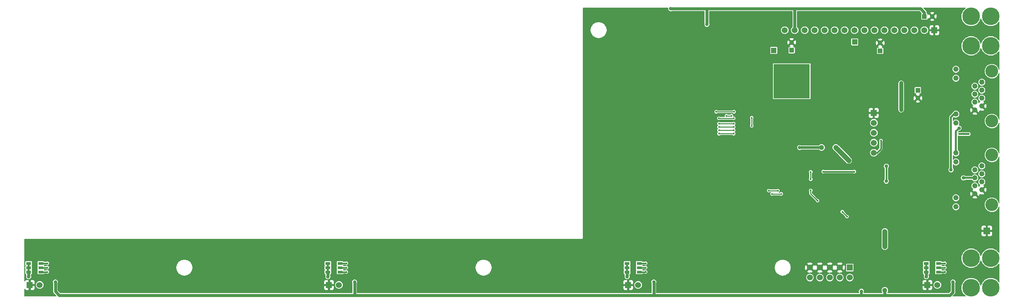
<source format=gbl>
G04 (created by PCBNEW (2013-07-07 BZR 4022)-stable) date 23/04/2014 17:50:20*
%MOIN*%
G04 Gerber Fmt 3.4, Leading zero omitted, Abs format*
%FSLAX34Y34*%
G01*
G70*
G90*
G04 APERTURE LIST*
%ADD10C,0.006*%
%ADD11C,0.052*%
%ADD12C,0.128*%
%ADD13R,0.055X0.055*%
%ADD14R,0.06X0.06*%
%ADD15C,0.06*%
%ADD16R,0.0511811X0.0275591*%
%ADD17C,0.0472441*%
%ADD18R,0.0472441X0.0472441*%
%ADD19C,0.177165*%
%ADD20C,0.0590551*%
%ADD21R,0.0669291X0.0669291*%
%ADD22R,0.0590551X0.0590551*%
%ADD23C,0.05*%
%ADD24C,0.035*%
%ADD25C,0.02*%
%ADD26C,0.05*%
%ADD27C,0.03*%
%ADD28C,0.025*%
%ADD29C,0.02*%
%ADD30C,0.04*%
%ADD31C,0.015*%
%ADD32C,0.01*%
%ADD33C,0.008*%
G04 APERTURE END LIST*
G54D10*
G54D11*
X93515Y-14695D03*
X93515Y-15595D03*
X93515Y-19195D03*
X93515Y-20095D03*
X95415Y-18795D03*
X95415Y-17995D03*
X95415Y-17195D03*
X95415Y-16395D03*
X96115Y-17595D03*
X96115Y-16795D03*
X96115Y-18395D03*
X96115Y-15995D03*
G54D12*
X97115Y-14895D03*
X97115Y-19895D03*
G54D11*
X93515Y-6295D03*
X93515Y-7195D03*
X93515Y-10795D03*
X93515Y-11695D03*
X95415Y-10395D03*
X95415Y-9595D03*
X95415Y-8795D03*
X95415Y-7995D03*
X96115Y-9195D03*
X96115Y-8395D03*
X96115Y-9995D03*
X96115Y-7595D03*
G54D12*
X97115Y-6495D03*
X97115Y-11495D03*
G54D13*
X75250Y-4400D03*
G54D14*
X82875Y-26195D03*
G54D15*
X82875Y-27195D03*
X81875Y-26195D03*
X81875Y-27195D03*
X80875Y-26195D03*
X80875Y-27195D03*
X79875Y-26195D03*
X79875Y-27195D03*
X78875Y-26195D03*
X78875Y-27195D03*
G54D14*
X60657Y-27940D03*
G54D15*
X61657Y-27940D03*
G54D14*
X657Y-27940D03*
G54D15*
X1657Y-27940D03*
G54D14*
X30657Y-27940D03*
G54D15*
X31657Y-27940D03*
G54D14*
X90657Y-27940D03*
G54D15*
X91657Y-27940D03*
G54D16*
X91767Y-25766D03*
X91767Y-26200D03*
X91767Y-26633D03*
X90546Y-26633D03*
X90546Y-26200D03*
X90546Y-25766D03*
X61767Y-25766D03*
X61767Y-26200D03*
X61767Y-26633D03*
X60546Y-26633D03*
X60546Y-26200D03*
X60546Y-25766D03*
X1767Y-25766D03*
X1767Y-26200D03*
X1767Y-26633D03*
X546Y-26633D03*
X546Y-26200D03*
X546Y-25766D03*
X31767Y-25766D03*
X31767Y-26200D03*
X31767Y-26633D03*
X30546Y-26633D03*
X30546Y-26200D03*
X30546Y-25766D03*
G54D17*
X85920Y-3656D03*
G54D18*
X85920Y-4443D03*
G54D17*
X89700Y-9193D03*
G54D18*
X89700Y-8406D03*
G54D17*
X77050Y-3606D03*
G54D18*
X77050Y-4393D03*
G54D17*
X91143Y-1000D03*
G54D18*
X90356Y-1000D03*
G54D19*
X97004Y-993D03*
X97004Y-3946D03*
X95035Y-993D03*
X95035Y-3946D03*
X97004Y-25248D03*
X97004Y-28201D03*
X95035Y-25248D03*
X95035Y-28201D03*
G54D13*
X83370Y-3550D03*
G54D14*
X85285Y-10670D03*
G54D15*
X85285Y-11670D03*
X85285Y-12670D03*
X85285Y-13670D03*
G54D20*
X85285Y-14670D03*
G54D21*
X96610Y-22520D03*
G54D20*
X77354Y-2373D03*
X76354Y-2373D03*
X81354Y-2373D03*
X80354Y-2373D03*
X79354Y-2373D03*
X84354Y-2373D03*
X83354Y-2373D03*
X82354Y-2373D03*
X88354Y-2373D03*
X87354Y-2373D03*
X86354Y-2373D03*
G54D22*
X91354Y-2373D03*
G54D20*
X90354Y-2373D03*
X78354Y-2373D03*
X89354Y-2373D03*
X85354Y-2373D03*
G54D23*
X86390Y-22575D03*
X86390Y-28490D03*
X86390Y-24075D03*
X82760Y-15435D03*
X81482Y-14155D03*
G54D24*
X84040Y-28565D03*
X77845Y-14155D03*
G54D23*
X80040Y-14155D03*
G54D24*
X93220Y-27640D03*
X33230Y-27640D03*
X63230Y-27640D03*
X3230Y-27640D03*
X90550Y-27105D03*
X60545Y-27105D03*
X30545Y-27110D03*
X545Y-27110D03*
X88025Y-10365D03*
X88025Y-7685D03*
X68550Y-1795D03*
X64920Y-230D03*
X92100Y-18570D03*
X92212Y-14318D03*
G54D25*
X84820Y-6000D03*
X83320Y-6000D03*
X84820Y-7500D03*
X84820Y-9000D03*
X83320Y-9000D03*
X81820Y-9000D03*
X81820Y-7500D03*
X81820Y-6000D03*
X83300Y-8000D03*
X83300Y-7000D03*
X84300Y-8000D03*
X84300Y-7000D03*
X82300Y-7000D03*
X82300Y-8000D03*
X83820Y-8500D03*
X82820Y-8500D03*
X83820Y-8000D03*
X82820Y-8000D03*
X82320Y-8500D03*
X84320Y-8500D03*
X83320Y-8500D03*
X83820Y-7500D03*
X84320Y-6500D03*
X83820Y-6500D03*
X83820Y-7000D03*
X82820Y-7500D03*
X82320Y-7500D03*
X82820Y-6500D03*
X82320Y-6500D03*
X82820Y-7000D03*
X83320Y-6500D03*
X84320Y-7500D03*
G54D24*
X87645Y-1129D03*
X81695Y-17510D03*
X72500Y-2870D03*
G54D23*
X79880Y-7705D03*
X80855Y-8400D03*
X79875Y-9105D03*
G54D25*
X83320Y-7500D03*
G54D24*
X71530Y-4025D03*
X67880Y-4030D03*
X68550Y-3330D03*
X64905Y-3330D03*
X93200Y-400D03*
X89940Y-11545D03*
X90815Y-10795D03*
X89190Y-13945D03*
X90815Y-15595D03*
X97175Y-13205D03*
X88665Y-10845D03*
X79955Y-14805D03*
X76870Y-14810D03*
X79495Y-18105D03*
X78595Y-16605D03*
X74745Y-11580D03*
X81840Y-11580D03*
G54D25*
X86005Y-13445D03*
X82600Y-21075D03*
X82125Y-20600D03*
X83320Y-16565D03*
X80215Y-16565D03*
G54D24*
X86540Y-17530D03*
X86540Y-16020D03*
G54D25*
X74750Y-18475D03*
X75665Y-18475D03*
X75075Y-18805D03*
X75995Y-18805D03*
X62405Y-26200D03*
X62405Y-26630D03*
X77050Y-6000D03*
X78550Y-6000D03*
X78550Y-7500D03*
X78550Y-9000D03*
X77050Y-9000D03*
X75550Y-9000D03*
X75550Y-7500D03*
X75550Y-6000D03*
X77050Y-8000D03*
X77050Y-8500D03*
X77050Y-7500D03*
X77050Y-7000D03*
X76050Y-7500D03*
X76550Y-7500D03*
X76050Y-8000D03*
X78050Y-7000D03*
X78050Y-8000D03*
X76050Y-7000D03*
X77550Y-7500D03*
X76550Y-8500D03*
X77550Y-8500D03*
X78050Y-8500D03*
X76050Y-8500D03*
X76550Y-8000D03*
X77550Y-8000D03*
X77550Y-6500D03*
X78050Y-6500D03*
X77550Y-7000D03*
X76550Y-6500D03*
X76050Y-6500D03*
X76550Y-7000D03*
X77050Y-6500D03*
X78050Y-7500D03*
G54D24*
X93830Y-12200D03*
X93020Y-16390D03*
G54D25*
X92405Y-25765D03*
X92405Y-26200D03*
X32405Y-25765D03*
X32405Y-26200D03*
X32405Y-26635D03*
X2415Y-25770D03*
X2415Y-26200D03*
X2415Y-26635D03*
X92405Y-26630D03*
X62405Y-25765D03*
X78950Y-18455D03*
X78950Y-16605D03*
X78950Y-17330D03*
X79640Y-19485D03*
G54D24*
X94265Y-17195D03*
G54D25*
X94815Y-12795D03*
X93840Y-12795D03*
X69485Y-10560D03*
X71260Y-10560D03*
X71245Y-11215D03*
X69745Y-11215D03*
X70515Y-10965D03*
X71000Y-10965D03*
X73040Y-11965D03*
X73040Y-11170D03*
X71240Y-11755D03*
X69760Y-11755D03*
X71240Y-12085D03*
X69760Y-12085D03*
X69760Y-12755D03*
X71235Y-12755D03*
X71240Y-12415D03*
X69760Y-12415D03*
G54D26*
X86390Y-22575D02*
X86390Y-24075D01*
G54D27*
X86390Y-28885D02*
X86305Y-28970D01*
X86390Y-28490D02*
X86390Y-28885D01*
G54D26*
X81482Y-14155D02*
X82760Y-15432D01*
X82760Y-15435D02*
X82760Y-15432D01*
G54D28*
X84040Y-28565D02*
X84040Y-28970D01*
X77845Y-14155D02*
X80040Y-14155D01*
G54D27*
X63235Y-28970D02*
X84040Y-28970D01*
X84040Y-28970D02*
X86305Y-28970D01*
X86305Y-28970D02*
X92920Y-28970D01*
X93220Y-27640D02*
X93220Y-28670D01*
X93220Y-28670D02*
X92920Y-28970D01*
X63235Y-28970D02*
X63230Y-28965D01*
X33230Y-28970D02*
X33230Y-27640D01*
X63230Y-27640D02*
X63230Y-28965D01*
X63230Y-28965D02*
X63235Y-28970D01*
X63235Y-28970D02*
X33230Y-28970D01*
X33230Y-28970D02*
X3610Y-28970D01*
X3610Y-28970D02*
X3230Y-28590D01*
X3230Y-28590D02*
X3230Y-27640D01*
X90546Y-27101D02*
X90546Y-26633D01*
X90550Y-27105D02*
X90546Y-27101D01*
X60546Y-27103D02*
X60546Y-26633D01*
X60545Y-27105D02*
X60546Y-27103D01*
X30545Y-27110D02*
X30546Y-27108D01*
X30546Y-27108D02*
X30546Y-26633D01*
X546Y-27108D02*
X546Y-26633D01*
X545Y-27110D02*
X546Y-27108D01*
G54D29*
X546Y-26200D02*
X546Y-26633D01*
X546Y-25766D02*
X546Y-26200D01*
X30546Y-26200D02*
X30546Y-26633D01*
X30546Y-25766D02*
X30546Y-26200D01*
X60546Y-26200D02*
X60546Y-26633D01*
X60546Y-25766D02*
X60546Y-26200D01*
X90546Y-26200D02*
X90546Y-26633D01*
X90546Y-25766D02*
X90546Y-26200D01*
G54D30*
X88025Y-7685D02*
X88025Y-10365D01*
G54D27*
X77354Y-2373D02*
X77354Y-255D01*
X77354Y-255D02*
X77380Y-230D01*
X68550Y-1795D02*
X68550Y-250D01*
X68550Y-250D02*
X68530Y-230D01*
X68530Y-230D02*
X64920Y-230D01*
X90356Y-601D02*
X89985Y-230D01*
X90356Y-1000D02*
X90356Y-601D01*
X89985Y-230D02*
X77380Y-230D01*
X77380Y-230D02*
X68530Y-230D01*
G54D31*
X85285Y-14670D02*
X85600Y-14670D01*
X86005Y-14265D02*
X86005Y-13445D01*
X85600Y-14670D02*
X86005Y-14265D01*
G54D32*
X82125Y-20600D02*
X82600Y-21075D01*
G54D31*
X83320Y-16565D02*
X80215Y-16565D01*
X86540Y-17530D02*
X86540Y-16020D01*
G54D32*
X75665Y-18475D02*
X74750Y-18475D01*
X75075Y-18805D02*
X75995Y-18805D01*
G54D31*
X62405Y-26200D02*
X61767Y-26200D01*
X62401Y-26633D02*
X61767Y-26633D01*
X62405Y-26630D02*
X62401Y-26633D01*
G54D29*
X93515Y-14695D02*
X93515Y-12515D01*
X93515Y-12515D02*
X93830Y-12200D01*
X93515Y-10795D02*
X93325Y-10795D01*
X93020Y-11100D02*
X93020Y-16390D01*
X93325Y-10795D02*
X93020Y-11100D01*
G54D31*
X92403Y-25766D02*
X91767Y-25766D01*
X92405Y-25765D02*
X92403Y-25766D01*
X92405Y-26200D02*
X91767Y-26200D01*
X32403Y-25766D02*
X31767Y-25766D01*
X32405Y-25765D02*
X32403Y-25766D01*
X32405Y-26200D02*
X31767Y-26200D01*
X32403Y-26633D02*
X31767Y-26633D01*
X32405Y-26635D02*
X32403Y-26633D01*
X2411Y-25766D02*
X1767Y-25766D01*
X2415Y-25770D02*
X2411Y-25766D01*
X2415Y-26200D02*
X1767Y-26200D01*
X2413Y-26633D02*
X1767Y-26633D01*
X2415Y-26635D02*
X2413Y-26633D01*
X92401Y-26633D02*
X91767Y-26633D01*
X92405Y-26630D02*
X92401Y-26633D01*
X62403Y-25766D02*
X61767Y-25766D01*
X62405Y-25765D02*
X62403Y-25766D01*
G54D32*
X78950Y-18455D02*
X78950Y-18795D01*
X78950Y-17330D02*
X78950Y-16605D01*
X78950Y-18795D02*
X79640Y-19485D01*
G54D29*
X94265Y-17195D02*
X95415Y-17195D01*
X93840Y-12795D02*
X94815Y-12795D01*
G54D32*
X69485Y-10560D02*
X71260Y-10560D01*
X71245Y-11215D02*
X69745Y-11215D01*
X71000Y-10965D02*
X70515Y-10965D01*
X73040Y-11965D02*
X73040Y-11170D01*
X69760Y-11755D02*
X71240Y-11755D01*
X69760Y-12085D02*
X71240Y-12085D01*
X69760Y-12755D02*
X71235Y-12755D01*
X69760Y-12415D02*
X71240Y-12415D01*
G54D10*
G36*
X97850Y-27642D02*
X97848Y-27638D01*
X97569Y-27357D01*
X97203Y-27205D01*
X96807Y-27205D01*
X96440Y-27356D01*
X96160Y-27636D01*
X96019Y-27975D01*
X95880Y-27638D01*
X95600Y-27357D01*
X95234Y-27205D01*
X94838Y-27205D01*
X94472Y-27356D01*
X94192Y-27636D01*
X94040Y-28002D01*
X94039Y-28398D01*
X94191Y-28764D01*
X94470Y-29045D01*
X94484Y-29050D01*
X93885Y-29050D01*
X93885Y-20021D01*
X93885Y-19121D01*
X93828Y-18985D01*
X93724Y-18881D01*
X93588Y-18825D01*
X93441Y-18824D01*
X93305Y-18881D01*
X93201Y-18985D01*
X93145Y-19121D01*
X93144Y-19268D01*
X93201Y-19404D01*
X93305Y-19508D01*
X93441Y-19564D01*
X93588Y-19565D01*
X93724Y-19508D01*
X93828Y-19404D01*
X93884Y-19268D01*
X93885Y-19121D01*
X93885Y-20021D01*
X93828Y-19885D01*
X93724Y-19781D01*
X93588Y-19725D01*
X93441Y-19724D01*
X93305Y-19781D01*
X93201Y-19885D01*
X93145Y-20021D01*
X93144Y-20168D01*
X93201Y-20304D01*
X93305Y-20408D01*
X93441Y-20464D01*
X93588Y-20465D01*
X93724Y-20408D01*
X93828Y-20304D01*
X93884Y-20168D01*
X93885Y-20021D01*
X93885Y-29050D01*
X93207Y-29050D01*
X93403Y-28853D01*
X93403Y-28853D01*
X93441Y-28797D01*
X93460Y-28769D01*
X93460Y-28769D01*
X93479Y-28670D01*
X93480Y-28670D01*
X93480Y-27757D01*
X93504Y-27696D01*
X93505Y-27583D01*
X93461Y-27478D01*
X93381Y-27398D01*
X93276Y-27355D01*
X93163Y-27354D01*
X93058Y-27398D01*
X92978Y-27478D01*
X92935Y-27583D01*
X92934Y-27696D01*
X92960Y-27757D01*
X92960Y-28562D01*
X92812Y-28710D01*
X92615Y-28710D01*
X92615Y-26588D01*
X92583Y-26511D01*
X92524Y-26452D01*
X92446Y-26420D01*
X92363Y-26419D01*
X92295Y-26448D01*
X92122Y-26448D01*
X92116Y-26433D01*
X92099Y-26416D01*
X92116Y-26400D01*
X92122Y-26385D01*
X92302Y-26385D01*
X92363Y-26409D01*
X92446Y-26410D01*
X92523Y-26378D01*
X92582Y-26319D01*
X92614Y-26241D01*
X92615Y-26158D01*
X92583Y-26081D01*
X92524Y-26022D01*
X92446Y-25990D01*
X92363Y-25989D01*
X92302Y-26015D01*
X92122Y-26015D01*
X92116Y-25999D01*
X92099Y-25983D01*
X92116Y-25967D01*
X92122Y-25951D01*
X92307Y-25951D01*
X92363Y-25974D01*
X92446Y-25975D01*
X92523Y-25943D01*
X92582Y-25884D01*
X92614Y-25806D01*
X92615Y-25723D01*
X92583Y-25646D01*
X92524Y-25587D01*
X92446Y-25555D01*
X92363Y-25554D01*
X92298Y-25581D01*
X92122Y-25581D01*
X92116Y-25566D01*
X92085Y-25535D01*
X92045Y-25519D01*
X92001Y-25519D01*
X91879Y-25519D01*
X91879Y-2622D01*
X91879Y-2123D01*
X91879Y-2032D01*
X91844Y-1947D01*
X91779Y-1882D01*
X91695Y-1847D01*
X91617Y-1847D01*
X91617Y-1041D01*
X91597Y-857D01*
X91565Y-780D01*
X91484Y-758D01*
X91385Y-857D01*
X91385Y-659D01*
X91363Y-578D01*
X91185Y-526D01*
X91001Y-546D01*
X90923Y-578D01*
X90901Y-659D01*
X91143Y-901D01*
X91385Y-659D01*
X91385Y-857D01*
X91242Y-1000D01*
X91484Y-1241D01*
X91565Y-1219D01*
X91617Y-1041D01*
X91617Y-1847D01*
X91481Y-1847D01*
X91424Y-1905D01*
X91424Y-2303D01*
X91822Y-2303D01*
X91879Y-2245D01*
X91879Y-2123D01*
X91879Y-2622D01*
X91879Y-2500D01*
X91822Y-2443D01*
X91424Y-2443D01*
X91424Y-2841D01*
X91481Y-2898D01*
X91695Y-2898D01*
X91779Y-2863D01*
X91844Y-2798D01*
X91879Y-2714D01*
X91879Y-2622D01*
X91879Y-25519D01*
X91489Y-25519D01*
X91449Y-25535D01*
X91418Y-25566D01*
X91401Y-25607D01*
X91401Y-25650D01*
X91401Y-25926D01*
X91418Y-25966D01*
X91434Y-25983D01*
X91418Y-25999D01*
X91401Y-26040D01*
X91401Y-26083D01*
X91401Y-26359D01*
X91418Y-26400D01*
X91434Y-26416D01*
X91418Y-26432D01*
X91401Y-26473D01*
X91401Y-26517D01*
X91401Y-26792D01*
X91418Y-26833D01*
X91448Y-26864D01*
X91489Y-26880D01*
X91533Y-26880D01*
X92044Y-26880D01*
X92085Y-26864D01*
X92116Y-26833D01*
X92122Y-26818D01*
X92310Y-26818D01*
X92363Y-26839D01*
X92446Y-26840D01*
X92523Y-26808D01*
X92582Y-26749D01*
X92614Y-26671D01*
X92615Y-26588D01*
X92615Y-28710D01*
X92067Y-28710D01*
X92067Y-27858D01*
X92004Y-27708D01*
X91889Y-27592D01*
X91738Y-27530D01*
X91575Y-27529D01*
X91425Y-27592D01*
X91385Y-27631D01*
X91385Y-1340D01*
X91143Y-1098D01*
X90901Y-1340D01*
X90923Y-1421D01*
X91102Y-1473D01*
X91286Y-1453D01*
X91363Y-1421D01*
X91385Y-1340D01*
X91385Y-27631D01*
X91309Y-27707D01*
X91284Y-27768D01*
X91284Y-2841D01*
X91284Y-2443D01*
X91284Y-2303D01*
X91284Y-1905D01*
X91226Y-1847D01*
X91013Y-1847D01*
X90928Y-1882D01*
X90864Y-1947D01*
X90829Y-2032D01*
X90829Y-2123D01*
X90829Y-2245D01*
X90886Y-2303D01*
X91284Y-2303D01*
X91284Y-2443D01*
X90886Y-2443D01*
X90829Y-2500D01*
X90829Y-2622D01*
X90829Y-2714D01*
X90864Y-2798D01*
X90928Y-2863D01*
X91013Y-2898D01*
X91226Y-2898D01*
X91284Y-2841D01*
X91284Y-27768D01*
X91247Y-27858D01*
X91246Y-28021D01*
X91309Y-28171D01*
X91424Y-28287D01*
X91575Y-28349D01*
X91738Y-28350D01*
X91888Y-28287D01*
X92004Y-28172D01*
X92066Y-28021D01*
X92067Y-27858D01*
X92067Y-28710D01*
X91187Y-28710D01*
X91187Y-28194D01*
X91187Y-27685D01*
X91186Y-27594D01*
X91151Y-27509D01*
X91087Y-27444D01*
X91002Y-27409D01*
X90912Y-27409D01*
X90912Y-26749D01*
X90912Y-26473D01*
X90895Y-26433D01*
X90879Y-26416D01*
X90895Y-26400D01*
X90912Y-26359D01*
X90912Y-26316D01*
X90912Y-26040D01*
X90895Y-25999D01*
X90879Y-25983D01*
X90895Y-25967D01*
X90912Y-25926D01*
X90912Y-25882D01*
X90912Y-25607D01*
X90895Y-25566D01*
X90865Y-25535D01*
X90824Y-25519D01*
X90780Y-25519D01*
X90759Y-25519D01*
X90759Y-2292D01*
X90698Y-2143D01*
X90584Y-2029D01*
X90435Y-1968D01*
X90274Y-1967D01*
X90125Y-2029D01*
X90010Y-2143D01*
X89949Y-2292D01*
X89948Y-2453D01*
X90010Y-2602D01*
X90124Y-2716D01*
X90273Y-2778D01*
X90434Y-2778D01*
X90583Y-2717D01*
X90697Y-2603D01*
X90759Y-2454D01*
X90759Y-2292D01*
X90759Y-25519D01*
X90269Y-25519D01*
X90228Y-25535D01*
X90197Y-25566D01*
X90180Y-25607D01*
X90180Y-25650D01*
X90180Y-25926D01*
X90197Y-25966D01*
X90214Y-25983D01*
X90197Y-25999D01*
X90180Y-26040D01*
X90180Y-26083D01*
X90180Y-26359D01*
X90197Y-26400D01*
X90214Y-26416D01*
X90197Y-26432D01*
X90180Y-26473D01*
X90180Y-26517D01*
X90180Y-26792D01*
X90197Y-26833D01*
X90228Y-26864D01*
X90268Y-26880D01*
X90286Y-26880D01*
X90286Y-26995D01*
X90265Y-27048D01*
X90264Y-27161D01*
X90308Y-27266D01*
X90388Y-27346D01*
X90493Y-27389D01*
X90606Y-27390D01*
X90711Y-27346D01*
X90791Y-27266D01*
X90834Y-27161D01*
X90835Y-27048D01*
X90806Y-26980D01*
X90806Y-26880D01*
X90824Y-26880D01*
X90864Y-26864D01*
X90895Y-26833D01*
X90912Y-26792D01*
X90912Y-26749D01*
X90912Y-27409D01*
X90784Y-27410D01*
X90727Y-27467D01*
X90727Y-27870D01*
X91129Y-27870D01*
X91187Y-27812D01*
X91187Y-27685D01*
X91187Y-28194D01*
X91187Y-28067D01*
X91129Y-28010D01*
X90727Y-28010D01*
X90727Y-28412D01*
X90784Y-28470D01*
X91002Y-28470D01*
X91087Y-28435D01*
X91151Y-28370D01*
X91186Y-28285D01*
X91187Y-28194D01*
X91187Y-28710D01*
X90587Y-28710D01*
X90587Y-28412D01*
X90587Y-28010D01*
X90587Y-27870D01*
X90587Y-27467D01*
X90529Y-27410D01*
X90311Y-27409D01*
X90226Y-27444D01*
X90173Y-27498D01*
X90173Y-9235D01*
X90153Y-9051D01*
X90121Y-8973D01*
X90046Y-8953D01*
X90046Y-8620D01*
X90046Y-8148D01*
X90029Y-8107D01*
X89998Y-8076D01*
X89958Y-8060D01*
X89914Y-8060D01*
X89759Y-8060D01*
X89759Y-2292D01*
X89698Y-2143D01*
X89584Y-2029D01*
X89435Y-1968D01*
X89274Y-1967D01*
X89125Y-2029D01*
X89010Y-2143D01*
X88949Y-2292D01*
X88948Y-2453D01*
X89010Y-2602D01*
X89124Y-2716D01*
X89273Y-2778D01*
X89434Y-2778D01*
X89583Y-2717D01*
X89697Y-2603D01*
X89759Y-2454D01*
X89759Y-2292D01*
X89759Y-8060D01*
X89441Y-8060D01*
X89401Y-8076D01*
X89370Y-8107D01*
X89353Y-8148D01*
X89353Y-8191D01*
X89353Y-8664D01*
X89370Y-8704D01*
X89401Y-8735D01*
X89441Y-8752D01*
X89485Y-8752D01*
X89527Y-8752D01*
X89480Y-8772D01*
X89458Y-8852D01*
X89700Y-9094D01*
X89941Y-8852D01*
X89919Y-8772D01*
X89852Y-8752D01*
X89958Y-8752D01*
X89998Y-8735D01*
X90029Y-8704D01*
X90046Y-8664D01*
X90046Y-8620D01*
X90046Y-8953D01*
X90040Y-8951D01*
X89798Y-9193D01*
X90040Y-9435D01*
X90121Y-9413D01*
X90173Y-9235D01*
X90173Y-27498D01*
X90162Y-27509D01*
X90127Y-27594D01*
X90126Y-27685D01*
X90127Y-27812D01*
X90184Y-27870D01*
X90587Y-27870D01*
X90587Y-28010D01*
X90184Y-28010D01*
X90127Y-28067D01*
X90126Y-28194D01*
X90127Y-28285D01*
X90162Y-28370D01*
X90226Y-28435D01*
X90311Y-28470D01*
X90529Y-28470D01*
X90587Y-28412D01*
X90587Y-28710D01*
X89941Y-28710D01*
X89941Y-9534D01*
X89700Y-9292D01*
X89601Y-9391D01*
X89601Y-9193D01*
X89359Y-8951D01*
X89278Y-8973D01*
X89226Y-9152D01*
X89246Y-9336D01*
X89278Y-9413D01*
X89359Y-9435D01*
X89601Y-9193D01*
X89601Y-9391D01*
X89458Y-9534D01*
X89480Y-9615D01*
X89658Y-9667D01*
X89842Y-9647D01*
X89919Y-9615D01*
X89941Y-9534D01*
X89941Y-28710D01*
X88759Y-28710D01*
X88759Y-2292D01*
X88698Y-2143D01*
X88584Y-2029D01*
X88435Y-1968D01*
X88274Y-1967D01*
X88125Y-2029D01*
X88010Y-2143D01*
X87949Y-2292D01*
X87948Y-2453D01*
X88010Y-2602D01*
X88124Y-2716D01*
X88273Y-2778D01*
X88434Y-2778D01*
X88583Y-2717D01*
X88697Y-2603D01*
X88759Y-2454D01*
X88759Y-2292D01*
X88759Y-28710D01*
X88335Y-28710D01*
X88335Y-10365D01*
X88335Y-7685D01*
X88311Y-7566D01*
X88244Y-7465D01*
X88143Y-7398D01*
X88025Y-7375D01*
X87906Y-7398D01*
X87805Y-7465D01*
X87759Y-7534D01*
X87759Y-2292D01*
X87698Y-2143D01*
X87584Y-2029D01*
X87435Y-1968D01*
X87274Y-1967D01*
X87125Y-2029D01*
X87010Y-2143D01*
X86949Y-2292D01*
X86948Y-2453D01*
X87010Y-2602D01*
X87124Y-2716D01*
X87273Y-2778D01*
X87434Y-2778D01*
X87583Y-2717D01*
X87697Y-2603D01*
X87759Y-2454D01*
X87759Y-2292D01*
X87759Y-7534D01*
X87738Y-7566D01*
X87715Y-7685D01*
X87715Y-10365D01*
X87738Y-10483D01*
X87805Y-10584D01*
X87906Y-10651D01*
X88025Y-10675D01*
X88143Y-10651D01*
X88244Y-10584D01*
X88311Y-10483D01*
X88335Y-10365D01*
X88335Y-28710D01*
X86825Y-28710D01*
X86825Y-17473D01*
X86781Y-17368D01*
X86725Y-17311D01*
X86725Y-16238D01*
X86781Y-16181D01*
X86824Y-16076D01*
X86825Y-15963D01*
X86781Y-15858D01*
X86759Y-15836D01*
X86759Y-2292D01*
X86698Y-2143D01*
X86584Y-2029D01*
X86435Y-1968D01*
X86274Y-1967D01*
X86125Y-2029D01*
X86010Y-2143D01*
X85949Y-2292D01*
X85948Y-2453D01*
X86010Y-2602D01*
X86124Y-2716D01*
X86273Y-2778D01*
X86434Y-2778D01*
X86583Y-2717D01*
X86697Y-2603D01*
X86759Y-2454D01*
X86759Y-2292D01*
X86759Y-15836D01*
X86701Y-15778D01*
X86596Y-15735D01*
X86483Y-15734D01*
X86393Y-15772D01*
X86393Y-3697D01*
X86373Y-3513D01*
X86341Y-3436D01*
X86260Y-3414D01*
X86161Y-3513D01*
X86161Y-3315D01*
X86139Y-3234D01*
X85961Y-3182D01*
X85777Y-3202D01*
X85759Y-3210D01*
X85759Y-2292D01*
X85698Y-2143D01*
X85584Y-2029D01*
X85435Y-1968D01*
X85274Y-1967D01*
X85125Y-2029D01*
X85010Y-2143D01*
X84949Y-2292D01*
X84948Y-2453D01*
X85010Y-2602D01*
X85124Y-2716D01*
X85273Y-2778D01*
X85434Y-2778D01*
X85583Y-2717D01*
X85697Y-2603D01*
X85759Y-2454D01*
X85759Y-2292D01*
X85759Y-3210D01*
X85700Y-3234D01*
X85678Y-3315D01*
X85920Y-3557D01*
X86161Y-3315D01*
X86161Y-3513D01*
X86018Y-3656D01*
X86260Y-3898D01*
X86341Y-3876D01*
X86393Y-3697D01*
X86393Y-15772D01*
X86378Y-15778D01*
X86298Y-15858D01*
X86266Y-15936D01*
X86266Y-4658D01*
X86266Y-4185D01*
X86249Y-4145D01*
X86218Y-4114D01*
X86178Y-4097D01*
X86134Y-4097D01*
X86092Y-4097D01*
X86139Y-4077D01*
X86161Y-3997D01*
X85920Y-3755D01*
X85821Y-3854D01*
X85821Y-3656D01*
X85579Y-3414D01*
X85498Y-3436D01*
X85446Y-3614D01*
X85466Y-3798D01*
X85498Y-3876D01*
X85579Y-3898D01*
X85821Y-3656D01*
X85821Y-3854D01*
X85678Y-3997D01*
X85700Y-4077D01*
X85767Y-4097D01*
X85661Y-4097D01*
X85621Y-4114D01*
X85590Y-4145D01*
X85573Y-4185D01*
X85573Y-4229D01*
X85573Y-4701D01*
X85590Y-4742D01*
X85621Y-4773D01*
X85661Y-4789D01*
X85705Y-4789D01*
X86178Y-4789D01*
X86218Y-4773D01*
X86249Y-4742D01*
X86266Y-4701D01*
X86266Y-4658D01*
X86266Y-15936D01*
X86255Y-15963D01*
X86254Y-16076D01*
X86298Y-16181D01*
X86355Y-16238D01*
X86355Y-17311D01*
X86298Y-17368D01*
X86255Y-17473D01*
X86254Y-17586D01*
X86298Y-17691D01*
X86378Y-17771D01*
X86483Y-17814D01*
X86596Y-17815D01*
X86701Y-17771D01*
X86781Y-17691D01*
X86824Y-17586D01*
X86825Y-17473D01*
X86825Y-28710D01*
X86679Y-28710D01*
X86695Y-28694D01*
X86749Y-28561D01*
X86750Y-28418D01*
X86750Y-24003D01*
X86750Y-24003D01*
X86750Y-22575D01*
X86750Y-22575D01*
X86750Y-22503D01*
X86722Y-22437D01*
X86695Y-22371D01*
X86644Y-22320D01*
X86594Y-22269D01*
X86527Y-22242D01*
X86461Y-22215D01*
X86318Y-22214D01*
X86215Y-22257D01*
X86215Y-13403D01*
X86183Y-13326D01*
X86124Y-13267D01*
X86046Y-13235D01*
X85963Y-13234D01*
X85886Y-13266D01*
X85827Y-13325D01*
X85815Y-13354D01*
X85815Y-11015D01*
X85815Y-10324D01*
X85780Y-10239D01*
X85715Y-10175D01*
X85630Y-10140D01*
X85539Y-10139D01*
X85412Y-10140D01*
X85355Y-10197D01*
X85355Y-10600D01*
X85757Y-10600D01*
X85815Y-10542D01*
X85815Y-10324D01*
X85815Y-11015D01*
X85815Y-10797D01*
X85757Y-10740D01*
X85355Y-10740D01*
X85355Y-11142D01*
X85412Y-11200D01*
X85539Y-11200D01*
X85630Y-11199D01*
X85715Y-11164D01*
X85780Y-11100D01*
X85815Y-11015D01*
X85815Y-13354D01*
X85795Y-13403D01*
X85794Y-13486D01*
X85820Y-13547D01*
X85820Y-14188D01*
X85695Y-14313D01*
X85695Y-13588D01*
X85695Y-12588D01*
X85695Y-11588D01*
X85632Y-11438D01*
X85517Y-11322D01*
X85366Y-11260D01*
X85215Y-11259D01*
X85215Y-11142D01*
X85215Y-10740D01*
X85215Y-10600D01*
X85215Y-10197D01*
X85157Y-10140D01*
X85030Y-10139D01*
X84939Y-10140D01*
X84854Y-10175D01*
X84789Y-10239D01*
X84759Y-10313D01*
X84759Y-2292D01*
X84698Y-2143D01*
X84584Y-2029D01*
X84435Y-1968D01*
X84274Y-1967D01*
X84125Y-2029D01*
X84010Y-2143D01*
X83949Y-2292D01*
X83948Y-2453D01*
X84010Y-2602D01*
X84124Y-2716D01*
X84273Y-2778D01*
X84434Y-2778D01*
X84583Y-2717D01*
X84697Y-2603D01*
X84759Y-2454D01*
X84759Y-2292D01*
X84759Y-10313D01*
X84754Y-10324D01*
X84755Y-10542D01*
X84812Y-10600D01*
X85215Y-10600D01*
X85215Y-10740D01*
X84812Y-10740D01*
X84755Y-10797D01*
X84754Y-11015D01*
X84789Y-11100D01*
X84854Y-11164D01*
X84939Y-11199D01*
X85030Y-11200D01*
X85157Y-11200D01*
X85215Y-11142D01*
X85215Y-11259D01*
X85203Y-11259D01*
X85053Y-11322D01*
X84937Y-11437D01*
X84875Y-11588D01*
X84874Y-11751D01*
X84937Y-11901D01*
X85052Y-12017D01*
X85203Y-12079D01*
X85366Y-12080D01*
X85516Y-12017D01*
X85632Y-11902D01*
X85694Y-11751D01*
X85695Y-11588D01*
X85695Y-12588D01*
X85632Y-12438D01*
X85517Y-12322D01*
X85366Y-12260D01*
X85203Y-12259D01*
X85053Y-12322D01*
X84937Y-12437D01*
X84875Y-12588D01*
X84874Y-12751D01*
X84937Y-12901D01*
X85052Y-13017D01*
X85203Y-13079D01*
X85366Y-13080D01*
X85516Y-13017D01*
X85632Y-12902D01*
X85694Y-12751D01*
X85695Y-12588D01*
X85695Y-13588D01*
X85632Y-13438D01*
X85517Y-13322D01*
X85366Y-13260D01*
X85203Y-13259D01*
X85053Y-13322D01*
X84937Y-13437D01*
X84875Y-13588D01*
X84874Y-13751D01*
X84937Y-13901D01*
X85052Y-14017D01*
X85203Y-14079D01*
X85366Y-14080D01*
X85516Y-14017D01*
X85632Y-13902D01*
X85694Y-13751D01*
X85695Y-13588D01*
X85695Y-14313D01*
X85598Y-14410D01*
X85514Y-14326D01*
X85365Y-14264D01*
X85204Y-14264D01*
X85055Y-14326D01*
X84941Y-14440D01*
X84879Y-14589D01*
X84879Y-14750D01*
X84941Y-14899D01*
X85055Y-15013D01*
X85204Y-15075D01*
X85365Y-15075D01*
X85514Y-15013D01*
X85628Y-14899D01*
X85651Y-14844D01*
X85670Y-14840D01*
X85730Y-14800D01*
X86135Y-14395D01*
X86135Y-14395D01*
X86175Y-14335D01*
X86189Y-14265D01*
X86190Y-14265D01*
X86190Y-13547D01*
X86214Y-13486D01*
X86215Y-13403D01*
X86215Y-22257D01*
X86186Y-22269D01*
X86084Y-22370D01*
X86030Y-22503D01*
X86029Y-22646D01*
X86030Y-22646D01*
X86030Y-24074D01*
X86029Y-24146D01*
X86057Y-24212D01*
X86084Y-24278D01*
X86135Y-24329D01*
X86185Y-24380D01*
X86252Y-24407D01*
X86318Y-24434D01*
X86390Y-24435D01*
X86461Y-24435D01*
X86527Y-24407D01*
X86593Y-24380D01*
X86644Y-24329D01*
X86695Y-24279D01*
X86722Y-24212D01*
X86749Y-24146D01*
X86750Y-24075D01*
X86750Y-24003D01*
X86750Y-28418D01*
X86695Y-28286D01*
X86594Y-28184D01*
X86461Y-28130D01*
X86318Y-28129D01*
X86186Y-28184D01*
X86084Y-28285D01*
X86030Y-28418D01*
X86029Y-28561D01*
X86084Y-28693D01*
X86100Y-28710D01*
X84288Y-28710D01*
X84324Y-28621D01*
X84325Y-28508D01*
X84281Y-28403D01*
X84201Y-28323D01*
X84096Y-28280D01*
X83983Y-28279D01*
X83878Y-28323D01*
X83798Y-28403D01*
X83759Y-28496D01*
X83759Y-2292D01*
X83698Y-2143D01*
X83584Y-2029D01*
X83435Y-1968D01*
X83274Y-1967D01*
X83125Y-2029D01*
X83010Y-2143D01*
X82949Y-2292D01*
X82948Y-2453D01*
X83010Y-2602D01*
X83124Y-2716D01*
X83273Y-2778D01*
X83434Y-2778D01*
X83583Y-2717D01*
X83697Y-2603D01*
X83759Y-2454D01*
X83759Y-2292D01*
X83759Y-28496D01*
X83755Y-28508D01*
X83755Y-28543D01*
X83755Y-3803D01*
X83755Y-3253D01*
X83738Y-3212D01*
X83707Y-3181D01*
X83666Y-3165D01*
X83623Y-3164D01*
X83073Y-3164D01*
X83032Y-3181D01*
X83001Y-3212D01*
X82985Y-3253D01*
X82984Y-3296D01*
X82984Y-3846D01*
X83001Y-3887D01*
X83032Y-3918D01*
X83073Y-3934D01*
X83116Y-3935D01*
X83666Y-3935D01*
X83707Y-3918D01*
X83738Y-3887D01*
X83754Y-3846D01*
X83755Y-3803D01*
X83755Y-28543D01*
X83754Y-28621D01*
X83791Y-28710D01*
X83530Y-28710D01*
X83530Y-16523D01*
X83498Y-16446D01*
X83439Y-16387D01*
X83361Y-16355D01*
X83278Y-16354D01*
X83217Y-16380D01*
X83120Y-16380D01*
X83120Y-15363D01*
X83093Y-15299D01*
X83093Y-15299D01*
X83092Y-15294D01*
X83092Y-15294D01*
X83089Y-15290D01*
X83089Y-15290D01*
X83065Y-15231D01*
X83019Y-15185D01*
X83019Y-15185D01*
X83014Y-15177D01*
X83014Y-15177D01*
X82759Y-14922D01*
X82759Y-2292D01*
X82698Y-2143D01*
X82584Y-2029D01*
X82435Y-1968D01*
X82274Y-1967D01*
X82125Y-2029D01*
X82010Y-2143D01*
X81949Y-2292D01*
X81948Y-2453D01*
X82010Y-2602D01*
X82124Y-2716D01*
X82273Y-2778D01*
X82434Y-2778D01*
X82583Y-2717D01*
X82697Y-2603D01*
X82759Y-2454D01*
X82759Y-2292D01*
X82759Y-14922D01*
X81759Y-13922D01*
X81759Y-2292D01*
X81698Y-2143D01*
X81584Y-2029D01*
X81435Y-1968D01*
X81274Y-1967D01*
X81125Y-2029D01*
X81010Y-2143D01*
X80949Y-2292D01*
X80948Y-2453D01*
X81010Y-2602D01*
X81124Y-2716D01*
X81273Y-2778D01*
X81434Y-2778D01*
X81583Y-2717D01*
X81697Y-2603D01*
X81759Y-2454D01*
X81759Y-2292D01*
X81759Y-13922D01*
X81737Y-13900D01*
X81737Y-13900D01*
X81686Y-13849D01*
X81554Y-13795D01*
X81411Y-13794D01*
X81278Y-13849D01*
X81177Y-13950D01*
X81122Y-14083D01*
X81122Y-14226D01*
X81177Y-14358D01*
X81228Y-14409D01*
X81278Y-14460D01*
X81278Y-14460D01*
X82452Y-15634D01*
X82454Y-15638D01*
X82505Y-15689D01*
X82555Y-15740D01*
X82622Y-15767D01*
X82688Y-15794D01*
X82760Y-15795D01*
X82831Y-15795D01*
X82897Y-15767D01*
X82963Y-15740D01*
X83014Y-15689D01*
X83065Y-15639D01*
X83092Y-15572D01*
X83119Y-15506D01*
X83120Y-15435D01*
X83120Y-15363D01*
X83120Y-16380D01*
X80759Y-16380D01*
X80759Y-2292D01*
X80698Y-2143D01*
X80584Y-2029D01*
X80435Y-1968D01*
X80274Y-1967D01*
X80125Y-2029D01*
X80010Y-2143D01*
X79949Y-2292D01*
X79948Y-2453D01*
X80010Y-2602D01*
X80124Y-2716D01*
X80273Y-2778D01*
X80434Y-2778D01*
X80583Y-2717D01*
X80697Y-2603D01*
X80759Y-2454D01*
X80759Y-2292D01*
X80759Y-16380D01*
X80400Y-16380D01*
X80400Y-14083D01*
X80345Y-13951D01*
X80244Y-13849D01*
X80111Y-13795D01*
X79968Y-13794D01*
X79836Y-13849D01*
X79765Y-13920D01*
X79759Y-13920D01*
X79759Y-2292D01*
X79698Y-2143D01*
X79584Y-2029D01*
X79435Y-1968D01*
X79274Y-1967D01*
X79125Y-2029D01*
X79010Y-2143D01*
X78949Y-2292D01*
X78948Y-2453D01*
X79010Y-2602D01*
X79124Y-2716D01*
X79273Y-2778D01*
X79434Y-2778D01*
X79583Y-2717D01*
X79697Y-2603D01*
X79759Y-2454D01*
X79759Y-2292D01*
X79759Y-13920D01*
X78960Y-13920D01*
X78960Y-9330D01*
X78960Y-5670D01*
X78759Y-5670D01*
X78759Y-2292D01*
X78698Y-2143D01*
X78584Y-2029D01*
X78435Y-1968D01*
X78274Y-1967D01*
X78125Y-2029D01*
X78010Y-2143D01*
X77949Y-2292D01*
X77948Y-2453D01*
X78010Y-2602D01*
X78124Y-2716D01*
X78273Y-2778D01*
X78434Y-2778D01*
X78583Y-2717D01*
X78697Y-2603D01*
X78759Y-2454D01*
X78759Y-2292D01*
X78759Y-5670D01*
X77523Y-5670D01*
X77523Y-3647D01*
X77503Y-3463D01*
X77471Y-3386D01*
X77390Y-3364D01*
X77291Y-3463D01*
X77291Y-3265D01*
X77269Y-3184D01*
X77091Y-3132D01*
X76907Y-3152D01*
X76830Y-3184D01*
X76808Y-3265D01*
X77050Y-3507D01*
X77291Y-3265D01*
X77291Y-3463D01*
X77148Y-3606D01*
X77390Y-3848D01*
X77471Y-3826D01*
X77523Y-3647D01*
X77523Y-5670D01*
X77396Y-5670D01*
X77396Y-4608D01*
X77396Y-4135D01*
X77379Y-4095D01*
X77348Y-4064D01*
X77308Y-4047D01*
X77264Y-4047D01*
X77222Y-4047D01*
X77269Y-4027D01*
X77291Y-3947D01*
X77050Y-3705D01*
X76951Y-3804D01*
X76951Y-3606D01*
X76759Y-3414D01*
X76759Y-2292D01*
X76698Y-2143D01*
X76584Y-2029D01*
X76435Y-1968D01*
X76274Y-1967D01*
X76125Y-2029D01*
X76010Y-2143D01*
X75949Y-2292D01*
X75948Y-2453D01*
X76010Y-2602D01*
X76124Y-2716D01*
X76273Y-2778D01*
X76434Y-2778D01*
X76583Y-2717D01*
X76697Y-2603D01*
X76759Y-2454D01*
X76759Y-2292D01*
X76759Y-3414D01*
X76709Y-3364D01*
X76628Y-3386D01*
X76576Y-3564D01*
X76596Y-3748D01*
X76628Y-3826D01*
X76709Y-3848D01*
X76951Y-3606D01*
X76951Y-3804D01*
X76808Y-3947D01*
X76830Y-4027D01*
X76897Y-4047D01*
X76791Y-4047D01*
X76751Y-4064D01*
X76720Y-4095D01*
X76703Y-4135D01*
X76703Y-4179D01*
X76703Y-4651D01*
X76720Y-4692D01*
X76751Y-4723D01*
X76791Y-4739D01*
X76835Y-4739D01*
X77308Y-4739D01*
X77348Y-4723D01*
X77379Y-4692D01*
X77396Y-4651D01*
X77396Y-4608D01*
X77396Y-5670D01*
X75635Y-5670D01*
X75635Y-4653D01*
X75635Y-4103D01*
X75618Y-4062D01*
X75587Y-4031D01*
X75546Y-4015D01*
X75503Y-4014D01*
X74953Y-4014D01*
X74912Y-4031D01*
X74881Y-4062D01*
X74865Y-4103D01*
X74864Y-4146D01*
X74864Y-4696D01*
X74881Y-4737D01*
X74912Y-4768D01*
X74953Y-4784D01*
X74996Y-4785D01*
X75546Y-4785D01*
X75587Y-4768D01*
X75618Y-4737D01*
X75634Y-4696D01*
X75635Y-4653D01*
X75635Y-5670D01*
X75140Y-5670D01*
X75140Y-9330D01*
X78960Y-9330D01*
X78960Y-13920D01*
X78013Y-13920D01*
X78006Y-13913D01*
X77901Y-13870D01*
X77788Y-13869D01*
X77683Y-13913D01*
X77603Y-13993D01*
X77560Y-14098D01*
X77559Y-14211D01*
X77603Y-14316D01*
X77683Y-14396D01*
X77788Y-14439D01*
X77901Y-14440D01*
X78006Y-14396D01*
X78012Y-14390D01*
X78960Y-14390D01*
X79765Y-14390D01*
X79835Y-14460D01*
X79968Y-14514D01*
X80111Y-14515D01*
X80243Y-14460D01*
X80345Y-14359D01*
X80399Y-14226D01*
X80400Y-14083D01*
X80400Y-16380D01*
X80317Y-16380D01*
X80256Y-16355D01*
X80173Y-16354D01*
X80096Y-16386D01*
X80037Y-16445D01*
X80005Y-16523D01*
X80004Y-16606D01*
X80036Y-16683D01*
X80095Y-16742D01*
X80173Y-16774D01*
X80256Y-16775D01*
X80317Y-16750D01*
X83217Y-16750D01*
X83278Y-16774D01*
X83361Y-16775D01*
X83438Y-16743D01*
X83497Y-16684D01*
X83529Y-16606D01*
X83530Y-16523D01*
X83530Y-28710D01*
X83285Y-28710D01*
X83285Y-27113D01*
X83285Y-27113D01*
X83285Y-26473D01*
X83285Y-25873D01*
X83268Y-25832D01*
X83237Y-25801D01*
X83196Y-25785D01*
X83153Y-25784D01*
X82810Y-25784D01*
X82810Y-21033D01*
X82778Y-20956D01*
X82719Y-20897D01*
X82641Y-20865D01*
X82616Y-20865D01*
X82335Y-20583D01*
X82335Y-20558D01*
X82303Y-20481D01*
X82244Y-20422D01*
X82166Y-20390D01*
X82083Y-20389D01*
X82006Y-20421D01*
X81947Y-20480D01*
X81915Y-20558D01*
X81914Y-20641D01*
X81946Y-20718D01*
X82005Y-20777D01*
X82083Y-20809D01*
X82108Y-20809D01*
X82389Y-21091D01*
X82389Y-21116D01*
X82421Y-21193D01*
X82480Y-21252D01*
X82558Y-21284D01*
X82641Y-21285D01*
X82718Y-21253D01*
X82777Y-21194D01*
X82809Y-21116D01*
X82810Y-21033D01*
X82810Y-25784D01*
X82553Y-25784D01*
X82512Y-25801D01*
X82481Y-25832D01*
X82465Y-25873D01*
X82464Y-25916D01*
X82464Y-26516D01*
X82481Y-26557D01*
X82512Y-26588D01*
X82553Y-26604D01*
X82596Y-26605D01*
X83196Y-26605D01*
X83237Y-26588D01*
X83268Y-26557D01*
X83284Y-26516D01*
X83285Y-26473D01*
X83285Y-27113D01*
X83222Y-26963D01*
X83107Y-26847D01*
X82956Y-26785D01*
X82793Y-26784D01*
X82643Y-26847D01*
X82527Y-26962D01*
X82465Y-27113D01*
X82464Y-27276D01*
X82527Y-27426D01*
X82642Y-27542D01*
X82793Y-27604D01*
X82956Y-27605D01*
X83106Y-27542D01*
X83222Y-27427D01*
X83284Y-27276D01*
X83285Y-27113D01*
X83285Y-28710D01*
X82412Y-28710D01*
X82412Y-26252D01*
X82393Y-26042D01*
X82349Y-25936D01*
X82262Y-25906D01*
X82163Y-26005D01*
X82163Y-25807D01*
X82133Y-25720D01*
X81932Y-25657D01*
X81722Y-25676D01*
X81616Y-25720D01*
X81586Y-25807D01*
X81875Y-26096D01*
X82163Y-25807D01*
X82163Y-26005D01*
X81973Y-26195D01*
X82262Y-26483D01*
X82349Y-26453D01*
X82412Y-26252D01*
X82412Y-28710D01*
X82285Y-28710D01*
X82285Y-27113D01*
X82222Y-26963D01*
X82163Y-26903D01*
X82163Y-26582D01*
X81875Y-26293D01*
X81776Y-26392D01*
X81776Y-26195D01*
X81487Y-25906D01*
X81400Y-25936D01*
X81378Y-26006D01*
X81349Y-25936D01*
X81262Y-25906D01*
X81163Y-26005D01*
X81163Y-25807D01*
X81133Y-25720D01*
X80932Y-25657D01*
X80722Y-25676D01*
X80616Y-25720D01*
X80586Y-25807D01*
X80875Y-26096D01*
X81163Y-25807D01*
X81163Y-26005D01*
X80973Y-26195D01*
X81262Y-26483D01*
X81349Y-26453D01*
X81371Y-26383D01*
X81400Y-26453D01*
X81487Y-26483D01*
X81776Y-26195D01*
X81776Y-26392D01*
X81586Y-26582D01*
X81616Y-26669D01*
X81817Y-26732D01*
X82027Y-26713D01*
X82133Y-26669D01*
X82163Y-26582D01*
X82163Y-26903D01*
X82107Y-26847D01*
X81956Y-26785D01*
X81793Y-26784D01*
X81643Y-26847D01*
X81527Y-26962D01*
X81465Y-27113D01*
X81464Y-27276D01*
X81527Y-27426D01*
X81642Y-27542D01*
X81793Y-27604D01*
X81956Y-27605D01*
X82106Y-27542D01*
X82222Y-27427D01*
X82284Y-27276D01*
X82285Y-27113D01*
X82285Y-28710D01*
X81285Y-28710D01*
X81285Y-27113D01*
X81222Y-26963D01*
X81163Y-26903D01*
X81163Y-26582D01*
X80875Y-26293D01*
X80776Y-26392D01*
X80776Y-26195D01*
X80487Y-25906D01*
X80400Y-25936D01*
X80378Y-26006D01*
X80349Y-25936D01*
X80262Y-25906D01*
X80163Y-26005D01*
X80163Y-25807D01*
X80133Y-25720D01*
X79932Y-25657D01*
X79850Y-25665D01*
X79850Y-19443D01*
X79818Y-19366D01*
X79759Y-19307D01*
X79681Y-19275D01*
X79656Y-19275D01*
X79110Y-18728D01*
X79110Y-18592D01*
X79127Y-18574D01*
X79159Y-18496D01*
X79160Y-18413D01*
X79160Y-17288D01*
X79128Y-17211D01*
X79110Y-17193D01*
X79110Y-16742D01*
X79127Y-16724D01*
X79159Y-16646D01*
X79160Y-16563D01*
X79128Y-16486D01*
X79069Y-16427D01*
X78991Y-16395D01*
X78960Y-16395D01*
X78908Y-16394D01*
X78831Y-16426D01*
X78772Y-16485D01*
X78740Y-16563D01*
X78739Y-16646D01*
X78771Y-16723D01*
X78790Y-16741D01*
X78790Y-17192D01*
X78772Y-17210D01*
X78740Y-17288D01*
X78739Y-17371D01*
X78771Y-17448D01*
X78830Y-17507D01*
X78908Y-17539D01*
X78960Y-17540D01*
X78991Y-17540D01*
X79068Y-17508D01*
X79127Y-17449D01*
X79159Y-17371D01*
X79160Y-17288D01*
X79160Y-18413D01*
X79128Y-18336D01*
X79069Y-18277D01*
X78991Y-18245D01*
X78960Y-18245D01*
X78908Y-18244D01*
X78831Y-18276D01*
X78772Y-18335D01*
X78740Y-18413D01*
X78739Y-18496D01*
X78771Y-18573D01*
X78790Y-18591D01*
X78790Y-18795D01*
X78802Y-18856D01*
X78836Y-18908D01*
X78960Y-19031D01*
X79429Y-19501D01*
X79429Y-19526D01*
X79461Y-19603D01*
X79520Y-19662D01*
X79598Y-19694D01*
X79681Y-19695D01*
X79758Y-19663D01*
X79817Y-19604D01*
X79849Y-19526D01*
X79850Y-19443D01*
X79850Y-25665D01*
X79722Y-25676D01*
X79616Y-25720D01*
X79586Y-25807D01*
X79875Y-26096D01*
X80163Y-25807D01*
X80163Y-26005D01*
X79973Y-26195D01*
X80262Y-26483D01*
X80349Y-26453D01*
X80371Y-26383D01*
X80400Y-26453D01*
X80487Y-26483D01*
X80776Y-26195D01*
X80776Y-26392D01*
X80586Y-26582D01*
X80616Y-26669D01*
X80817Y-26732D01*
X81027Y-26713D01*
X81133Y-26669D01*
X81163Y-26582D01*
X81163Y-26903D01*
X81107Y-26847D01*
X80956Y-26785D01*
X80793Y-26784D01*
X80643Y-26847D01*
X80527Y-26962D01*
X80465Y-27113D01*
X80464Y-27276D01*
X80527Y-27426D01*
X80642Y-27542D01*
X80793Y-27604D01*
X80956Y-27605D01*
X81106Y-27542D01*
X81222Y-27427D01*
X81284Y-27276D01*
X81285Y-27113D01*
X81285Y-28710D01*
X80285Y-28710D01*
X80285Y-27113D01*
X80222Y-26963D01*
X80163Y-26903D01*
X80163Y-26582D01*
X79875Y-26293D01*
X79776Y-26392D01*
X79776Y-26195D01*
X79487Y-25906D01*
X79400Y-25936D01*
X79378Y-26006D01*
X79349Y-25936D01*
X79262Y-25906D01*
X79163Y-26005D01*
X79163Y-25807D01*
X79133Y-25720D01*
X78960Y-25666D01*
X78932Y-25657D01*
X78722Y-25676D01*
X78616Y-25720D01*
X78586Y-25807D01*
X78875Y-26096D01*
X78960Y-26011D01*
X79163Y-25807D01*
X79163Y-26005D01*
X78973Y-26195D01*
X79262Y-26483D01*
X79349Y-26453D01*
X79371Y-26383D01*
X79400Y-26453D01*
X79487Y-26483D01*
X79776Y-26195D01*
X79776Y-26392D01*
X79586Y-26582D01*
X79616Y-26669D01*
X79817Y-26732D01*
X80027Y-26713D01*
X80133Y-26669D01*
X80163Y-26582D01*
X80163Y-26903D01*
X80107Y-26847D01*
X79956Y-26785D01*
X79793Y-26784D01*
X79643Y-26847D01*
X79527Y-26962D01*
X79465Y-27113D01*
X79464Y-27276D01*
X79527Y-27426D01*
X79642Y-27542D01*
X79793Y-27604D01*
X79956Y-27605D01*
X80106Y-27542D01*
X80222Y-27427D01*
X80284Y-27276D01*
X80285Y-27113D01*
X80285Y-28710D01*
X79285Y-28710D01*
X79285Y-27113D01*
X79222Y-26963D01*
X79163Y-26903D01*
X79163Y-26582D01*
X78960Y-26378D01*
X78875Y-26293D01*
X78776Y-26392D01*
X78776Y-26195D01*
X78487Y-25906D01*
X78400Y-25936D01*
X78337Y-26137D01*
X78356Y-26347D01*
X78400Y-26453D01*
X78487Y-26483D01*
X78776Y-26195D01*
X78776Y-26392D01*
X78586Y-26582D01*
X78616Y-26669D01*
X78817Y-26732D01*
X78960Y-26719D01*
X79027Y-26713D01*
X79133Y-26669D01*
X79163Y-26582D01*
X79163Y-26903D01*
X79107Y-26847D01*
X78960Y-26786D01*
X78956Y-26785D01*
X78793Y-26784D01*
X78643Y-26847D01*
X78527Y-26962D01*
X78465Y-27113D01*
X78464Y-27276D01*
X78527Y-27426D01*
X78642Y-27542D01*
X78793Y-27604D01*
X78956Y-27605D01*
X78960Y-27603D01*
X79106Y-27542D01*
X79222Y-27427D01*
X79284Y-27276D01*
X79285Y-27113D01*
X79285Y-28710D01*
X78960Y-28710D01*
X76985Y-28710D01*
X76985Y-26228D01*
X76985Y-26200D01*
X76985Y-26171D01*
X76985Y-26170D01*
X76985Y-26170D01*
X76933Y-25907D01*
X76910Y-25853D01*
X76909Y-25852D01*
X76761Y-25630D01*
X76761Y-25629D01*
X76720Y-25588D01*
X76496Y-25439D01*
X76442Y-25416D01*
X76441Y-25416D01*
X76205Y-25369D01*
X76205Y-18763D01*
X76173Y-18686D01*
X76114Y-18627D01*
X76036Y-18595D01*
X75953Y-18594D01*
X75876Y-18626D01*
X75858Y-18645D01*
X75791Y-18645D01*
X75842Y-18594D01*
X75874Y-18516D01*
X75875Y-18433D01*
X75843Y-18356D01*
X75784Y-18297D01*
X75706Y-18265D01*
X75623Y-18264D01*
X75546Y-18296D01*
X75528Y-18315D01*
X74887Y-18315D01*
X74869Y-18297D01*
X74791Y-18265D01*
X74708Y-18264D01*
X74631Y-18296D01*
X74572Y-18355D01*
X74540Y-18433D01*
X74539Y-18516D01*
X74571Y-18593D01*
X74630Y-18652D01*
X74708Y-18684D01*
X74791Y-18685D01*
X74868Y-18653D01*
X74886Y-18635D01*
X74948Y-18635D01*
X74897Y-18685D01*
X74865Y-18763D01*
X74864Y-18846D01*
X74896Y-18923D01*
X74955Y-18982D01*
X75033Y-19014D01*
X75116Y-19015D01*
X75193Y-18983D01*
X75211Y-18965D01*
X75857Y-18965D01*
X75875Y-18982D01*
X75953Y-19014D01*
X76036Y-19015D01*
X76113Y-18983D01*
X76172Y-18924D01*
X76204Y-18846D01*
X76205Y-18763D01*
X76205Y-25369D01*
X76180Y-25364D01*
X76178Y-25364D01*
X76120Y-25364D01*
X75857Y-25416D01*
X75803Y-25439D01*
X75802Y-25440D01*
X75580Y-25588D01*
X75579Y-25588D01*
X75538Y-25629D01*
X75389Y-25853D01*
X75366Y-25907D01*
X75366Y-25908D01*
X75314Y-26170D01*
X75314Y-26170D01*
X75314Y-26170D01*
X75314Y-26200D01*
X75314Y-26229D01*
X75314Y-26229D01*
X75314Y-26229D01*
X75366Y-26491D01*
X75366Y-26492D01*
X75389Y-26546D01*
X75538Y-26770D01*
X75579Y-26811D01*
X75580Y-26811D01*
X75802Y-26959D01*
X75803Y-26960D01*
X75857Y-26983D01*
X76120Y-27035D01*
X76178Y-27035D01*
X76180Y-27035D01*
X76441Y-26983D01*
X76442Y-26983D01*
X76496Y-26960D01*
X76720Y-26811D01*
X76761Y-26770D01*
X76761Y-26769D01*
X76909Y-26547D01*
X76910Y-26546D01*
X76933Y-26492D01*
X76985Y-26229D01*
X76985Y-26229D01*
X76985Y-26228D01*
X76985Y-28710D01*
X73250Y-28710D01*
X73250Y-11923D01*
X73218Y-11846D01*
X73200Y-11828D01*
X73200Y-11307D01*
X73217Y-11289D01*
X73249Y-11211D01*
X73250Y-11128D01*
X73218Y-11051D01*
X73159Y-10992D01*
X73081Y-10960D01*
X72998Y-10959D01*
X72921Y-10991D01*
X72862Y-11050D01*
X72830Y-11128D01*
X72829Y-11211D01*
X72861Y-11288D01*
X72880Y-11306D01*
X72880Y-11827D01*
X72862Y-11845D01*
X72830Y-11923D01*
X72829Y-12006D01*
X72861Y-12083D01*
X72920Y-12142D01*
X72998Y-12174D01*
X73081Y-12175D01*
X73158Y-12143D01*
X73217Y-12084D01*
X73249Y-12006D01*
X73250Y-11923D01*
X73250Y-28710D01*
X71470Y-28710D01*
X71470Y-10518D01*
X71438Y-10441D01*
X71379Y-10382D01*
X71301Y-10350D01*
X71218Y-10349D01*
X71141Y-10381D01*
X71123Y-10400D01*
X69622Y-10400D01*
X69604Y-10382D01*
X69526Y-10350D01*
X69443Y-10349D01*
X69366Y-10381D01*
X69307Y-10440D01*
X69275Y-10518D01*
X69274Y-10601D01*
X69306Y-10678D01*
X69365Y-10737D01*
X69443Y-10769D01*
X69526Y-10770D01*
X69603Y-10738D01*
X69621Y-10720D01*
X71122Y-10720D01*
X71140Y-10737D01*
X71218Y-10769D01*
X71301Y-10770D01*
X71378Y-10738D01*
X71437Y-10679D01*
X71469Y-10601D01*
X71470Y-10518D01*
X71470Y-28710D01*
X71455Y-28710D01*
X71455Y-11173D01*
X71423Y-11096D01*
X71364Y-11037D01*
X71286Y-11005D01*
X71209Y-11004D01*
X71210Y-10923D01*
X71178Y-10846D01*
X71119Y-10787D01*
X71041Y-10755D01*
X70958Y-10754D01*
X70881Y-10786D01*
X70863Y-10805D01*
X70652Y-10805D01*
X70634Y-10787D01*
X70556Y-10755D01*
X70473Y-10754D01*
X70396Y-10786D01*
X70337Y-10845D01*
X70305Y-10923D01*
X70304Y-11006D01*
X70324Y-11055D01*
X69882Y-11055D01*
X69864Y-11037D01*
X69786Y-11005D01*
X69703Y-11004D01*
X69626Y-11036D01*
X69567Y-11095D01*
X69535Y-11173D01*
X69534Y-11256D01*
X69566Y-11333D01*
X69625Y-11392D01*
X69703Y-11424D01*
X69786Y-11425D01*
X69863Y-11393D01*
X69881Y-11375D01*
X71107Y-11375D01*
X71125Y-11392D01*
X71203Y-11424D01*
X71286Y-11425D01*
X71363Y-11393D01*
X71422Y-11334D01*
X71454Y-11256D01*
X71455Y-11173D01*
X71455Y-28710D01*
X71450Y-28710D01*
X71450Y-12373D01*
X71418Y-12296D01*
X71371Y-12249D01*
X71417Y-12204D01*
X71449Y-12126D01*
X71450Y-12043D01*
X71418Y-11966D01*
X71371Y-11919D01*
X71417Y-11874D01*
X71449Y-11796D01*
X71450Y-11713D01*
X71418Y-11636D01*
X71359Y-11577D01*
X71281Y-11545D01*
X71198Y-11544D01*
X71121Y-11576D01*
X71103Y-11595D01*
X69897Y-11595D01*
X69879Y-11577D01*
X69801Y-11545D01*
X69718Y-11544D01*
X69641Y-11576D01*
X69582Y-11635D01*
X69550Y-11713D01*
X69549Y-11796D01*
X69581Y-11873D01*
X69628Y-11920D01*
X69582Y-11965D01*
X69550Y-12043D01*
X69549Y-12126D01*
X69581Y-12203D01*
X69628Y-12250D01*
X69582Y-12295D01*
X69550Y-12373D01*
X69549Y-12456D01*
X69581Y-12533D01*
X69633Y-12585D01*
X69582Y-12635D01*
X69550Y-12713D01*
X69549Y-12796D01*
X69581Y-12873D01*
X69640Y-12932D01*
X69718Y-12964D01*
X69801Y-12965D01*
X69878Y-12933D01*
X69896Y-12915D01*
X71097Y-12915D01*
X71115Y-12932D01*
X71193Y-12964D01*
X71276Y-12965D01*
X71353Y-12933D01*
X71412Y-12874D01*
X71444Y-12796D01*
X71445Y-12713D01*
X71413Y-12636D01*
X71364Y-12587D01*
X71417Y-12534D01*
X71449Y-12456D01*
X71450Y-12373D01*
X71450Y-28710D01*
X63490Y-28710D01*
X63490Y-27757D01*
X63514Y-27696D01*
X63515Y-27583D01*
X63471Y-27478D01*
X63391Y-27398D01*
X63286Y-27355D01*
X63173Y-27354D01*
X63068Y-27398D01*
X62988Y-27478D01*
X62945Y-27583D01*
X62944Y-27696D01*
X62970Y-27757D01*
X62970Y-28710D01*
X62615Y-28710D01*
X62615Y-26588D01*
X62583Y-26511D01*
X62524Y-26452D01*
X62446Y-26420D01*
X62363Y-26419D01*
X62295Y-26448D01*
X62122Y-26448D01*
X62116Y-26433D01*
X62099Y-26416D01*
X62116Y-26400D01*
X62122Y-26385D01*
X62302Y-26385D01*
X62363Y-26409D01*
X62446Y-26410D01*
X62523Y-26378D01*
X62582Y-26319D01*
X62614Y-26241D01*
X62615Y-26158D01*
X62583Y-26081D01*
X62524Y-26022D01*
X62446Y-25990D01*
X62363Y-25989D01*
X62302Y-26015D01*
X62122Y-26015D01*
X62116Y-25999D01*
X62099Y-25983D01*
X62116Y-25967D01*
X62122Y-25951D01*
X62307Y-25951D01*
X62363Y-25974D01*
X62446Y-25975D01*
X62523Y-25943D01*
X62582Y-25884D01*
X62614Y-25806D01*
X62615Y-25723D01*
X62583Y-25646D01*
X62524Y-25587D01*
X62446Y-25555D01*
X62363Y-25554D01*
X62298Y-25581D01*
X62122Y-25581D01*
X62116Y-25566D01*
X62085Y-25535D01*
X62045Y-25519D01*
X62001Y-25519D01*
X61489Y-25519D01*
X61449Y-25535D01*
X61418Y-25566D01*
X61401Y-25607D01*
X61401Y-25650D01*
X61401Y-25926D01*
X61418Y-25966D01*
X61434Y-25983D01*
X61418Y-25999D01*
X61401Y-26040D01*
X61401Y-26083D01*
X61401Y-26359D01*
X61418Y-26400D01*
X61434Y-26416D01*
X61418Y-26432D01*
X61401Y-26473D01*
X61401Y-26517D01*
X61401Y-26792D01*
X61418Y-26833D01*
X61448Y-26864D01*
X61489Y-26880D01*
X61533Y-26880D01*
X62044Y-26880D01*
X62085Y-26864D01*
X62116Y-26833D01*
X62122Y-26818D01*
X62310Y-26818D01*
X62363Y-26839D01*
X62446Y-26840D01*
X62523Y-26808D01*
X62582Y-26749D01*
X62614Y-26671D01*
X62615Y-26588D01*
X62615Y-28710D01*
X62067Y-28710D01*
X62067Y-27858D01*
X62004Y-27708D01*
X61889Y-27592D01*
X61738Y-27530D01*
X61575Y-27529D01*
X61425Y-27592D01*
X61309Y-27707D01*
X61247Y-27858D01*
X61246Y-28021D01*
X61309Y-28171D01*
X61424Y-28287D01*
X61575Y-28349D01*
X61738Y-28350D01*
X61888Y-28287D01*
X62004Y-28172D01*
X62066Y-28021D01*
X62067Y-27858D01*
X62067Y-28710D01*
X61187Y-28710D01*
X61187Y-28194D01*
X61187Y-27685D01*
X61186Y-27594D01*
X61151Y-27509D01*
X61087Y-27444D01*
X61002Y-27409D01*
X60912Y-27409D01*
X60912Y-26749D01*
X60912Y-26473D01*
X60895Y-26433D01*
X60879Y-26416D01*
X60895Y-26400D01*
X60912Y-26359D01*
X60912Y-26316D01*
X60912Y-26040D01*
X60895Y-25999D01*
X60879Y-25983D01*
X60895Y-25967D01*
X60912Y-25926D01*
X60912Y-25882D01*
X60912Y-25607D01*
X60895Y-25566D01*
X60865Y-25535D01*
X60824Y-25519D01*
X60780Y-25519D01*
X60269Y-25519D01*
X60228Y-25535D01*
X60197Y-25566D01*
X60180Y-25607D01*
X60180Y-25650D01*
X60180Y-25926D01*
X60197Y-25966D01*
X60214Y-25983D01*
X60197Y-25999D01*
X60180Y-26040D01*
X60180Y-26083D01*
X60180Y-26359D01*
X60197Y-26400D01*
X60214Y-26416D01*
X60197Y-26432D01*
X60180Y-26473D01*
X60180Y-26517D01*
X60180Y-26792D01*
X60197Y-26833D01*
X60228Y-26864D01*
X60268Y-26880D01*
X60286Y-26880D01*
X60286Y-26983D01*
X60260Y-27048D01*
X60259Y-27161D01*
X60303Y-27266D01*
X60383Y-27346D01*
X60488Y-27389D01*
X60601Y-27390D01*
X60706Y-27346D01*
X60786Y-27266D01*
X60829Y-27161D01*
X60830Y-27048D01*
X60806Y-26992D01*
X60806Y-26880D01*
X60824Y-26880D01*
X60864Y-26864D01*
X60895Y-26833D01*
X60912Y-26792D01*
X60912Y-26749D01*
X60912Y-27409D01*
X60784Y-27410D01*
X60727Y-27467D01*
X60727Y-27870D01*
X61129Y-27870D01*
X61187Y-27812D01*
X61187Y-27685D01*
X61187Y-28194D01*
X61187Y-28067D01*
X61129Y-28010D01*
X60727Y-28010D01*
X60727Y-28412D01*
X60784Y-28470D01*
X61002Y-28470D01*
X61087Y-28435D01*
X61151Y-28370D01*
X61186Y-28285D01*
X61187Y-28194D01*
X61187Y-28710D01*
X60587Y-28710D01*
X60587Y-28412D01*
X60587Y-28010D01*
X60587Y-27870D01*
X60587Y-27467D01*
X60529Y-27410D01*
X60311Y-27409D01*
X60226Y-27444D01*
X60162Y-27509D01*
X60127Y-27594D01*
X60126Y-27685D01*
X60127Y-27812D01*
X60184Y-27870D01*
X60587Y-27870D01*
X60587Y-28010D01*
X60184Y-28010D01*
X60127Y-28067D01*
X60126Y-28194D01*
X60127Y-28285D01*
X60162Y-28370D01*
X60226Y-28435D01*
X60311Y-28470D01*
X60529Y-28470D01*
X60587Y-28412D01*
X60587Y-28710D01*
X58527Y-28710D01*
X58527Y-2398D01*
X58527Y-2370D01*
X58527Y-2341D01*
X58527Y-2340D01*
X58527Y-2340D01*
X58475Y-2077D01*
X58452Y-2023D01*
X58451Y-2022D01*
X58303Y-1800D01*
X58303Y-1799D01*
X58262Y-1758D01*
X58038Y-1609D01*
X57984Y-1586D01*
X57983Y-1586D01*
X57722Y-1534D01*
X57720Y-1534D01*
X57662Y-1534D01*
X57399Y-1586D01*
X57345Y-1609D01*
X57344Y-1610D01*
X57122Y-1758D01*
X57121Y-1758D01*
X57080Y-1799D01*
X56931Y-2023D01*
X56908Y-2077D01*
X56908Y-2078D01*
X56856Y-2340D01*
X56856Y-2340D01*
X56856Y-2340D01*
X56856Y-2370D01*
X56856Y-2399D01*
X56856Y-2399D01*
X56856Y-2399D01*
X56908Y-2661D01*
X56908Y-2662D01*
X56931Y-2716D01*
X57080Y-2940D01*
X57121Y-2981D01*
X57122Y-2981D01*
X57344Y-3129D01*
X57345Y-3130D01*
X57399Y-3153D01*
X57662Y-3205D01*
X57720Y-3205D01*
X57722Y-3205D01*
X57983Y-3153D01*
X57984Y-3153D01*
X58038Y-3130D01*
X58262Y-2981D01*
X58303Y-2940D01*
X58303Y-2939D01*
X58451Y-2717D01*
X58452Y-2716D01*
X58475Y-2662D01*
X58527Y-2399D01*
X58527Y-2399D01*
X58527Y-2398D01*
X58527Y-28710D01*
X46995Y-28710D01*
X46995Y-26228D01*
X46995Y-26200D01*
X46995Y-26171D01*
X46995Y-26170D01*
X46995Y-26170D01*
X46943Y-25907D01*
X46920Y-25853D01*
X46919Y-25852D01*
X46771Y-25630D01*
X46771Y-25629D01*
X46730Y-25588D01*
X46506Y-25439D01*
X46452Y-25416D01*
X46451Y-25416D01*
X46190Y-25364D01*
X46188Y-25364D01*
X46130Y-25364D01*
X45867Y-25416D01*
X45813Y-25439D01*
X45812Y-25440D01*
X45590Y-25588D01*
X45589Y-25588D01*
X45548Y-25629D01*
X45399Y-25853D01*
X45376Y-25907D01*
X45376Y-25908D01*
X45324Y-26170D01*
X45324Y-26170D01*
X45324Y-26170D01*
X45324Y-26200D01*
X45324Y-26229D01*
X45324Y-26229D01*
X45324Y-26229D01*
X45376Y-26491D01*
X45376Y-26492D01*
X45399Y-26546D01*
X45548Y-26770D01*
X45589Y-26811D01*
X45590Y-26811D01*
X45812Y-26959D01*
X45813Y-26960D01*
X45867Y-26983D01*
X46130Y-27035D01*
X46188Y-27035D01*
X46190Y-27035D01*
X46451Y-26983D01*
X46452Y-26983D01*
X46506Y-26960D01*
X46730Y-26811D01*
X46771Y-26770D01*
X46771Y-26769D01*
X46919Y-26547D01*
X46920Y-26546D01*
X46943Y-26492D01*
X46995Y-26229D01*
X46995Y-26229D01*
X46995Y-26228D01*
X46995Y-28710D01*
X33490Y-28710D01*
X33490Y-27757D01*
X33514Y-27696D01*
X33515Y-27583D01*
X33471Y-27478D01*
X33391Y-27398D01*
X33286Y-27355D01*
X33173Y-27354D01*
X33068Y-27398D01*
X32988Y-27478D01*
X32945Y-27583D01*
X32944Y-27696D01*
X32970Y-27757D01*
X32970Y-28710D01*
X32615Y-28710D01*
X32615Y-26593D01*
X32583Y-26516D01*
X32524Y-26457D01*
X32446Y-26425D01*
X32363Y-26424D01*
X32307Y-26448D01*
X32122Y-26448D01*
X32116Y-26433D01*
X32099Y-26416D01*
X32116Y-26400D01*
X32122Y-26385D01*
X32302Y-26385D01*
X32363Y-26409D01*
X32446Y-26410D01*
X32523Y-26378D01*
X32582Y-26319D01*
X32614Y-26241D01*
X32615Y-26158D01*
X32583Y-26081D01*
X32524Y-26022D01*
X32446Y-25990D01*
X32363Y-25989D01*
X32302Y-26015D01*
X32122Y-26015D01*
X32116Y-25999D01*
X32099Y-25983D01*
X32116Y-25967D01*
X32122Y-25951D01*
X32307Y-25951D01*
X32363Y-25974D01*
X32446Y-25975D01*
X32523Y-25943D01*
X32582Y-25884D01*
X32614Y-25806D01*
X32615Y-25723D01*
X32583Y-25646D01*
X32524Y-25587D01*
X32446Y-25555D01*
X32363Y-25554D01*
X32298Y-25581D01*
X32122Y-25581D01*
X32116Y-25566D01*
X32085Y-25535D01*
X32045Y-25519D01*
X32001Y-25519D01*
X31489Y-25519D01*
X31449Y-25535D01*
X31418Y-25566D01*
X31401Y-25607D01*
X31401Y-25650D01*
X31401Y-25926D01*
X31418Y-25966D01*
X31434Y-25983D01*
X31418Y-25999D01*
X31401Y-26040D01*
X31401Y-26083D01*
X31401Y-26359D01*
X31418Y-26400D01*
X31434Y-26416D01*
X31418Y-26432D01*
X31401Y-26473D01*
X31401Y-26517D01*
X31401Y-26792D01*
X31418Y-26833D01*
X31448Y-26864D01*
X31489Y-26880D01*
X31533Y-26880D01*
X32044Y-26880D01*
X32085Y-26864D01*
X32116Y-26833D01*
X32122Y-26818D01*
X32298Y-26818D01*
X32363Y-26844D01*
X32446Y-26845D01*
X32523Y-26813D01*
X32582Y-26754D01*
X32614Y-26676D01*
X32615Y-26593D01*
X32615Y-28710D01*
X32067Y-28710D01*
X32067Y-27858D01*
X32004Y-27708D01*
X31889Y-27592D01*
X31738Y-27530D01*
X31575Y-27529D01*
X31425Y-27592D01*
X31309Y-27707D01*
X31247Y-27858D01*
X31246Y-28021D01*
X31309Y-28171D01*
X31424Y-28287D01*
X31575Y-28349D01*
X31738Y-28350D01*
X31888Y-28287D01*
X32004Y-28172D01*
X32066Y-28021D01*
X32067Y-27858D01*
X32067Y-28710D01*
X31187Y-28710D01*
X31187Y-28194D01*
X31187Y-27685D01*
X31186Y-27594D01*
X31151Y-27509D01*
X31087Y-27444D01*
X31002Y-27409D01*
X30912Y-27409D01*
X30912Y-26749D01*
X30912Y-26473D01*
X30895Y-26433D01*
X30879Y-26416D01*
X30895Y-26400D01*
X30912Y-26359D01*
X30912Y-26316D01*
X30912Y-26040D01*
X30895Y-25999D01*
X30879Y-25983D01*
X30895Y-25967D01*
X30912Y-25926D01*
X30912Y-25882D01*
X30912Y-25607D01*
X30895Y-25566D01*
X30865Y-25535D01*
X30824Y-25519D01*
X30780Y-25519D01*
X30269Y-25519D01*
X30228Y-25535D01*
X30197Y-25566D01*
X30180Y-25607D01*
X30180Y-25650D01*
X30180Y-25926D01*
X30197Y-25966D01*
X30214Y-25983D01*
X30197Y-25999D01*
X30180Y-26040D01*
X30180Y-26083D01*
X30180Y-26359D01*
X30197Y-26400D01*
X30214Y-26416D01*
X30197Y-26432D01*
X30180Y-26473D01*
X30180Y-26517D01*
X30180Y-26792D01*
X30197Y-26833D01*
X30228Y-26864D01*
X30268Y-26880D01*
X30286Y-26880D01*
X30286Y-26988D01*
X30260Y-27053D01*
X30259Y-27166D01*
X30303Y-27271D01*
X30383Y-27351D01*
X30488Y-27394D01*
X30601Y-27395D01*
X30706Y-27351D01*
X30786Y-27271D01*
X30829Y-27166D01*
X30830Y-27053D01*
X30806Y-26997D01*
X30806Y-26880D01*
X30824Y-26880D01*
X30864Y-26864D01*
X30895Y-26833D01*
X30912Y-26792D01*
X30912Y-26749D01*
X30912Y-27409D01*
X30784Y-27410D01*
X30727Y-27467D01*
X30727Y-27870D01*
X31129Y-27870D01*
X31187Y-27812D01*
X31187Y-27685D01*
X31187Y-28194D01*
X31187Y-28067D01*
X31129Y-28010D01*
X30727Y-28010D01*
X30727Y-28412D01*
X30784Y-28470D01*
X31002Y-28470D01*
X31087Y-28435D01*
X31151Y-28370D01*
X31186Y-28285D01*
X31187Y-28194D01*
X31187Y-28710D01*
X30587Y-28710D01*
X30587Y-28412D01*
X30587Y-28010D01*
X30587Y-27870D01*
X30587Y-27467D01*
X30529Y-27410D01*
X30311Y-27409D01*
X30226Y-27444D01*
X30162Y-27509D01*
X30127Y-27594D01*
X30126Y-27685D01*
X30127Y-27812D01*
X30184Y-27870D01*
X30587Y-27870D01*
X30587Y-28010D01*
X30184Y-28010D01*
X30127Y-28067D01*
X30126Y-28194D01*
X30127Y-28285D01*
X30162Y-28370D01*
X30226Y-28435D01*
X30311Y-28470D01*
X30529Y-28470D01*
X30587Y-28412D01*
X30587Y-28710D01*
X16995Y-28710D01*
X16995Y-26228D01*
X16995Y-26200D01*
X16995Y-26171D01*
X16995Y-26170D01*
X16995Y-26170D01*
X16943Y-25907D01*
X16920Y-25853D01*
X16919Y-25852D01*
X16771Y-25630D01*
X16771Y-25629D01*
X16730Y-25588D01*
X16506Y-25439D01*
X16452Y-25416D01*
X16451Y-25416D01*
X16190Y-25364D01*
X16188Y-25364D01*
X16130Y-25364D01*
X15867Y-25416D01*
X15813Y-25439D01*
X15812Y-25440D01*
X15590Y-25588D01*
X15589Y-25588D01*
X15548Y-25629D01*
X15399Y-25853D01*
X15376Y-25907D01*
X15376Y-25908D01*
X15324Y-26170D01*
X15324Y-26170D01*
X15324Y-26170D01*
X15324Y-26200D01*
X15324Y-26229D01*
X15324Y-26229D01*
X15324Y-26229D01*
X15376Y-26491D01*
X15376Y-26492D01*
X15399Y-26546D01*
X15548Y-26770D01*
X15589Y-26811D01*
X15590Y-26811D01*
X15812Y-26959D01*
X15813Y-26960D01*
X15867Y-26983D01*
X16130Y-27035D01*
X16188Y-27035D01*
X16190Y-27035D01*
X16451Y-26983D01*
X16452Y-26983D01*
X16506Y-26960D01*
X16730Y-26811D01*
X16771Y-26770D01*
X16771Y-26769D01*
X16919Y-26547D01*
X16920Y-26546D01*
X16943Y-26492D01*
X16995Y-26229D01*
X16995Y-26229D01*
X16995Y-26228D01*
X16995Y-28710D01*
X3717Y-28710D01*
X3490Y-28482D01*
X3490Y-27757D01*
X3514Y-27696D01*
X3515Y-27583D01*
X3471Y-27478D01*
X3391Y-27398D01*
X3286Y-27355D01*
X3173Y-27354D01*
X3068Y-27398D01*
X2988Y-27478D01*
X2945Y-27583D01*
X2944Y-27696D01*
X2970Y-27757D01*
X2970Y-28590D01*
X2989Y-28689D01*
X3046Y-28773D01*
X3322Y-29050D01*
X2625Y-29050D01*
X2625Y-26593D01*
X2593Y-26516D01*
X2534Y-26457D01*
X2456Y-26425D01*
X2373Y-26424D01*
X2317Y-26448D01*
X2122Y-26448D01*
X2116Y-26433D01*
X2099Y-26416D01*
X2116Y-26400D01*
X2122Y-26385D01*
X2312Y-26385D01*
X2373Y-26409D01*
X2456Y-26410D01*
X2533Y-26378D01*
X2592Y-26319D01*
X2624Y-26241D01*
X2625Y-26158D01*
X2593Y-26081D01*
X2534Y-26022D01*
X2456Y-25990D01*
X2373Y-25989D01*
X2312Y-26015D01*
X2122Y-26015D01*
X2116Y-25999D01*
X2099Y-25983D01*
X2116Y-25967D01*
X2122Y-25951D01*
X2305Y-25951D01*
X2373Y-25979D01*
X2456Y-25980D01*
X2533Y-25948D01*
X2592Y-25889D01*
X2624Y-25811D01*
X2625Y-25728D01*
X2593Y-25651D01*
X2534Y-25592D01*
X2456Y-25560D01*
X2373Y-25559D01*
X2320Y-25581D01*
X2122Y-25581D01*
X2116Y-25566D01*
X2085Y-25535D01*
X2045Y-25519D01*
X2001Y-25519D01*
X1489Y-25519D01*
X1449Y-25535D01*
X1418Y-25566D01*
X1401Y-25607D01*
X1401Y-25650D01*
X1401Y-25926D01*
X1418Y-25966D01*
X1434Y-25983D01*
X1418Y-25999D01*
X1401Y-26040D01*
X1401Y-26083D01*
X1401Y-26359D01*
X1418Y-26400D01*
X1434Y-26416D01*
X1418Y-26432D01*
X1401Y-26473D01*
X1401Y-26517D01*
X1401Y-26792D01*
X1418Y-26833D01*
X1448Y-26864D01*
X1489Y-26880D01*
X1533Y-26880D01*
X2044Y-26880D01*
X2085Y-26864D01*
X2116Y-26833D01*
X2122Y-26818D01*
X2308Y-26818D01*
X2373Y-26844D01*
X2456Y-26845D01*
X2533Y-26813D01*
X2592Y-26754D01*
X2624Y-26676D01*
X2625Y-26593D01*
X2625Y-29050D01*
X2067Y-29050D01*
X2067Y-27858D01*
X2004Y-27708D01*
X1889Y-27592D01*
X1738Y-27530D01*
X1575Y-27529D01*
X1425Y-27592D01*
X1309Y-27707D01*
X1247Y-27858D01*
X1246Y-28021D01*
X1309Y-28171D01*
X1424Y-28287D01*
X1575Y-28349D01*
X1738Y-28350D01*
X1888Y-28287D01*
X2004Y-28172D01*
X2066Y-28021D01*
X2067Y-27858D01*
X2067Y-29050D01*
X1187Y-29050D01*
X1187Y-28194D01*
X1187Y-27685D01*
X1186Y-27594D01*
X1151Y-27509D01*
X1087Y-27444D01*
X1002Y-27409D01*
X912Y-27409D01*
X912Y-26749D01*
X912Y-26473D01*
X895Y-26433D01*
X879Y-26416D01*
X895Y-26400D01*
X912Y-26359D01*
X912Y-26316D01*
X912Y-26040D01*
X895Y-25999D01*
X879Y-25983D01*
X895Y-25967D01*
X912Y-25926D01*
X912Y-25882D01*
X912Y-25607D01*
X895Y-25566D01*
X865Y-25535D01*
X824Y-25519D01*
X780Y-25519D01*
X269Y-25519D01*
X228Y-25535D01*
X197Y-25566D01*
X180Y-25607D01*
X180Y-25650D01*
X180Y-25926D01*
X197Y-25966D01*
X214Y-25983D01*
X197Y-25999D01*
X180Y-26040D01*
X180Y-26083D01*
X180Y-26359D01*
X197Y-26400D01*
X214Y-26416D01*
X197Y-26432D01*
X180Y-26473D01*
X180Y-26517D01*
X180Y-26792D01*
X197Y-26833D01*
X228Y-26864D01*
X268Y-26880D01*
X286Y-26880D01*
X286Y-26988D01*
X260Y-27053D01*
X259Y-27166D01*
X303Y-27271D01*
X383Y-27351D01*
X488Y-27394D01*
X601Y-27395D01*
X706Y-27351D01*
X786Y-27271D01*
X829Y-27166D01*
X830Y-27053D01*
X806Y-26997D01*
X806Y-26880D01*
X824Y-26880D01*
X864Y-26864D01*
X895Y-26833D01*
X912Y-26792D01*
X912Y-26749D01*
X912Y-27409D01*
X784Y-27410D01*
X727Y-27467D01*
X727Y-27870D01*
X1129Y-27870D01*
X1187Y-27812D01*
X1187Y-27685D01*
X1187Y-28194D01*
X1187Y-28067D01*
X1129Y-28010D01*
X727Y-28010D01*
X727Y-28412D01*
X784Y-28470D01*
X1002Y-28470D01*
X1087Y-28435D01*
X1151Y-28370D01*
X1186Y-28285D01*
X1187Y-28194D01*
X1187Y-29050D01*
X149Y-29050D01*
X149Y-28339D01*
X162Y-28370D01*
X226Y-28435D01*
X311Y-28470D01*
X529Y-28470D01*
X587Y-28412D01*
X587Y-28010D01*
X579Y-28010D01*
X579Y-27870D01*
X587Y-27870D01*
X587Y-27467D01*
X529Y-27410D01*
X311Y-27409D01*
X226Y-27444D01*
X162Y-27509D01*
X149Y-27540D01*
X149Y-23349D01*
X56000Y-23349D01*
X56057Y-23338D01*
X56105Y-23305D01*
X56138Y-23257D01*
X56149Y-23200D01*
X56149Y-149D01*
X64644Y-149D01*
X64635Y-173D01*
X64634Y-286D01*
X64678Y-391D01*
X64758Y-471D01*
X64863Y-514D01*
X64976Y-515D01*
X65037Y-490D01*
X68290Y-490D01*
X68290Y-1677D01*
X68265Y-1738D01*
X68264Y-1851D01*
X68308Y-1956D01*
X68388Y-2036D01*
X68493Y-2079D01*
X68606Y-2080D01*
X68711Y-2036D01*
X68791Y-1956D01*
X68834Y-1851D01*
X68835Y-1738D01*
X68810Y-1677D01*
X68810Y-490D01*
X77094Y-490D01*
X77094Y-2060D01*
X77010Y-2143D01*
X76949Y-2292D01*
X76948Y-2453D01*
X77010Y-2602D01*
X77124Y-2716D01*
X77273Y-2778D01*
X77434Y-2778D01*
X77583Y-2717D01*
X77697Y-2603D01*
X77759Y-2454D01*
X77759Y-2292D01*
X77698Y-2143D01*
X77614Y-2060D01*
X77614Y-490D01*
X89877Y-490D01*
X90057Y-670D01*
X90026Y-701D01*
X90010Y-741D01*
X90010Y-785D01*
X90010Y-1258D01*
X90026Y-1298D01*
X90057Y-1329D01*
X90098Y-1346D01*
X90141Y-1346D01*
X90614Y-1346D01*
X90654Y-1329D01*
X90685Y-1298D01*
X90702Y-1258D01*
X90702Y-1214D01*
X90702Y-1172D01*
X90722Y-1219D01*
X90802Y-1241D01*
X91044Y-1000D01*
X90802Y-758D01*
X90722Y-780D01*
X90702Y-847D01*
X90702Y-741D01*
X90685Y-701D01*
X90654Y-670D01*
X90616Y-654D01*
X90616Y-601D01*
X90616Y-601D01*
X90596Y-501D01*
X90596Y-501D01*
X90577Y-473D01*
X90540Y-417D01*
X90540Y-417D01*
X90272Y-149D01*
X94471Y-149D01*
X94192Y-428D01*
X94040Y-794D01*
X94039Y-1190D01*
X94191Y-1556D01*
X94470Y-1837D01*
X94836Y-1989D01*
X95232Y-1989D01*
X95599Y-1838D01*
X95879Y-1558D01*
X96020Y-1219D01*
X96159Y-1556D01*
X96439Y-1837D01*
X96805Y-1989D01*
X97201Y-1989D01*
X97567Y-1838D01*
X97847Y-1558D01*
X97850Y-1552D01*
X97850Y-3387D01*
X97848Y-3383D01*
X97569Y-3102D01*
X97203Y-2950D01*
X96807Y-2950D01*
X96440Y-3101D01*
X96160Y-3381D01*
X96019Y-3720D01*
X95880Y-3383D01*
X95600Y-3102D01*
X95234Y-2950D01*
X94838Y-2950D01*
X94472Y-3101D01*
X94192Y-3381D01*
X94040Y-3747D01*
X94039Y-4143D01*
X94191Y-4509D01*
X94470Y-4790D01*
X94836Y-4942D01*
X95232Y-4942D01*
X95599Y-4791D01*
X95879Y-4511D01*
X96020Y-4172D01*
X96159Y-4509D01*
X96439Y-4790D01*
X96805Y-4942D01*
X97201Y-4942D01*
X97567Y-4791D01*
X97847Y-4511D01*
X97850Y-4504D01*
X97850Y-6311D01*
X97751Y-6070D01*
X97540Y-5859D01*
X97264Y-5745D01*
X96966Y-5744D01*
X96690Y-5858D01*
X96479Y-6069D01*
X96365Y-6345D01*
X96364Y-6643D01*
X96478Y-6919D01*
X96689Y-7130D01*
X96965Y-7244D01*
X97263Y-7245D01*
X97539Y-7131D01*
X97750Y-6920D01*
X97850Y-6679D01*
X97850Y-11311D01*
X97751Y-11070D01*
X97540Y-10859D01*
X97264Y-10745D01*
X96966Y-10744D01*
X96690Y-10858D01*
X96612Y-10937D01*
X96612Y-10042D01*
X96592Y-9848D01*
X96556Y-9760D01*
X96485Y-9739D01*
X96485Y-9121D01*
X96485Y-8321D01*
X96485Y-7521D01*
X96428Y-7385D01*
X96324Y-7281D01*
X96188Y-7225D01*
X96041Y-7224D01*
X95905Y-7281D01*
X95801Y-7385D01*
X95745Y-7521D01*
X95744Y-7668D01*
X95801Y-7804D01*
X95905Y-7908D01*
X96041Y-7964D01*
X96188Y-7965D01*
X96324Y-7908D01*
X96428Y-7804D01*
X96484Y-7668D01*
X96485Y-7521D01*
X96485Y-8321D01*
X96428Y-8185D01*
X96324Y-8081D01*
X96188Y-8025D01*
X96041Y-8024D01*
X95905Y-8081D01*
X95801Y-8185D01*
X95785Y-8224D01*
X95785Y-7921D01*
X95728Y-7785D01*
X95624Y-7681D01*
X95488Y-7625D01*
X95341Y-7624D01*
X95205Y-7681D01*
X95101Y-7785D01*
X95045Y-7921D01*
X95044Y-8068D01*
X95101Y-8204D01*
X95205Y-8308D01*
X95341Y-8364D01*
X95488Y-8365D01*
X95624Y-8308D01*
X95728Y-8204D01*
X95784Y-8068D01*
X95785Y-7921D01*
X95785Y-8224D01*
X95745Y-8321D01*
X95744Y-8468D01*
X95801Y-8604D01*
X95905Y-8708D01*
X96041Y-8764D01*
X96188Y-8765D01*
X96324Y-8708D01*
X96428Y-8604D01*
X96484Y-8468D01*
X96485Y-8321D01*
X96485Y-9121D01*
X96428Y-8985D01*
X96324Y-8881D01*
X96188Y-8825D01*
X96041Y-8824D01*
X95905Y-8881D01*
X95801Y-8985D01*
X95785Y-9024D01*
X95785Y-8721D01*
X95728Y-8585D01*
X95624Y-8481D01*
X95488Y-8425D01*
X95341Y-8424D01*
X95205Y-8481D01*
X95101Y-8585D01*
X95045Y-8721D01*
X95044Y-8868D01*
X95101Y-9004D01*
X95205Y-9108D01*
X95341Y-9164D01*
X95488Y-9165D01*
X95624Y-9108D01*
X95728Y-9004D01*
X95784Y-8868D01*
X95785Y-8721D01*
X95785Y-9024D01*
X95745Y-9121D01*
X95744Y-9268D01*
X95801Y-9404D01*
X95905Y-9508D01*
X95947Y-9526D01*
X95880Y-9553D01*
X95855Y-9636D01*
X95811Y-9592D01*
X95784Y-9619D01*
X95785Y-9521D01*
X95728Y-9385D01*
X95624Y-9281D01*
X95488Y-9225D01*
X95341Y-9224D01*
X95205Y-9281D01*
X95101Y-9385D01*
X95045Y-9521D01*
X95044Y-9668D01*
X95101Y-9804D01*
X95205Y-9908D01*
X95247Y-9926D01*
X95180Y-9953D01*
X95155Y-10036D01*
X95415Y-10296D01*
X95420Y-10290D01*
X95519Y-10389D01*
X95513Y-10395D01*
X95773Y-10654D01*
X95856Y-10629D01*
X95911Y-10445D01*
X96067Y-10492D01*
X96261Y-10472D01*
X96349Y-10436D01*
X96374Y-10353D01*
X96115Y-10093D01*
X96109Y-10099D01*
X96010Y-10000D01*
X96016Y-9995D01*
X96010Y-9989D01*
X96109Y-9890D01*
X96115Y-9896D01*
X96374Y-9636D01*
X96349Y-9553D01*
X96271Y-9530D01*
X96324Y-9508D01*
X96428Y-9404D01*
X96484Y-9268D01*
X96485Y-9121D01*
X96485Y-9739D01*
X96473Y-9735D01*
X96213Y-9995D01*
X96473Y-10254D01*
X96556Y-10229D01*
X96612Y-10042D01*
X96612Y-10937D01*
X96479Y-11069D01*
X96374Y-11323D01*
X96365Y-11345D01*
X96364Y-11643D01*
X96478Y-11919D01*
X96689Y-12130D01*
X96965Y-12244D01*
X97263Y-12245D01*
X97539Y-12131D01*
X97750Y-11920D01*
X97850Y-11679D01*
X97850Y-14711D01*
X97751Y-14470D01*
X97540Y-14259D01*
X97264Y-14145D01*
X96966Y-14144D01*
X96690Y-14258D01*
X96479Y-14469D01*
X96365Y-14745D01*
X96364Y-15043D01*
X96478Y-15319D01*
X96689Y-15530D01*
X96965Y-15644D01*
X97263Y-15645D01*
X97539Y-15531D01*
X97750Y-15320D01*
X97850Y-15079D01*
X97850Y-19711D01*
X97751Y-19470D01*
X97540Y-19259D01*
X97264Y-19145D01*
X96966Y-19144D01*
X96690Y-19258D01*
X96612Y-19337D01*
X96612Y-18442D01*
X96592Y-18248D01*
X96556Y-18160D01*
X96485Y-18139D01*
X96485Y-17521D01*
X96485Y-16721D01*
X96485Y-15921D01*
X96428Y-15785D01*
X96324Y-15681D01*
X96188Y-15625D01*
X96041Y-15624D01*
X95905Y-15681D01*
X95801Y-15785D01*
X95745Y-15921D01*
X95744Y-16068D01*
X95801Y-16204D01*
X95905Y-16308D01*
X96041Y-16364D01*
X96188Y-16365D01*
X96324Y-16308D01*
X96428Y-16204D01*
X96484Y-16068D01*
X96485Y-15921D01*
X96485Y-16721D01*
X96428Y-16585D01*
X96324Y-16481D01*
X96188Y-16425D01*
X96041Y-16424D01*
X95905Y-16481D01*
X95801Y-16585D01*
X95785Y-16624D01*
X95785Y-16321D01*
X95728Y-16185D01*
X95674Y-16130D01*
X95674Y-10753D01*
X95415Y-10493D01*
X95316Y-10592D01*
X95316Y-10395D01*
X95056Y-10135D01*
X94973Y-10160D01*
X94917Y-10347D01*
X94937Y-10541D01*
X94973Y-10629D01*
X95056Y-10654D01*
X95316Y-10395D01*
X95316Y-10592D01*
X95155Y-10753D01*
X95180Y-10836D01*
X95367Y-10892D01*
X95561Y-10872D01*
X95649Y-10836D01*
X95674Y-10753D01*
X95674Y-16130D01*
X95624Y-16081D01*
X95488Y-16025D01*
X95341Y-16024D01*
X95205Y-16081D01*
X95101Y-16185D01*
X95045Y-16321D01*
X95044Y-16468D01*
X95101Y-16604D01*
X95205Y-16708D01*
X95341Y-16764D01*
X95488Y-16765D01*
X95624Y-16708D01*
X95728Y-16604D01*
X95784Y-16468D01*
X95785Y-16321D01*
X95785Y-16624D01*
X95745Y-16721D01*
X95744Y-16868D01*
X95801Y-17004D01*
X95905Y-17108D01*
X96041Y-17164D01*
X96188Y-17165D01*
X96324Y-17108D01*
X96428Y-17004D01*
X96484Y-16868D01*
X96485Y-16721D01*
X96485Y-17521D01*
X96428Y-17385D01*
X96324Y-17281D01*
X96188Y-17225D01*
X96041Y-17224D01*
X95905Y-17281D01*
X95801Y-17385D01*
X95785Y-17424D01*
X95785Y-17121D01*
X95728Y-16985D01*
X95624Y-16881D01*
X95488Y-16825D01*
X95341Y-16824D01*
X95205Y-16881D01*
X95101Y-16985D01*
X95025Y-16985D01*
X95025Y-12753D01*
X95009Y-12714D01*
X94993Y-12676D01*
X94963Y-12646D01*
X94963Y-12646D01*
X94963Y-12646D01*
X94934Y-12617D01*
X94856Y-12585D01*
X94815Y-12585D01*
X94814Y-12585D01*
X94773Y-12584D01*
X94773Y-12585D01*
X93840Y-12585D01*
X93839Y-12585D01*
X93798Y-12584D01*
X93725Y-12615D01*
X93725Y-12601D01*
X93841Y-12485D01*
X93886Y-12485D01*
X93991Y-12441D01*
X94071Y-12361D01*
X94114Y-12256D01*
X94115Y-12143D01*
X94071Y-12038D01*
X93991Y-11958D01*
X93886Y-11915D01*
X93818Y-11914D01*
X93828Y-11904D01*
X93884Y-11768D01*
X93885Y-11621D01*
X93828Y-11485D01*
X93724Y-11381D01*
X93588Y-11325D01*
X93441Y-11324D01*
X93305Y-11381D01*
X93230Y-11456D01*
X93230Y-11186D01*
X93307Y-11109D01*
X93441Y-11164D01*
X93588Y-11165D01*
X93724Y-11108D01*
X93828Y-11004D01*
X93884Y-10868D01*
X93885Y-10721D01*
X93885Y-7121D01*
X93885Y-6221D01*
X93828Y-6085D01*
X93724Y-5981D01*
X93588Y-5925D01*
X93441Y-5924D01*
X93305Y-5981D01*
X93201Y-6085D01*
X93145Y-6221D01*
X93144Y-6368D01*
X93201Y-6504D01*
X93305Y-6608D01*
X93441Y-6664D01*
X93588Y-6665D01*
X93724Y-6608D01*
X93828Y-6504D01*
X93884Y-6368D01*
X93885Y-6221D01*
X93885Y-7121D01*
X93828Y-6985D01*
X93724Y-6881D01*
X93588Y-6825D01*
X93441Y-6824D01*
X93305Y-6881D01*
X93201Y-6985D01*
X93145Y-7121D01*
X93144Y-7268D01*
X93201Y-7404D01*
X93305Y-7508D01*
X93441Y-7564D01*
X93588Y-7565D01*
X93724Y-7508D01*
X93828Y-7404D01*
X93884Y-7268D01*
X93885Y-7121D01*
X93885Y-10721D01*
X93828Y-10585D01*
X93724Y-10481D01*
X93588Y-10425D01*
X93441Y-10424D01*
X93305Y-10481D01*
X93201Y-10585D01*
X93175Y-10647D01*
X92871Y-10951D01*
X92825Y-11019D01*
X92810Y-11100D01*
X92810Y-16196D01*
X92778Y-16228D01*
X92735Y-16333D01*
X92734Y-16446D01*
X92778Y-16551D01*
X92858Y-16631D01*
X92963Y-16674D01*
X93076Y-16675D01*
X93181Y-16631D01*
X93261Y-16551D01*
X93304Y-16446D01*
X93305Y-16333D01*
X93261Y-16228D01*
X93230Y-16196D01*
X93230Y-15833D01*
X93305Y-15908D01*
X93441Y-15964D01*
X93588Y-15965D01*
X93724Y-15908D01*
X93828Y-15804D01*
X93884Y-15668D01*
X93885Y-15521D01*
X93828Y-15385D01*
X93724Y-15281D01*
X93588Y-15225D01*
X93441Y-15224D01*
X93305Y-15281D01*
X93230Y-15356D01*
X93230Y-14933D01*
X93305Y-15008D01*
X93441Y-15064D01*
X93588Y-15065D01*
X93724Y-15008D01*
X93828Y-14904D01*
X93884Y-14768D01*
X93885Y-14621D01*
X93828Y-14485D01*
X93725Y-14381D01*
X93725Y-12974D01*
X93759Y-12989D01*
X93798Y-13004D01*
X93839Y-13004D01*
X93840Y-13005D01*
X93840Y-13005D01*
X93881Y-13005D01*
X93881Y-13005D01*
X94815Y-13005D01*
X94815Y-13004D01*
X94856Y-13005D01*
X94895Y-12989D01*
X94933Y-12973D01*
X94963Y-12943D01*
X94963Y-12943D01*
X94963Y-12943D01*
X94992Y-12914D01*
X95009Y-12875D01*
X95024Y-12836D01*
X95024Y-12795D01*
X95025Y-12795D01*
X95024Y-12794D01*
X95025Y-12753D01*
X95025Y-16985D01*
X94458Y-16985D01*
X94426Y-16953D01*
X94321Y-16910D01*
X94208Y-16909D01*
X94103Y-16953D01*
X94023Y-17033D01*
X93980Y-17138D01*
X93979Y-17251D01*
X94023Y-17356D01*
X94103Y-17436D01*
X94208Y-17479D01*
X94321Y-17480D01*
X94426Y-17436D01*
X94458Y-17405D01*
X95101Y-17405D01*
X95205Y-17508D01*
X95341Y-17564D01*
X95488Y-17565D01*
X95624Y-17508D01*
X95728Y-17404D01*
X95784Y-17268D01*
X95785Y-17121D01*
X95785Y-17424D01*
X95745Y-17521D01*
X95744Y-17668D01*
X95801Y-17804D01*
X95905Y-17908D01*
X95947Y-17926D01*
X95880Y-17953D01*
X95855Y-18036D01*
X95811Y-17992D01*
X95784Y-18019D01*
X95785Y-17921D01*
X95728Y-17785D01*
X95624Y-17681D01*
X95488Y-17625D01*
X95341Y-17624D01*
X95205Y-17681D01*
X95101Y-17785D01*
X95045Y-17921D01*
X95044Y-18068D01*
X95101Y-18204D01*
X95205Y-18308D01*
X95247Y-18326D01*
X95180Y-18353D01*
X95155Y-18436D01*
X95415Y-18696D01*
X95420Y-18690D01*
X95519Y-18789D01*
X95513Y-18795D01*
X95773Y-19054D01*
X95856Y-19029D01*
X95911Y-18845D01*
X96067Y-18892D01*
X96261Y-18872D01*
X96349Y-18836D01*
X96374Y-18753D01*
X96115Y-18493D01*
X96109Y-18499D01*
X96010Y-18400D01*
X96016Y-18395D01*
X96010Y-18389D01*
X96109Y-18290D01*
X96115Y-18296D01*
X96374Y-18036D01*
X96349Y-17953D01*
X96271Y-17930D01*
X96324Y-17908D01*
X96428Y-17804D01*
X96484Y-17668D01*
X96485Y-17521D01*
X96485Y-18139D01*
X96473Y-18135D01*
X96213Y-18395D01*
X96473Y-18654D01*
X96556Y-18629D01*
X96612Y-18442D01*
X96612Y-19337D01*
X96479Y-19469D01*
X96374Y-19723D01*
X96365Y-19745D01*
X96364Y-20043D01*
X96478Y-20319D01*
X96689Y-20530D01*
X96965Y-20644D01*
X97263Y-20645D01*
X97539Y-20531D01*
X97750Y-20320D01*
X97850Y-20079D01*
X97850Y-24689D01*
X97848Y-24685D01*
X97569Y-24404D01*
X97203Y-24252D01*
X97174Y-24252D01*
X97174Y-22809D01*
X97174Y-22230D01*
X97174Y-22139D01*
X97139Y-22054D01*
X97074Y-21990D01*
X96990Y-21955D01*
X96737Y-21955D01*
X96680Y-22012D01*
X96680Y-22450D01*
X97117Y-22450D01*
X97174Y-22392D01*
X97174Y-22230D01*
X97174Y-22809D01*
X97174Y-22647D01*
X97117Y-22590D01*
X96680Y-22590D01*
X96680Y-23027D01*
X96737Y-23084D01*
X96990Y-23084D01*
X97074Y-23049D01*
X97139Y-22985D01*
X97174Y-22900D01*
X97174Y-22809D01*
X97174Y-24252D01*
X96807Y-24252D01*
X96540Y-24362D01*
X96540Y-23027D01*
X96540Y-22590D01*
X96540Y-22450D01*
X96540Y-22012D01*
X96482Y-21955D01*
X96229Y-21955D01*
X96145Y-21990D01*
X96080Y-22054D01*
X96045Y-22139D01*
X96045Y-22230D01*
X96045Y-22392D01*
X96102Y-22450D01*
X96540Y-22450D01*
X96540Y-22590D01*
X96102Y-22590D01*
X96045Y-22647D01*
X96045Y-22809D01*
X96045Y-22900D01*
X96080Y-22985D01*
X96145Y-23049D01*
X96229Y-23084D01*
X96482Y-23084D01*
X96540Y-23027D01*
X96540Y-24362D01*
X96440Y-24403D01*
X96160Y-24683D01*
X96019Y-25022D01*
X95880Y-24685D01*
X95674Y-24478D01*
X95674Y-19153D01*
X95415Y-18893D01*
X95316Y-18992D01*
X95316Y-18795D01*
X95056Y-18535D01*
X94973Y-18560D01*
X94917Y-18747D01*
X94937Y-18941D01*
X94973Y-19029D01*
X95056Y-19054D01*
X95316Y-18795D01*
X95316Y-18992D01*
X95155Y-19153D01*
X95180Y-19236D01*
X95367Y-19292D01*
X95561Y-19272D01*
X95649Y-19236D01*
X95674Y-19153D01*
X95674Y-24478D01*
X95600Y-24404D01*
X95234Y-24252D01*
X94838Y-24252D01*
X94472Y-24403D01*
X94192Y-24683D01*
X94040Y-25049D01*
X94039Y-25445D01*
X94191Y-25811D01*
X94470Y-26092D01*
X94836Y-26244D01*
X95232Y-26244D01*
X95599Y-26093D01*
X95879Y-25813D01*
X96020Y-25474D01*
X96159Y-25811D01*
X96439Y-26092D01*
X96805Y-26244D01*
X97201Y-26244D01*
X97567Y-26093D01*
X97847Y-25813D01*
X97850Y-25807D01*
X97850Y-27642D01*
X97850Y-27642D01*
G37*
X97850Y-27642D02*
X97848Y-27638D01*
X97569Y-27357D01*
X97203Y-27205D01*
X96807Y-27205D01*
X96440Y-27356D01*
X96160Y-27636D01*
X96019Y-27975D01*
X95880Y-27638D01*
X95600Y-27357D01*
X95234Y-27205D01*
X94838Y-27205D01*
X94472Y-27356D01*
X94192Y-27636D01*
X94040Y-28002D01*
X94039Y-28398D01*
X94191Y-28764D01*
X94470Y-29045D01*
X94484Y-29050D01*
X93885Y-29050D01*
X93885Y-20021D01*
X93885Y-19121D01*
X93828Y-18985D01*
X93724Y-18881D01*
X93588Y-18825D01*
X93441Y-18824D01*
X93305Y-18881D01*
X93201Y-18985D01*
X93145Y-19121D01*
X93144Y-19268D01*
X93201Y-19404D01*
X93305Y-19508D01*
X93441Y-19564D01*
X93588Y-19565D01*
X93724Y-19508D01*
X93828Y-19404D01*
X93884Y-19268D01*
X93885Y-19121D01*
X93885Y-20021D01*
X93828Y-19885D01*
X93724Y-19781D01*
X93588Y-19725D01*
X93441Y-19724D01*
X93305Y-19781D01*
X93201Y-19885D01*
X93145Y-20021D01*
X93144Y-20168D01*
X93201Y-20304D01*
X93305Y-20408D01*
X93441Y-20464D01*
X93588Y-20465D01*
X93724Y-20408D01*
X93828Y-20304D01*
X93884Y-20168D01*
X93885Y-20021D01*
X93885Y-29050D01*
X93207Y-29050D01*
X93403Y-28853D01*
X93403Y-28853D01*
X93441Y-28797D01*
X93460Y-28769D01*
X93460Y-28769D01*
X93479Y-28670D01*
X93480Y-28670D01*
X93480Y-27757D01*
X93504Y-27696D01*
X93505Y-27583D01*
X93461Y-27478D01*
X93381Y-27398D01*
X93276Y-27355D01*
X93163Y-27354D01*
X93058Y-27398D01*
X92978Y-27478D01*
X92935Y-27583D01*
X92934Y-27696D01*
X92960Y-27757D01*
X92960Y-28562D01*
X92812Y-28710D01*
X92615Y-28710D01*
X92615Y-26588D01*
X92583Y-26511D01*
X92524Y-26452D01*
X92446Y-26420D01*
X92363Y-26419D01*
X92295Y-26448D01*
X92122Y-26448D01*
X92116Y-26433D01*
X92099Y-26416D01*
X92116Y-26400D01*
X92122Y-26385D01*
X92302Y-26385D01*
X92363Y-26409D01*
X92446Y-26410D01*
X92523Y-26378D01*
X92582Y-26319D01*
X92614Y-26241D01*
X92615Y-26158D01*
X92583Y-26081D01*
X92524Y-26022D01*
X92446Y-25990D01*
X92363Y-25989D01*
X92302Y-26015D01*
X92122Y-26015D01*
X92116Y-25999D01*
X92099Y-25983D01*
X92116Y-25967D01*
X92122Y-25951D01*
X92307Y-25951D01*
X92363Y-25974D01*
X92446Y-25975D01*
X92523Y-25943D01*
X92582Y-25884D01*
X92614Y-25806D01*
X92615Y-25723D01*
X92583Y-25646D01*
X92524Y-25587D01*
X92446Y-25555D01*
X92363Y-25554D01*
X92298Y-25581D01*
X92122Y-25581D01*
X92116Y-25566D01*
X92085Y-25535D01*
X92045Y-25519D01*
X92001Y-25519D01*
X91879Y-25519D01*
X91879Y-2622D01*
X91879Y-2123D01*
X91879Y-2032D01*
X91844Y-1947D01*
X91779Y-1882D01*
X91695Y-1847D01*
X91617Y-1847D01*
X91617Y-1041D01*
X91597Y-857D01*
X91565Y-780D01*
X91484Y-758D01*
X91385Y-857D01*
X91385Y-659D01*
X91363Y-578D01*
X91185Y-526D01*
X91001Y-546D01*
X90923Y-578D01*
X90901Y-659D01*
X91143Y-901D01*
X91385Y-659D01*
X91385Y-857D01*
X91242Y-1000D01*
X91484Y-1241D01*
X91565Y-1219D01*
X91617Y-1041D01*
X91617Y-1847D01*
X91481Y-1847D01*
X91424Y-1905D01*
X91424Y-2303D01*
X91822Y-2303D01*
X91879Y-2245D01*
X91879Y-2123D01*
X91879Y-2622D01*
X91879Y-2500D01*
X91822Y-2443D01*
X91424Y-2443D01*
X91424Y-2841D01*
X91481Y-2898D01*
X91695Y-2898D01*
X91779Y-2863D01*
X91844Y-2798D01*
X91879Y-2714D01*
X91879Y-2622D01*
X91879Y-25519D01*
X91489Y-25519D01*
X91449Y-25535D01*
X91418Y-25566D01*
X91401Y-25607D01*
X91401Y-25650D01*
X91401Y-25926D01*
X91418Y-25966D01*
X91434Y-25983D01*
X91418Y-25999D01*
X91401Y-26040D01*
X91401Y-26083D01*
X91401Y-26359D01*
X91418Y-26400D01*
X91434Y-26416D01*
X91418Y-26432D01*
X91401Y-26473D01*
X91401Y-26517D01*
X91401Y-26792D01*
X91418Y-26833D01*
X91448Y-26864D01*
X91489Y-26880D01*
X91533Y-26880D01*
X92044Y-26880D01*
X92085Y-26864D01*
X92116Y-26833D01*
X92122Y-26818D01*
X92310Y-26818D01*
X92363Y-26839D01*
X92446Y-26840D01*
X92523Y-26808D01*
X92582Y-26749D01*
X92614Y-26671D01*
X92615Y-26588D01*
X92615Y-28710D01*
X92067Y-28710D01*
X92067Y-27858D01*
X92004Y-27708D01*
X91889Y-27592D01*
X91738Y-27530D01*
X91575Y-27529D01*
X91425Y-27592D01*
X91385Y-27631D01*
X91385Y-1340D01*
X91143Y-1098D01*
X90901Y-1340D01*
X90923Y-1421D01*
X91102Y-1473D01*
X91286Y-1453D01*
X91363Y-1421D01*
X91385Y-1340D01*
X91385Y-27631D01*
X91309Y-27707D01*
X91284Y-27768D01*
X91284Y-2841D01*
X91284Y-2443D01*
X91284Y-2303D01*
X91284Y-1905D01*
X91226Y-1847D01*
X91013Y-1847D01*
X90928Y-1882D01*
X90864Y-1947D01*
X90829Y-2032D01*
X90829Y-2123D01*
X90829Y-2245D01*
X90886Y-2303D01*
X91284Y-2303D01*
X91284Y-2443D01*
X90886Y-2443D01*
X90829Y-2500D01*
X90829Y-2622D01*
X90829Y-2714D01*
X90864Y-2798D01*
X90928Y-2863D01*
X91013Y-2898D01*
X91226Y-2898D01*
X91284Y-2841D01*
X91284Y-27768D01*
X91247Y-27858D01*
X91246Y-28021D01*
X91309Y-28171D01*
X91424Y-28287D01*
X91575Y-28349D01*
X91738Y-28350D01*
X91888Y-28287D01*
X92004Y-28172D01*
X92066Y-28021D01*
X92067Y-27858D01*
X92067Y-28710D01*
X91187Y-28710D01*
X91187Y-28194D01*
X91187Y-27685D01*
X91186Y-27594D01*
X91151Y-27509D01*
X91087Y-27444D01*
X91002Y-27409D01*
X90912Y-27409D01*
X90912Y-26749D01*
X90912Y-26473D01*
X90895Y-26433D01*
X90879Y-26416D01*
X90895Y-26400D01*
X90912Y-26359D01*
X90912Y-26316D01*
X90912Y-26040D01*
X90895Y-25999D01*
X90879Y-25983D01*
X90895Y-25967D01*
X90912Y-25926D01*
X90912Y-25882D01*
X90912Y-25607D01*
X90895Y-25566D01*
X90865Y-25535D01*
X90824Y-25519D01*
X90780Y-25519D01*
X90759Y-25519D01*
X90759Y-2292D01*
X90698Y-2143D01*
X90584Y-2029D01*
X90435Y-1968D01*
X90274Y-1967D01*
X90125Y-2029D01*
X90010Y-2143D01*
X89949Y-2292D01*
X89948Y-2453D01*
X90010Y-2602D01*
X90124Y-2716D01*
X90273Y-2778D01*
X90434Y-2778D01*
X90583Y-2717D01*
X90697Y-2603D01*
X90759Y-2454D01*
X90759Y-2292D01*
X90759Y-25519D01*
X90269Y-25519D01*
X90228Y-25535D01*
X90197Y-25566D01*
X90180Y-25607D01*
X90180Y-25650D01*
X90180Y-25926D01*
X90197Y-25966D01*
X90214Y-25983D01*
X90197Y-25999D01*
X90180Y-26040D01*
X90180Y-26083D01*
X90180Y-26359D01*
X90197Y-26400D01*
X90214Y-26416D01*
X90197Y-26432D01*
X90180Y-26473D01*
X90180Y-26517D01*
X90180Y-26792D01*
X90197Y-26833D01*
X90228Y-26864D01*
X90268Y-26880D01*
X90286Y-26880D01*
X90286Y-26995D01*
X90265Y-27048D01*
X90264Y-27161D01*
X90308Y-27266D01*
X90388Y-27346D01*
X90493Y-27389D01*
X90606Y-27390D01*
X90711Y-27346D01*
X90791Y-27266D01*
X90834Y-27161D01*
X90835Y-27048D01*
X90806Y-26980D01*
X90806Y-26880D01*
X90824Y-26880D01*
X90864Y-26864D01*
X90895Y-26833D01*
X90912Y-26792D01*
X90912Y-26749D01*
X90912Y-27409D01*
X90784Y-27410D01*
X90727Y-27467D01*
X90727Y-27870D01*
X91129Y-27870D01*
X91187Y-27812D01*
X91187Y-27685D01*
X91187Y-28194D01*
X91187Y-28067D01*
X91129Y-28010D01*
X90727Y-28010D01*
X90727Y-28412D01*
X90784Y-28470D01*
X91002Y-28470D01*
X91087Y-28435D01*
X91151Y-28370D01*
X91186Y-28285D01*
X91187Y-28194D01*
X91187Y-28710D01*
X90587Y-28710D01*
X90587Y-28412D01*
X90587Y-28010D01*
X90587Y-27870D01*
X90587Y-27467D01*
X90529Y-27410D01*
X90311Y-27409D01*
X90226Y-27444D01*
X90173Y-27498D01*
X90173Y-9235D01*
X90153Y-9051D01*
X90121Y-8973D01*
X90046Y-8953D01*
X90046Y-8620D01*
X90046Y-8148D01*
X90029Y-8107D01*
X89998Y-8076D01*
X89958Y-8060D01*
X89914Y-8060D01*
X89759Y-8060D01*
X89759Y-2292D01*
X89698Y-2143D01*
X89584Y-2029D01*
X89435Y-1968D01*
X89274Y-1967D01*
X89125Y-2029D01*
X89010Y-2143D01*
X88949Y-2292D01*
X88948Y-2453D01*
X89010Y-2602D01*
X89124Y-2716D01*
X89273Y-2778D01*
X89434Y-2778D01*
X89583Y-2717D01*
X89697Y-2603D01*
X89759Y-2454D01*
X89759Y-2292D01*
X89759Y-8060D01*
X89441Y-8060D01*
X89401Y-8076D01*
X89370Y-8107D01*
X89353Y-8148D01*
X89353Y-8191D01*
X89353Y-8664D01*
X89370Y-8704D01*
X89401Y-8735D01*
X89441Y-8752D01*
X89485Y-8752D01*
X89527Y-8752D01*
X89480Y-8772D01*
X89458Y-8852D01*
X89700Y-9094D01*
X89941Y-8852D01*
X89919Y-8772D01*
X89852Y-8752D01*
X89958Y-8752D01*
X89998Y-8735D01*
X90029Y-8704D01*
X90046Y-8664D01*
X90046Y-8620D01*
X90046Y-8953D01*
X90040Y-8951D01*
X89798Y-9193D01*
X90040Y-9435D01*
X90121Y-9413D01*
X90173Y-9235D01*
X90173Y-27498D01*
X90162Y-27509D01*
X90127Y-27594D01*
X90126Y-27685D01*
X90127Y-27812D01*
X90184Y-27870D01*
X90587Y-27870D01*
X90587Y-28010D01*
X90184Y-28010D01*
X90127Y-28067D01*
X90126Y-28194D01*
X90127Y-28285D01*
X90162Y-28370D01*
X90226Y-28435D01*
X90311Y-28470D01*
X90529Y-28470D01*
X90587Y-28412D01*
X90587Y-28710D01*
X89941Y-28710D01*
X89941Y-9534D01*
X89700Y-9292D01*
X89601Y-9391D01*
X89601Y-9193D01*
X89359Y-8951D01*
X89278Y-8973D01*
X89226Y-9152D01*
X89246Y-9336D01*
X89278Y-9413D01*
X89359Y-9435D01*
X89601Y-9193D01*
X89601Y-9391D01*
X89458Y-9534D01*
X89480Y-9615D01*
X89658Y-9667D01*
X89842Y-9647D01*
X89919Y-9615D01*
X89941Y-9534D01*
X89941Y-28710D01*
X88759Y-28710D01*
X88759Y-2292D01*
X88698Y-2143D01*
X88584Y-2029D01*
X88435Y-1968D01*
X88274Y-1967D01*
X88125Y-2029D01*
X88010Y-2143D01*
X87949Y-2292D01*
X87948Y-2453D01*
X88010Y-2602D01*
X88124Y-2716D01*
X88273Y-2778D01*
X88434Y-2778D01*
X88583Y-2717D01*
X88697Y-2603D01*
X88759Y-2454D01*
X88759Y-2292D01*
X88759Y-28710D01*
X88335Y-28710D01*
X88335Y-10365D01*
X88335Y-7685D01*
X88311Y-7566D01*
X88244Y-7465D01*
X88143Y-7398D01*
X88025Y-7375D01*
X87906Y-7398D01*
X87805Y-7465D01*
X87759Y-7534D01*
X87759Y-2292D01*
X87698Y-2143D01*
X87584Y-2029D01*
X87435Y-1968D01*
X87274Y-1967D01*
X87125Y-2029D01*
X87010Y-2143D01*
X86949Y-2292D01*
X86948Y-2453D01*
X87010Y-2602D01*
X87124Y-2716D01*
X87273Y-2778D01*
X87434Y-2778D01*
X87583Y-2717D01*
X87697Y-2603D01*
X87759Y-2454D01*
X87759Y-2292D01*
X87759Y-7534D01*
X87738Y-7566D01*
X87715Y-7685D01*
X87715Y-10365D01*
X87738Y-10483D01*
X87805Y-10584D01*
X87906Y-10651D01*
X88025Y-10675D01*
X88143Y-10651D01*
X88244Y-10584D01*
X88311Y-10483D01*
X88335Y-10365D01*
X88335Y-28710D01*
X86825Y-28710D01*
X86825Y-17473D01*
X86781Y-17368D01*
X86725Y-17311D01*
X86725Y-16238D01*
X86781Y-16181D01*
X86824Y-16076D01*
X86825Y-15963D01*
X86781Y-15858D01*
X86759Y-15836D01*
X86759Y-2292D01*
X86698Y-2143D01*
X86584Y-2029D01*
X86435Y-1968D01*
X86274Y-1967D01*
X86125Y-2029D01*
X86010Y-2143D01*
X85949Y-2292D01*
X85948Y-2453D01*
X86010Y-2602D01*
X86124Y-2716D01*
X86273Y-2778D01*
X86434Y-2778D01*
X86583Y-2717D01*
X86697Y-2603D01*
X86759Y-2454D01*
X86759Y-2292D01*
X86759Y-15836D01*
X86701Y-15778D01*
X86596Y-15735D01*
X86483Y-15734D01*
X86393Y-15772D01*
X86393Y-3697D01*
X86373Y-3513D01*
X86341Y-3436D01*
X86260Y-3414D01*
X86161Y-3513D01*
X86161Y-3315D01*
X86139Y-3234D01*
X85961Y-3182D01*
X85777Y-3202D01*
X85759Y-3210D01*
X85759Y-2292D01*
X85698Y-2143D01*
X85584Y-2029D01*
X85435Y-1968D01*
X85274Y-1967D01*
X85125Y-2029D01*
X85010Y-2143D01*
X84949Y-2292D01*
X84948Y-2453D01*
X85010Y-2602D01*
X85124Y-2716D01*
X85273Y-2778D01*
X85434Y-2778D01*
X85583Y-2717D01*
X85697Y-2603D01*
X85759Y-2454D01*
X85759Y-2292D01*
X85759Y-3210D01*
X85700Y-3234D01*
X85678Y-3315D01*
X85920Y-3557D01*
X86161Y-3315D01*
X86161Y-3513D01*
X86018Y-3656D01*
X86260Y-3898D01*
X86341Y-3876D01*
X86393Y-3697D01*
X86393Y-15772D01*
X86378Y-15778D01*
X86298Y-15858D01*
X86266Y-15936D01*
X86266Y-4658D01*
X86266Y-4185D01*
X86249Y-4145D01*
X86218Y-4114D01*
X86178Y-4097D01*
X86134Y-4097D01*
X86092Y-4097D01*
X86139Y-4077D01*
X86161Y-3997D01*
X85920Y-3755D01*
X85821Y-3854D01*
X85821Y-3656D01*
X85579Y-3414D01*
X85498Y-3436D01*
X85446Y-3614D01*
X85466Y-3798D01*
X85498Y-3876D01*
X85579Y-3898D01*
X85821Y-3656D01*
X85821Y-3854D01*
X85678Y-3997D01*
X85700Y-4077D01*
X85767Y-4097D01*
X85661Y-4097D01*
X85621Y-4114D01*
X85590Y-4145D01*
X85573Y-4185D01*
X85573Y-4229D01*
X85573Y-4701D01*
X85590Y-4742D01*
X85621Y-4773D01*
X85661Y-4789D01*
X85705Y-4789D01*
X86178Y-4789D01*
X86218Y-4773D01*
X86249Y-4742D01*
X86266Y-4701D01*
X86266Y-4658D01*
X86266Y-15936D01*
X86255Y-15963D01*
X86254Y-16076D01*
X86298Y-16181D01*
X86355Y-16238D01*
X86355Y-17311D01*
X86298Y-17368D01*
X86255Y-17473D01*
X86254Y-17586D01*
X86298Y-17691D01*
X86378Y-17771D01*
X86483Y-17814D01*
X86596Y-17815D01*
X86701Y-17771D01*
X86781Y-17691D01*
X86824Y-17586D01*
X86825Y-17473D01*
X86825Y-28710D01*
X86679Y-28710D01*
X86695Y-28694D01*
X86749Y-28561D01*
X86750Y-28418D01*
X86750Y-24003D01*
X86750Y-24003D01*
X86750Y-22575D01*
X86750Y-22575D01*
X86750Y-22503D01*
X86722Y-22437D01*
X86695Y-22371D01*
X86644Y-22320D01*
X86594Y-22269D01*
X86527Y-22242D01*
X86461Y-22215D01*
X86318Y-22214D01*
X86215Y-22257D01*
X86215Y-13403D01*
X86183Y-13326D01*
X86124Y-13267D01*
X86046Y-13235D01*
X85963Y-13234D01*
X85886Y-13266D01*
X85827Y-13325D01*
X85815Y-13354D01*
X85815Y-11015D01*
X85815Y-10324D01*
X85780Y-10239D01*
X85715Y-10175D01*
X85630Y-10140D01*
X85539Y-10139D01*
X85412Y-10140D01*
X85355Y-10197D01*
X85355Y-10600D01*
X85757Y-10600D01*
X85815Y-10542D01*
X85815Y-10324D01*
X85815Y-11015D01*
X85815Y-10797D01*
X85757Y-10740D01*
X85355Y-10740D01*
X85355Y-11142D01*
X85412Y-11200D01*
X85539Y-11200D01*
X85630Y-11199D01*
X85715Y-11164D01*
X85780Y-11100D01*
X85815Y-11015D01*
X85815Y-13354D01*
X85795Y-13403D01*
X85794Y-13486D01*
X85820Y-13547D01*
X85820Y-14188D01*
X85695Y-14313D01*
X85695Y-13588D01*
X85695Y-12588D01*
X85695Y-11588D01*
X85632Y-11438D01*
X85517Y-11322D01*
X85366Y-11260D01*
X85215Y-11259D01*
X85215Y-11142D01*
X85215Y-10740D01*
X85215Y-10600D01*
X85215Y-10197D01*
X85157Y-10140D01*
X85030Y-10139D01*
X84939Y-10140D01*
X84854Y-10175D01*
X84789Y-10239D01*
X84759Y-10313D01*
X84759Y-2292D01*
X84698Y-2143D01*
X84584Y-2029D01*
X84435Y-1968D01*
X84274Y-1967D01*
X84125Y-2029D01*
X84010Y-2143D01*
X83949Y-2292D01*
X83948Y-2453D01*
X84010Y-2602D01*
X84124Y-2716D01*
X84273Y-2778D01*
X84434Y-2778D01*
X84583Y-2717D01*
X84697Y-2603D01*
X84759Y-2454D01*
X84759Y-2292D01*
X84759Y-10313D01*
X84754Y-10324D01*
X84755Y-10542D01*
X84812Y-10600D01*
X85215Y-10600D01*
X85215Y-10740D01*
X84812Y-10740D01*
X84755Y-10797D01*
X84754Y-11015D01*
X84789Y-11100D01*
X84854Y-11164D01*
X84939Y-11199D01*
X85030Y-11200D01*
X85157Y-11200D01*
X85215Y-11142D01*
X85215Y-11259D01*
X85203Y-11259D01*
X85053Y-11322D01*
X84937Y-11437D01*
X84875Y-11588D01*
X84874Y-11751D01*
X84937Y-11901D01*
X85052Y-12017D01*
X85203Y-12079D01*
X85366Y-12080D01*
X85516Y-12017D01*
X85632Y-11902D01*
X85694Y-11751D01*
X85695Y-11588D01*
X85695Y-12588D01*
X85632Y-12438D01*
X85517Y-12322D01*
X85366Y-12260D01*
X85203Y-12259D01*
X85053Y-12322D01*
X84937Y-12437D01*
X84875Y-12588D01*
X84874Y-12751D01*
X84937Y-12901D01*
X85052Y-13017D01*
X85203Y-13079D01*
X85366Y-13080D01*
X85516Y-13017D01*
X85632Y-12902D01*
X85694Y-12751D01*
X85695Y-12588D01*
X85695Y-13588D01*
X85632Y-13438D01*
X85517Y-13322D01*
X85366Y-13260D01*
X85203Y-13259D01*
X85053Y-13322D01*
X84937Y-13437D01*
X84875Y-13588D01*
X84874Y-13751D01*
X84937Y-13901D01*
X85052Y-14017D01*
X85203Y-14079D01*
X85366Y-14080D01*
X85516Y-14017D01*
X85632Y-13902D01*
X85694Y-13751D01*
X85695Y-13588D01*
X85695Y-14313D01*
X85598Y-14410D01*
X85514Y-14326D01*
X85365Y-14264D01*
X85204Y-14264D01*
X85055Y-14326D01*
X84941Y-14440D01*
X84879Y-14589D01*
X84879Y-14750D01*
X84941Y-14899D01*
X85055Y-15013D01*
X85204Y-15075D01*
X85365Y-15075D01*
X85514Y-15013D01*
X85628Y-14899D01*
X85651Y-14844D01*
X85670Y-14840D01*
X85730Y-14800D01*
X86135Y-14395D01*
X86135Y-14395D01*
X86175Y-14335D01*
X86189Y-14265D01*
X86190Y-14265D01*
X86190Y-13547D01*
X86214Y-13486D01*
X86215Y-13403D01*
X86215Y-22257D01*
X86186Y-22269D01*
X86084Y-22370D01*
X86030Y-22503D01*
X86029Y-22646D01*
X86030Y-22646D01*
X86030Y-24074D01*
X86029Y-24146D01*
X86057Y-24212D01*
X86084Y-24278D01*
X86135Y-24329D01*
X86185Y-24380D01*
X86252Y-24407D01*
X86318Y-24434D01*
X86390Y-24435D01*
X86461Y-24435D01*
X86527Y-24407D01*
X86593Y-24380D01*
X86644Y-24329D01*
X86695Y-24279D01*
X86722Y-24212D01*
X86749Y-24146D01*
X86750Y-24075D01*
X86750Y-24003D01*
X86750Y-28418D01*
X86695Y-28286D01*
X86594Y-28184D01*
X86461Y-28130D01*
X86318Y-28129D01*
X86186Y-28184D01*
X86084Y-28285D01*
X86030Y-28418D01*
X86029Y-28561D01*
X86084Y-28693D01*
X86100Y-28710D01*
X84288Y-28710D01*
X84324Y-28621D01*
X84325Y-28508D01*
X84281Y-28403D01*
X84201Y-28323D01*
X84096Y-28280D01*
X83983Y-28279D01*
X83878Y-28323D01*
X83798Y-28403D01*
X83759Y-28496D01*
X83759Y-2292D01*
X83698Y-2143D01*
X83584Y-2029D01*
X83435Y-1968D01*
X83274Y-1967D01*
X83125Y-2029D01*
X83010Y-2143D01*
X82949Y-2292D01*
X82948Y-2453D01*
X83010Y-2602D01*
X83124Y-2716D01*
X83273Y-2778D01*
X83434Y-2778D01*
X83583Y-2717D01*
X83697Y-2603D01*
X83759Y-2454D01*
X83759Y-2292D01*
X83759Y-28496D01*
X83755Y-28508D01*
X83755Y-28543D01*
X83755Y-3803D01*
X83755Y-3253D01*
X83738Y-3212D01*
X83707Y-3181D01*
X83666Y-3165D01*
X83623Y-3164D01*
X83073Y-3164D01*
X83032Y-3181D01*
X83001Y-3212D01*
X82985Y-3253D01*
X82984Y-3296D01*
X82984Y-3846D01*
X83001Y-3887D01*
X83032Y-3918D01*
X83073Y-3934D01*
X83116Y-3935D01*
X83666Y-3935D01*
X83707Y-3918D01*
X83738Y-3887D01*
X83754Y-3846D01*
X83755Y-3803D01*
X83755Y-28543D01*
X83754Y-28621D01*
X83791Y-28710D01*
X83530Y-28710D01*
X83530Y-16523D01*
X83498Y-16446D01*
X83439Y-16387D01*
X83361Y-16355D01*
X83278Y-16354D01*
X83217Y-16380D01*
X83120Y-16380D01*
X83120Y-15363D01*
X83093Y-15299D01*
X83093Y-15299D01*
X83092Y-15294D01*
X83092Y-15294D01*
X83089Y-15290D01*
X83089Y-15290D01*
X83065Y-15231D01*
X83019Y-15185D01*
X83019Y-15185D01*
X83014Y-15177D01*
X83014Y-15177D01*
X82759Y-14922D01*
X82759Y-2292D01*
X82698Y-2143D01*
X82584Y-2029D01*
X82435Y-1968D01*
X82274Y-1967D01*
X82125Y-2029D01*
X82010Y-2143D01*
X81949Y-2292D01*
X81948Y-2453D01*
X82010Y-2602D01*
X82124Y-2716D01*
X82273Y-2778D01*
X82434Y-2778D01*
X82583Y-2717D01*
X82697Y-2603D01*
X82759Y-2454D01*
X82759Y-2292D01*
X82759Y-14922D01*
X81759Y-13922D01*
X81759Y-2292D01*
X81698Y-2143D01*
X81584Y-2029D01*
X81435Y-1968D01*
X81274Y-1967D01*
X81125Y-2029D01*
X81010Y-2143D01*
X80949Y-2292D01*
X80948Y-2453D01*
X81010Y-2602D01*
X81124Y-2716D01*
X81273Y-2778D01*
X81434Y-2778D01*
X81583Y-2717D01*
X81697Y-2603D01*
X81759Y-2454D01*
X81759Y-2292D01*
X81759Y-13922D01*
X81737Y-13900D01*
X81737Y-13900D01*
X81686Y-13849D01*
X81554Y-13795D01*
X81411Y-13794D01*
X81278Y-13849D01*
X81177Y-13950D01*
X81122Y-14083D01*
X81122Y-14226D01*
X81177Y-14358D01*
X81228Y-14409D01*
X81278Y-14460D01*
X81278Y-14460D01*
X82452Y-15634D01*
X82454Y-15638D01*
X82505Y-15689D01*
X82555Y-15740D01*
X82622Y-15767D01*
X82688Y-15794D01*
X82760Y-15795D01*
X82831Y-15795D01*
X82897Y-15767D01*
X82963Y-15740D01*
X83014Y-15689D01*
X83065Y-15639D01*
X83092Y-15572D01*
X83119Y-15506D01*
X83120Y-15435D01*
X83120Y-15363D01*
X83120Y-16380D01*
X80759Y-16380D01*
X80759Y-2292D01*
X80698Y-2143D01*
X80584Y-2029D01*
X80435Y-1968D01*
X80274Y-1967D01*
X80125Y-2029D01*
X80010Y-2143D01*
X79949Y-2292D01*
X79948Y-2453D01*
X80010Y-2602D01*
X80124Y-2716D01*
X80273Y-2778D01*
X80434Y-2778D01*
X80583Y-2717D01*
X80697Y-2603D01*
X80759Y-2454D01*
X80759Y-2292D01*
X80759Y-16380D01*
X80400Y-16380D01*
X80400Y-14083D01*
X80345Y-13951D01*
X80244Y-13849D01*
X80111Y-13795D01*
X79968Y-13794D01*
X79836Y-13849D01*
X79765Y-13920D01*
X79759Y-13920D01*
X79759Y-2292D01*
X79698Y-2143D01*
X79584Y-2029D01*
X79435Y-1968D01*
X79274Y-1967D01*
X79125Y-2029D01*
X79010Y-2143D01*
X78949Y-2292D01*
X78948Y-2453D01*
X79010Y-2602D01*
X79124Y-2716D01*
X79273Y-2778D01*
X79434Y-2778D01*
X79583Y-2717D01*
X79697Y-2603D01*
X79759Y-2454D01*
X79759Y-2292D01*
X79759Y-13920D01*
X78960Y-13920D01*
X78960Y-9330D01*
X78960Y-5670D01*
X78759Y-5670D01*
X78759Y-2292D01*
X78698Y-2143D01*
X78584Y-2029D01*
X78435Y-1968D01*
X78274Y-1967D01*
X78125Y-2029D01*
X78010Y-2143D01*
X77949Y-2292D01*
X77948Y-2453D01*
X78010Y-2602D01*
X78124Y-2716D01*
X78273Y-2778D01*
X78434Y-2778D01*
X78583Y-2717D01*
X78697Y-2603D01*
X78759Y-2454D01*
X78759Y-2292D01*
X78759Y-5670D01*
X77523Y-5670D01*
X77523Y-3647D01*
X77503Y-3463D01*
X77471Y-3386D01*
X77390Y-3364D01*
X77291Y-3463D01*
X77291Y-3265D01*
X77269Y-3184D01*
X77091Y-3132D01*
X76907Y-3152D01*
X76830Y-3184D01*
X76808Y-3265D01*
X77050Y-3507D01*
X77291Y-3265D01*
X77291Y-3463D01*
X77148Y-3606D01*
X77390Y-3848D01*
X77471Y-3826D01*
X77523Y-3647D01*
X77523Y-5670D01*
X77396Y-5670D01*
X77396Y-4608D01*
X77396Y-4135D01*
X77379Y-4095D01*
X77348Y-4064D01*
X77308Y-4047D01*
X77264Y-4047D01*
X77222Y-4047D01*
X77269Y-4027D01*
X77291Y-3947D01*
X77050Y-3705D01*
X76951Y-3804D01*
X76951Y-3606D01*
X76759Y-3414D01*
X76759Y-2292D01*
X76698Y-2143D01*
X76584Y-2029D01*
X76435Y-1968D01*
X76274Y-1967D01*
X76125Y-2029D01*
X76010Y-2143D01*
X75949Y-2292D01*
X75948Y-2453D01*
X76010Y-2602D01*
X76124Y-2716D01*
X76273Y-2778D01*
X76434Y-2778D01*
X76583Y-2717D01*
X76697Y-2603D01*
X76759Y-2454D01*
X76759Y-2292D01*
X76759Y-3414D01*
X76709Y-3364D01*
X76628Y-3386D01*
X76576Y-3564D01*
X76596Y-3748D01*
X76628Y-3826D01*
X76709Y-3848D01*
X76951Y-3606D01*
X76951Y-3804D01*
X76808Y-3947D01*
X76830Y-4027D01*
X76897Y-4047D01*
X76791Y-4047D01*
X76751Y-4064D01*
X76720Y-4095D01*
X76703Y-4135D01*
X76703Y-4179D01*
X76703Y-4651D01*
X76720Y-4692D01*
X76751Y-4723D01*
X76791Y-4739D01*
X76835Y-4739D01*
X77308Y-4739D01*
X77348Y-4723D01*
X77379Y-4692D01*
X77396Y-4651D01*
X77396Y-4608D01*
X77396Y-5670D01*
X75635Y-5670D01*
X75635Y-4653D01*
X75635Y-4103D01*
X75618Y-4062D01*
X75587Y-4031D01*
X75546Y-4015D01*
X75503Y-4014D01*
X74953Y-4014D01*
X74912Y-4031D01*
X74881Y-4062D01*
X74865Y-4103D01*
X74864Y-4146D01*
X74864Y-4696D01*
X74881Y-4737D01*
X74912Y-4768D01*
X74953Y-4784D01*
X74996Y-4785D01*
X75546Y-4785D01*
X75587Y-4768D01*
X75618Y-4737D01*
X75634Y-4696D01*
X75635Y-4653D01*
X75635Y-5670D01*
X75140Y-5670D01*
X75140Y-9330D01*
X78960Y-9330D01*
X78960Y-13920D01*
X78013Y-13920D01*
X78006Y-13913D01*
X77901Y-13870D01*
X77788Y-13869D01*
X77683Y-13913D01*
X77603Y-13993D01*
X77560Y-14098D01*
X77559Y-14211D01*
X77603Y-14316D01*
X77683Y-14396D01*
X77788Y-14439D01*
X77901Y-14440D01*
X78006Y-14396D01*
X78012Y-14390D01*
X78960Y-14390D01*
X79765Y-14390D01*
X79835Y-14460D01*
X79968Y-14514D01*
X80111Y-14515D01*
X80243Y-14460D01*
X80345Y-14359D01*
X80399Y-14226D01*
X80400Y-14083D01*
X80400Y-16380D01*
X80317Y-16380D01*
X80256Y-16355D01*
X80173Y-16354D01*
X80096Y-16386D01*
X80037Y-16445D01*
X80005Y-16523D01*
X80004Y-16606D01*
X80036Y-16683D01*
X80095Y-16742D01*
X80173Y-16774D01*
X80256Y-16775D01*
X80317Y-16750D01*
X83217Y-16750D01*
X83278Y-16774D01*
X83361Y-16775D01*
X83438Y-16743D01*
X83497Y-16684D01*
X83529Y-16606D01*
X83530Y-16523D01*
X83530Y-28710D01*
X83285Y-28710D01*
X83285Y-27113D01*
X83285Y-27113D01*
X83285Y-26473D01*
X83285Y-25873D01*
X83268Y-25832D01*
X83237Y-25801D01*
X83196Y-25785D01*
X83153Y-25784D01*
X82810Y-25784D01*
X82810Y-21033D01*
X82778Y-20956D01*
X82719Y-20897D01*
X82641Y-20865D01*
X82616Y-20865D01*
X82335Y-20583D01*
X82335Y-20558D01*
X82303Y-20481D01*
X82244Y-20422D01*
X82166Y-20390D01*
X82083Y-20389D01*
X82006Y-20421D01*
X81947Y-20480D01*
X81915Y-20558D01*
X81914Y-20641D01*
X81946Y-20718D01*
X82005Y-20777D01*
X82083Y-20809D01*
X82108Y-20809D01*
X82389Y-21091D01*
X82389Y-21116D01*
X82421Y-21193D01*
X82480Y-21252D01*
X82558Y-21284D01*
X82641Y-21285D01*
X82718Y-21253D01*
X82777Y-21194D01*
X82809Y-21116D01*
X82810Y-21033D01*
X82810Y-25784D01*
X82553Y-25784D01*
X82512Y-25801D01*
X82481Y-25832D01*
X82465Y-25873D01*
X82464Y-25916D01*
X82464Y-26516D01*
X82481Y-26557D01*
X82512Y-26588D01*
X82553Y-26604D01*
X82596Y-26605D01*
X83196Y-26605D01*
X83237Y-26588D01*
X83268Y-26557D01*
X83284Y-26516D01*
X83285Y-26473D01*
X83285Y-27113D01*
X83222Y-26963D01*
X83107Y-26847D01*
X82956Y-26785D01*
X82793Y-26784D01*
X82643Y-26847D01*
X82527Y-26962D01*
X82465Y-27113D01*
X82464Y-27276D01*
X82527Y-27426D01*
X82642Y-27542D01*
X82793Y-27604D01*
X82956Y-27605D01*
X83106Y-27542D01*
X83222Y-27427D01*
X83284Y-27276D01*
X83285Y-27113D01*
X83285Y-28710D01*
X82412Y-28710D01*
X82412Y-26252D01*
X82393Y-26042D01*
X82349Y-25936D01*
X82262Y-25906D01*
X82163Y-26005D01*
X82163Y-25807D01*
X82133Y-25720D01*
X81932Y-25657D01*
X81722Y-25676D01*
X81616Y-25720D01*
X81586Y-25807D01*
X81875Y-26096D01*
X82163Y-25807D01*
X82163Y-26005D01*
X81973Y-26195D01*
X82262Y-26483D01*
X82349Y-26453D01*
X82412Y-26252D01*
X82412Y-28710D01*
X82285Y-28710D01*
X82285Y-27113D01*
X82222Y-26963D01*
X82163Y-26903D01*
X82163Y-26582D01*
X81875Y-26293D01*
X81776Y-26392D01*
X81776Y-26195D01*
X81487Y-25906D01*
X81400Y-25936D01*
X81378Y-26006D01*
X81349Y-25936D01*
X81262Y-25906D01*
X81163Y-26005D01*
X81163Y-25807D01*
X81133Y-25720D01*
X80932Y-25657D01*
X80722Y-25676D01*
X80616Y-25720D01*
X80586Y-25807D01*
X80875Y-26096D01*
X81163Y-25807D01*
X81163Y-26005D01*
X80973Y-26195D01*
X81262Y-26483D01*
X81349Y-26453D01*
X81371Y-26383D01*
X81400Y-26453D01*
X81487Y-26483D01*
X81776Y-26195D01*
X81776Y-26392D01*
X81586Y-26582D01*
X81616Y-26669D01*
X81817Y-26732D01*
X82027Y-26713D01*
X82133Y-26669D01*
X82163Y-26582D01*
X82163Y-26903D01*
X82107Y-26847D01*
X81956Y-26785D01*
X81793Y-26784D01*
X81643Y-26847D01*
X81527Y-26962D01*
X81465Y-27113D01*
X81464Y-27276D01*
X81527Y-27426D01*
X81642Y-27542D01*
X81793Y-27604D01*
X81956Y-27605D01*
X82106Y-27542D01*
X82222Y-27427D01*
X82284Y-27276D01*
X82285Y-27113D01*
X82285Y-28710D01*
X81285Y-28710D01*
X81285Y-27113D01*
X81222Y-26963D01*
X81163Y-26903D01*
X81163Y-26582D01*
X80875Y-26293D01*
X80776Y-26392D01*
X80776Y-26195D01*
X80487Y-25906D01*
X80400Y-25936D01*
X80378Y-26006D01*
X80349Y-25936D01*
X80262Y-25906D01*
X80163Y-26005D01*
X80163Y-25807D01*
X80133Y-25720D01*
X79932Y-25657D01*
X79850Y-25665D01*
X79850Y-19443D01*
X79818Y-19366D01*
X79759Y-19307D01*
X79681Y-19275D01*
X79656Y-19275D01*
X79110Y-18728D01*
X79110Y-18592D01*
X79127Y-18574D01*
X79159Y-18496D01*
X79160Y-18413D01*
X79160Y-17288D01*
X79128Y-17211D01*
X79110Y-17193D01*
X79110Y-16742D01*
X79127Y-16724D01*
X79159Y-16646D01*
X79160Y-16563D01*
X79128Y-16486D01*
X79069Y-16427D01*
X78991Y-16395D01*
X78960Y-16395D01*
X78908Y-16394D01*
X78831Y-16426D01*
X78772Y-16485D01*
X78740Y-16563D01*
X78739Y-16646D01*
X78771Y-16723D01*
X78790Y-16741D01*
X78790Y-17192D01*
X78772Y-17210D01*
X78740Y-17288D01*
X78739Y-17371D01*
X78771Y-17448D01*
X78830Y-17507D01*
X78908Y-17539D01*
X78960Y-17540D01*
X78991Y-17540D01*
X79068Y-17508D01*
X79127Y-17449D01*
X79159Y-17371D01*
X79160Y-17288D01*
X79160Y-18413D01*
X79128Y-18336D01*
X79069Y-18277D01*
X78991Y-18245D01*
X78960Y-18245D01*
X78908Y-18244D01*
X78831Y-18276D01*
X78772Y-18335D01*
X78740Y-18413D01*
X78739Y-18496D01*
X78771Y-18573D01*
X78790Y-18591D01*
X78790Y-18795D01*
X78802Y-18856D01*
X78836Y-18908D01*
X78960Y-19031D01*
X79429Y-19501D01*
X79429Y-19526D01*
X79461Y-19603D01*
X79520Y-19662D01*
X79598Y-19694D01*
X79681Y-19695D01*
X79758Y-19663D01*
X79817Y-19604D01*
X79849Y-19526D01*
X79850Y-19443D01*
X79850Y-25665D01*
X79722Y-25676D01*
X79616Y-25720D01*
X79586Y-25807D01*
X79875Y-26096D01*
X80163Y-25807D01*
X80163Y-26005D01*
X79973Y-26195D01*
X80262Y-26483D01*
X80349Y-26453D01*
X80371Y-26383D01*
X80400Y-26453D01*
X80487Y-26483D01*
X80776Y-26195D01*
X80776Y-26392D01*
X80586Y-26582D01*
X80616Y-26669D01*
X80817Y-26732D01*
X81027Y-26713D01*
X81133Y-26669D01*
X81163Y-26582D01*
X81163Y-26903D01*
X81107Y-26847D01*
X80956Y-26785D01*
X80793Y-26784D01*
X80643Y-26847D01*
X80527Y-26962D01*
X80465Y-27113D01*
X80464Y-27276D01*
X80527Y-27426D01*
X80642Y-27542D01*
X80793Y-27604D01*
X80956Y-27605D01*
X81106Y-27542D01*
X81222Y-27427D01*
X81284Y-27276D01*
X81285Y-27113D01*
X81285Y-28710D01*
X80285Y-28710D01*
X80285Y-27113D01*
X80222Y-26963D01*
X80163Y-26903D01*
X80163Y-26582D01*
X79875Y-26293D01*
X79776Y-26392D01*
X79776Y-26195D01*
X79487Y-25906D01*
X79400Y-25936D01*
X79378Y-26006D01*
X79349Y-25936D01*
X79262Y-25906D01*
X79163Y-26005D01*
X79163Y-25807D01*
X79133Y-25720D01*
X78960Y-25666D01*
X78932Y-25657D01*
X78722Y-25676D01*
X78616Y-25720D01*
X78586Y-25807D01*
X78875Y-26096D01*
X78960Y-26011D01*
X79163Y-25807D01*
X79163Y-26005D01*
X78973Y-26195D01*
X79262Y-26483D01*
X79349Y-26453D01*
X79371Y-26383D01*
X79400Y-26453D01*
X79487Y-26483D01*
X79776Y-26195D01*
X79776Y-26392D01*
X79586Y-26582D01*
X79616Y-26669D01*
X79817Y-26732D01*
X80027Y-26713D01*
X80133Y-26669D01*
X80163Y-26582D01*
X80163Y-26903D01*
X80107Y-26847D01*
X79956Y-26785D01*
X79793Y-26784D01*
X79643Y-26847D01*
X79527Y-26962D01*
X79465Y-27113D01*
X79464Y-27276D01*
X79527Y-27426D01*
X79642Y-27542D01*
X79793Y-27604D01*
X79956Y-27605D01*
X80106Y-27542D01*
X80222Y-27427D01*
X80284Y-27276D01*
X80285Y-27113D01*
X80285Y-28710D01*
X79285Y-28710D01*
X79285Y-27113D01*
X79222Y-26963D01*
X79163Y-26903D01*
X79163Y-26582D01*
X78960Y-26378D01*
X78875Y-26293D01*
X78776Y-26392D01*
X78776Y-26195D01*
X78487Y-25906D01*
X78400Y-25936D01*
X78337Y-26137D01*
X78356Y-26347D01*
X78400Y-26453D01*
X78487Y-26483D01*
X78776Y-26195D01*
X78776Y-26392D01*
X78586Y-26582D01*
X78616Y-26669D01*
X78817Y-26732D01*
X78960Y-26719D01*
X79027Y-26713D01*
X79133Y-26669D01*
X79163Y-26582D01*
X79163Y-26903D01*
X79107Y-26847D01*
X78960Y-26786D01*
X78956Y-26785D01*
X78793Y-26784D01*
X78643Y-26847D01*
X78527Y-26962D01*
X78465Y-27113D01*
X78464Y-27276D01*
X78527Y-27426D01*
X78642Y-27542D01*
X78793Y-27604D01*
X78956Y-27605D01*
X78960Y-27603D01*
X79106Y-27542D01*
X79222Y-27427D01*
X79284Y-27276D01*
X79285Y-27113D01*
X79285Y-28710D01*
X78960Y-28710D01*
X76985Y-28710D01*
X76985Y-26228D01*
X76985Y-26200D01*
X76985Y-26171D01*
X76985Y-26170D01*
X76985Y-26170D01*
X76933Y-25907D01*
X76910Y-25853D01*
X76909Y-25852D01*
X76761Y-25630D01*
X76761Y-25629D01*
X76720Y-25588D01*
X76496Y-25439D01*
X76442Y-25416D01*
X76441Y-25416D01*
X76205Y-25369D01*
X76205Y-18763D01*
X76173Y-18686D01*
X76114Y-18627D01*
X76036Y-18595D01*
X75953Y-18594D01*
X75876Y-18626D01*
X75858Y-18645D01*
X75791Y-18645D01*
X75842Y-18594D01*
X75874Y-18516D01*
X75875Y-18433D01*
X75843Y-18356D01*
X75784Y-18297D01*
X75706Y-18265D01*
X75623Y-18264D01*
X75546Y-18296D01*
X75528Y-18315D01*
X74887Y-18315D01*
X74869Y-18297D01*
X74791Y-18265D01*
X74708Y-18264D01*
X74631Y-18296D01*
X74572Y-18355D01*
X74540Y-18433D01*
X74539Y-18516D01*
X74571Y-18593D01*
X74630Y-18652D01*
X74708Y-18684D01*
X74791Y-18685D01*
X74868Y-18653D01*
X74886Y-18635D01*
X74948Y-18635D01*
X74897Y-18685D01*
X74865Y-18763D01*
X74864Y-18846D01*
X74896Y-18923D01*
X74955Y-18982D01*
X75033Y-19014D01*
X75116Y-19015D01*
X75193Y-18983D01*
X75211Y-18965D01*
X75857Y-18965D01*
X75875Y-18982D01*
X75953Y-19014D01*
X76036Y-19015D01*
X76113Y-18983D01*
X76172Y-18924D01*
X76204Y-18846D01*
X76205Y-18763D01*
X76205Y-25369D01*
X76180Y-25364D01*
X76178Y-25364D01*
X76120Y-25364D01*
X75857Y-25416D01*
X75803Y-25439D01*
X75802Y-25440D01*
X75580Y-25588D01*
X75579Y-25588D01*
X75538Y-25629D01*
X75389Y-25853D01*
X75366Y-25907D01*
X75366Y-25908D01*
X75314Y-26170D01*
X75314Y-26170D01*
X75314Y-26170D01*
X75314Y-26200D01*
X75314Y-26229D01*
X75314Y-26229D01*
X75314Y-26229D01*
X75366Y-26491D01*
X75366Y-26492D01*
X75389Y-26546D01*
X75538Y-26770D01*
X75579Y-26811D01*
X75580Y-26811D01*
X75802Y-26959D01*
X75803Y-26960D01*
X75857Y-26983D01*
X76120Y-27035D01*
X76178Y-27035D01*
X76180Y-27035D01*
X76441Y-26983D01*
X76442Y-26983D01*
X76496Y-26960D01*
X76720Y-26811D01*
X76761Y-26770D01*
X76761Y-26769D01*
X76909Y-26547D01*
X76910Y-26546D01*
X76933Y-26492D01*
X76985Y-26229D01*
X76985Y-26229D01*
X76985Y-26228D01*
X76985Y-28710D01*
X73250Y-28710D01*
X73250Y-11923D01*
X73218Y-11846D01*
X73200Y-11828D01*
X73200Y-11307D01*
X73217Y-11289D01*
X73249Y-11211D01*
X73250Y-11128D01*
X73218Y-11051D01*
X73159Y-10992D01*
X73081Y-10960D01*
X72998Y-10959D01*
X72921Y-10991D01*
X72862Y-11050D01*
X72830Y-11128D01*
X72829Y-11211D01*
X72861Y-11288D01*
X72880Y-11306D01*
X72880Y-11827D01*
X72862Y-11845D01*
X72830Y-11923D01*
X72829Y-12006D01*
X72861Y-12083D01*
X72920Y-12142D01*
X72998Y-12174D01*
X73081Y-12175D01*
X73158Y-12143D01*
X73217Y-12084D01*
X73249Y-12006D01*
X73250Y-11923D01*
X73250Y-28710D01*
X71470Y-28710D01*
X71470Y-10518D01*
X71438Y-10441D01*
X71379Y-10382D01*
X71301Y-10350D01*
X71218Y-10349D01*
X71141Y-10381D01*
X71123Y-10400D01*
X69622Y-10400D01*
X69604Y-10382D01*
X69526Y-10350D01*
X69443Y-10349D01*
X69366Y-10381D01*
X69307Y-10440D01*
X69275Y-10518D01*
X69274Y-10601D01*
X69306Y-10678D01*
X69365Y-10737D01*
X69443Y-10769D01*
X69526Y-10770D01*
X69603Y-10738D01*
X69621Y-10720D01*
X71122Y-10720D01*
X71140Y-10737D01*
X71218Y-10769D01*
X71301Y-10770D01*
X71378Y-10738D01*
X71437Y-10679D01*
X71469Y-10601D01*
X71470Y-10518D01*
X71470Y-28710D01*
X71455Y-28710D01*
X71455Y-11173D01*
X71423Y-11096D01*
X71364Y-11037D01*
X71286Y-11005D01*
X71209Y-11004D01*
X71210Y-10923D01*
X71178Y-10846D01*
X71119Y-10787D01*
X71041Y-10755D01*
X70958Y-10754D01*
X70881Y-10786D01*
X70863Y-10805D01*
X70652Y-10805D01*
X70634Y-10787D01*
X70556Y-10755D01*
X70473Y-10754D01*
X70396Y-10786D01*
X70337Y-10845D01*
X70305Y-10923D01*
X70304Y-11006D01*
X70324Y-11055D01*
X69882Y-11055D01*
X69864Y-11037D01*
X69786Y-11005D01*
X69703Y-11004D01*
X69626Y-11036D01*
X69567Y-11095D01*
X69535Y-11173D01*
X69534Y-11256D01*
X69566Y-11333D01*
X69625Y-11392D01*
X69703Y-11424D01*
X69786Y-11425D01*
X69863Y-11393D01*
X69881Y-11375D01*
X71107Y-11375D01*
X71125Y-11392D01*
X71203Y-11424D01*
X71286Y-11425D01*
X71363Y-11393D01*
X71422Y-11334D01*
X71454Y-11256D01*
X71455Y-11173D01*
X71455Y-28710D01*
X71450Y-28710D01*
X71450Y-12373D01*
X71418Y-12296D01*
X71371Y-12249D01*
X71417Y-12204D01*
X71449Y-12126D01*
X71450Y-12043D01*
X71418Y-11966D01*
X71371Y-11919D01*
X71417Y-11874D01*
X71449Y-11796D01*
X71450Y-11713D01*
X71418Y-11636D01*
X71359Y-11577D01*
X71281Y-11545D01*
X71198Y-11544D01*
X71121Y-11576D01*
X71103Y-11595D01*
X69897Y-11595D01*
X69879Y-11577D01*
X69801Y-11545D01*
X69718Y-11544D01*
X69641Y-11576D01*
X69582Y-11635D01*
X69550Y-11713D01*
X69549Y-11796D01*
X69581Y-11873D01*
X69628Y-11920D01*
X69582Y-11965D01*
X69550Y-12043D01*
X69549Y-12126D01*
X69581Y-12203D01*
X69628Y-12250D01*
X69582Y-12295D01*
X69550Y-12373D01*
X69549Y-12456D01*
X69581Y-12533D01*
X69633Y-12585D01*
X69582Y-12635D01*
X69550Y-12713D01*
X69549Y-12796D01*
X69581Y-12873D01*
X69640Y-12932D01*
X69718Y-12964D01*
X69801Y-12965D01*
X69878Y-12933D01*
X69896Y-12915D01*
X71097Y-12915D01*
X71115Y-12932D01*
X71193Y-12964D01*
X71276Y-12965D01*
X71353Y-12933D01*
X71412Y-12874D01*
X71444Y-12796D01*
X71445Y-12713D01*
X71413Y-12636D01*
X71364Y-12587D01*
X71417Y-12534D01*
X71449Y-12456D01*
X71450Y-12373D01*
X71450Y-28710D01*
X63490Y-28710D01*
X63490Y-27757D01*
X63514Y-27696D01*
X63515Y-27583D01*
X63471Y-27478D01*
X63391Y-27398D01*
X63286Y-27355D01*
X63173Y-27354D01*
X63068Y-27398D01*
X62988Y-27478D01*
X62945Y-27583D01*
X62944Y-27696D01*
X62970Y-27757D01*
X62970Y-28710D01*
X62615Y-28710D01*
X62615Y-26588D01*
X62583Y-26511D01*
X62524Y-26452D01*
X62446Y-26420D01*
X62363Y-26419D01*
X62295Y-26448D01*
X62122Y-26448D01*
X62116Y-26433D01*
X62099Y-26416D01*
X62116Y-26400D01*
X62122Y-26385D01*
X62302Y-26385D01*
X62363Y-26409D01*
X62446Y-26410D01*
X62523Y-26378D01*
X62582Y-26319D01*
X62614Y-26241D01*
X62615Y-26158D01*
X62583Y-26081D01*
X62524Y-26022D01*
X62446Y-25990D01*
X62363Y-25989D01*
X62302Y-26015D01*
X62122Y-26015D01*
X62116Y-25999D01*
X62099Y-25983D01*
X62116Y-25967D01*
X62122Y-25951D01*
X62307Y-25951D01*
X62363Y-25974D01*
X62446Y-25975D01*
X62523Y-25943D01*
X62582Y-25884D01*
X62614Y-25806D01*
X62615Y-25723D01*
X62583Y-25646D01*
X62524Y-25587D01*
X62446Y-25555D01*
X62363Y-25554D01*
X62298Y-25581D01*
X62122Y-25581D01*
X62116Y-25566D01*
X62085Y-25535D01*
X62045Y-25519D01*
X62001Y-25519D01*
X61489Y-25519D01*
X61449Y-25535D01*
X61418Y-25566D01*
X61401Y-25607D01*
X61401Y-25650D01*
X61401Y-25926D01*
X61418Y-25966D01*
X61434Y-25983D01*
X61418Y-25999D01*
X61401Y-26040D01*
X61401Y-26083D01*
X61401Y-26359D01*
X61418Y-26400D01*
X61434Y-26416D01*
X61418Y-26432D01*
X61401Y-26473D01*
X61401Y-26517D01*
X61401Y-26792D01*
X61418Y-26833D01*
X61448Y-26864D01*
X61489Y-26880D01*
X61533Y-26880D01*
X62044Y-26880D01*
X62085Y-26864D01*
X62116Y-26833D01*
X62122Y-26818D01*
X62310Y-26818D01*
X62363Y-26839D01*
X62446Y-26840D01*
X62523Y-26808D01*
X62582Y-26749D01*
X62614Y-26671D01*
X62615Y-26588D01*
X62615Y-28710D01*
X62067Y-28710D01*
X62067Y-27858D01*
X62004Y-27708D01*
X61889Y-27592D01*
X61738Y-27530D01*
X61575Y-27529D01*
X61425Y-27592D01*
X61309Y-27707D01*
X61247Y-27858D01*
X61246Y-28021D01*
X61309Y-28171D01*
X61424Y-28287D01*
X61575Y-28349D01*
X61738Y-28350D01*
X61888Y-28287D01*
X62004Y-28172D01*
X62066Y-28021D01*
X62067Y-27858D01*
X62067Y-28710D01*
X61187Y-28710D01*
X61187Y-28194D01*
X61187Y-27685D01*
X61186Y-27594D01*
X61151Y-27509D01*
X61087Y-27444D01*
X61002Y-27409D01*
X60912Y-27409D01*
X60912Y-26749D01*
X60912Y-26473D01*
X60895Y-26433D01*
X60879Y-26416D01*
X60895Y-26400D01*
X60912Y-26359D01*
X60912Y-26316D01*
X60912Y-26040D01*
X60895Y-25999D01*
X60879Y-25983D01*
X60895Y-25967D01*
X60912Y-25926D01*
X60912Y-25882D01*
X60912Y-25607D01*
X60895Y-25566D01*
X60865Y-25535D01*
X60824Y-25519D01*
X60780Y-25519D01*
X60269Y-25519D01*
X60228Y-25535D01*
X60197Y-25566D01*
X60180Y-25607D01*
X60180Y-25650D01*
X60180Y-25926D01*
X60197Y-25966D01*
X60214Y-25983D01*
X60197Y-25999D01*
X60180Y-26040D01*
X60180Y-26083D01*
X60180Y-26359D01*
X60197Y-26400D01*
X60214Y-26416D01*
X60197Y-26432D01*
X60180Y-26473D01*
X60180Y-26517D01*
X60180Y-26792D01*
X60197Y-26833D01*
X60228Y-26864D01*
X60268Y-26880D01*
X60286Y-26880D01*
X60286Y-26983D01*
X60260Y-27048D01*
X60259Y-27161D01*
X60303Y-27266D01*
X60383Y-27346D01*
X60488Y-27389D01*
X60601Y-27390D01*
X60706Y-27346D01*
X60786Y-27266D01*
X60829Y-27161D01*
X60830Y-27048D01*
X60806Y-26992D01*
X60806Y-26880D01*
X60824Y-26880D01*
X60864Y-26864D01*
X60895Y-26833D01*
X60912Y-26792D01*
X60912Y-26749D01*
X60912Y-27409D01*
X60784Y-27410D01*
X60727Y-27467D01*
X60727Y-27870D01*
X61129Y-27870D01*
X61187Y-27812D01*
X61187Y-27685D01*
X61187Y-28194D01*
X61187Y-28067D01*
X61129Y-28010D01*
X60727Y-28010D01*
X60727Y-28412D01*
X60784Y-28470D01*
X61002Y-28470D01*
X61087Y-28435D01*
X61151Y-28370D01*
X61186Y-28285D01*
X61187Y-28194D01*
X61187Y-28710D01*
X60587Y-28710D01*
X60587Y-28412D01*
X60587Y-28010D01*
X60587Y-27870D01*
X60587Y-27467D01*
X60529Y-27410D01*
X60311Y-27409D01*
X60226Y-27444D01*
X60162Y-27509D01*
X60127Y-27594D01*
X60126Y-27685D01*
X60127Y-27812D01*
X60184Y-27870D01*
X60587Y-27870D01*
X60587Y-28010D01*
X60184Y-28010D01*
X60127Y-28067D01*
X60126Y-28194D01*
X60127Y-28285D01*
X60162Y-28370D01*
X60226Y-28435D01*
X60311Y-28470D01*
X60529Y-28470D01*
X60587Y-28412D01*
X60587Y-28710D01*
X58527Y-28710D01*
X58527Y-2398D01*
X58527Y-2370D01*
X58527Y-2341D01*
X58527Y-2340D01*
X58527Y-2340D01*
X58475Y-2077D01*
X58452Y-2023D01*
X58451Y-2022D01*
X58303Y-1800D01*
X58303Y-1799D01*
X58262Y-1758D01*
X58038Y-1609D01*
X57984Y-1586D01*
X57983Y-1586D01*
X57722Y-1534D01*
X57720Y-1534D01*
X57662Y-1534D01*
X57399Y-1586D01*
X57345Y-1609D01*
X57344Y-1610D01*
X57122Y-1758D01*
X57121Y-1758D01*
X57080Y-1799D01*
X56931Y-2023D01*
X56908Y-2077D01*
X56908Y-2078D01*
X56856Y-2340D01*
X56856Y-2340D01*
X56856Y-2340D01*
X56856Y-2370D01*
X56856Y-2399D01*
X56856Y-2399D01*
X56856Y-2399D01*
X56908Y-2661D01*
X56908Y-2662D01*
X56931Y-2716D01*
X57080Y-2940D01*
X57121Y-2981D01*
X57122Y-2981D01*
X57344Y-3129D01*
X57345Y-3130D01*
X57399Y-3153D01*
X57662Y-3205D01*
X57720Y-3205D01*
X57722Y-3205D01*
X57983Y-3153D01*
X57984Y-3153D01*
X58038Y-3130D01*
X58262Y-2981D01*
X58303Y-2940D01*
X58303Y-2939D01*
X58451Y-2717D01*
X58452Y-2716D01*
X58475Y-2662D01*
X58527Y-2399D01*
X58527Y-2399D01*
X58527Y-2398D01*
X58527Y-28710D01*
X46995Y-28710D01*
X46995Y-26228D01*
X46995Y-26200D01*
X46995Y-26171D01*
X46995Y-26170D01*
X46995Y-26170D01*
X46943Y-25907D01*
X46920Y-25853D01*
X46919Y-25852D01*
X46771Y-25630D01*
X46771Y-25629D01*
X46730Y-25588D01*
X46506Y-25439D01*
X46452Y-25416D01*
X46451Y-25416D01*
X46190Y-25364D01*
X46188Y-25364D01*
X46130Y-25364D01*
X45867Y-25416D01*
X45813Y-25439D01*
X45812Y-25440D01*
X45590Y-25588D01*
X45589Y-25588D01*
X45548Y-25629D01*
X45399Y-25853D01*
X45376Y-25907D01*
X45376Y-25908D01*
X45324Y-26170D01*
X45324Y-26170D01*
X45324Y-26170D01*
X45324Y-26200D01*
X45324Y-26229D01*
X45324Y-26229D01*
X45324Y-26229D01*
X45376Y-26491D01*
X45376Y-26492D01*
X45399Y-26546D01*
X45548Y-26770D01*
X45589Y-26811D01*
X45590Y-26811D01*
X45812Y-26959D01*
X45813Y-26960D01*
X45867Y-26983D01*
X46130Y-27035D01*
X46188Y-27035D01*
X46190Y-27035D01*
X46451Y-26983D01*
X46452Y-26983D01*
X46506Y-26960D01*
X46730Y-26811D01*
X46771Y-26770D01*
X46771Y-26769D01*
X46919Y-26547D01*
X46920Y-26546D01*
X46943Y-26492D01*
X46995Y-26229D01*
X46995Y-26229D01*
X46995Y-26228D01*
X46995Y-28710D01*
X33490Y-28710D01*
X33490Y-27757D01*
X33514Y-27696D01*
X33515Y-27583D01*
X33471Y-27478D01*
X33391Y-27398D01*
X33286Y-27355D01*
X33173Y-27354D01*
X33068Y-27398D01*
X32988Y-27478D01*
X32945Y-27583D01*
X32944Y-27696D01*
X32970Y-27757D01*
X32970Y-28710D01*
X32615Y-28710D01*
X32615Y-26593D01*
X32583Y-26516D01*
X32524Y-26457D01*
X32446Y-26425D01*
X32363Y-26424D01*
X32307Y-26448D01*
X32122Y-26448D01*
X32116Y-26433D01*
X32099Y-26416D01*
X32116Y-26400D01*
X32122Y-26385D01*
X32302Y-26385D01*
X32363Y-26409D01*
X32446Y-26410D01*
X32523Y-26378D01*
X32582Y-26319D01*
X32614Y-26241D01*
X32615Y-26158D01*
X32583Y-26081D01*
X32524Y-26022D01*
X32446Y-25990D01*
X32363Y-25989D01*
X32302Y-26015D01*
X32122Y-26015D01*
X32116Y-25999D01*
X32099Y-25983D01*
X32116Y-25967D01*
X32122Y-25951D01*
X32307Y-25951D01*
X32363Y-25974D01*
X32446Y-25975D01*
X32523Y-25943D01*
X32582Y-25884D01*
X32614Y-25806D01*
X32615Y-25723D01*
X32583Y-25646D01*
X32524Y-25587D01*
X32446Y-25555D01*
X32363Y-25554D01*
X32298Y-25581D01*
X32122Y-25581D01*
X32116Y-25566D01*
X32085Y-25535D01*
X32045Y-25519D01*
X32001Y-25519D01*
X31489Y-25519D01*
X31449Y-25535D01*
X31418Y-25566D01*
X31401Y-25607D01*
X31401Y-25650D01*
X31401Y-25926D01*
X31418Y-25966D01*
X31434Y-25983D01*
X31418Y-25999D01*
X31401Y-26040D01*
X31401Y-26083D01*
X31401Y-26359D01*
X31418Y-26400D01*
X31434Y-26416D01*
X31418Y-26432D01*
X31401Y-26473D01*
X31401Y-26517D01*
X31401Y-26792D01*
X31418Y-26833D01*
X31448Y-26864D01*
X31489Y-26880D01*
X31533Y-26880D01*
X32044Y-26880D01*
X32085Y-26864D01*
X32116Y-26833D01*
X32122Y-26818D01*
X32298Y-26818D01*
X32363Y-26844D01*
X32446Y-26845D01*
X32523Y-26813D01*
X32582Y-26754D01*
X32614Y-26676D01*
X32615Y-26593D01*
X32615Y-28710D01*
X32067Y-28710D01*
X32067Y-27858D01*
X32004Y-27708D01*
X31889Y-27592D01*
X31738Y-27530D01*
X31575Y-27529D01*
X31425Y-27592D01*
X31309Y-27707D01*
X31247Y-27858D01*
X31246Y-28021D01*
X31309Y-28171D01*
X31424Y-28287D01*
X31575Y-28349D01*
X31738Y-28350D01*
X31888Y-28287D01*
X32004Y-28172D01*
X32066Y-28021D01*
X32067Y-27858D01*
X32067Y-28710D01*
X31187Y-28710D01*
X31187Y-28194D01*
X31187Y-27685D01*
X31186Y-27594D01*
X31151Y-27509D01*
X31087Y-27444D01*
X31002Y-27409D01*
X30912Y-27409D01*
X30912Y-26749D01*
X30912Y-26473D01*
X30895Y-26433D01*
X30879Y-26416D01*
X30895Y-26400D01*
X30912Y-26359D01*
X30912Y-26316D01*
X30912Y-26040D01*
X30895Y-25999D01*
X30879Y-25983D01*
X30895Y-25967D01*
X30912Y-25926D01*
X30912Y-25882D01*
X30912Y-25607D01*
X30895Y-25566D01*
X30865Y-25535D01*
X30824Y-25519D01*
X30780Y-25519D01*
X30269Y-25519D01*
X30228Y-25535D01*
X30197Y-25566D01*
X30180Y-25607D01*
X30180Y-25650D01*
X30180Y-25926D01*
X30197Y-25966D01*
X30214Y-25983D01*
X30197Y-25999D01*
X30180Y-26040D01*
X30180Y-26083D01*
X30180Y-26359D01*
X30197Y-26400D01*
X30214Y-26416D01*
X30197Y-26432D01*
X30180Y-26473D01*
X30180Y-26517D01*
X30180Y-26792D01*
X30197Y-26833D01*
X30228Y-26864D01*
X30268Y-26880D01*
X30286Y-26880D01*
X30286Y-26988D01*
X30260Y-27053D01*
X30259Y-27166D01*
X30303Y-27271D01*
X30383Y-27351D01*
X30488Y-27394D01*
X30601Y-27395D01*
X30706Y-27351D01*
X30786Y-27271D01*
X30829Y-27166D01*
X30830Y-27053D01*
X30806Y-26997D01*
X30806Y-26880D01*
X30824Y-26880D01*
X30864Y-26864D01*
X30895Y-26833D01*
X30912Y-26792D01*
X30912Y-26749D01*
X30912Y-27409D01*
X30784Y-27410D01*
X30727Y-27467D01*
X30727Y-27870D01*
X31129Y-27870D01*
X31187Y-27812D01*
X31187Y-27685D01*
X31187Y-28194D01*
X31187Y-28067D01*
X31129Y-28010D01*
X30727Y-28010D01*
X30727Y-28412D01*
X30784Y-28470D01*
X31002Y-28470D01*
X31087Y-28435D01*
X31151Y-28370D01*
X31186Y-28285D01*
X31187Y-28194D01*
X31187Y-28710D01*
X30587Y-28710D01*
X30587Y-28412D01*
X30587Y-28010D01*
X30587Y-27870D01*
X30587Y-27467D01*
X30529Y-27410D01*
X30311Y-27409D01*
X30226Y-27444D01*
X30162Y-27509D01*
X30127Y-27594D01*
X30126Y-27685D01*
X30127Y-27812D01*
X30184Y-27870D01*
X30587Y-27870D01*
X30587Y-28010D01*
X30184Y-28010D01*
X30127Y-28067D01*
X30126Y-28194D01*
X30127Y-28285D01*
X30162Y-28370D01*
X30226Y-28435D01*
X30311Y-28470D01*
X30529Y-28470D01*
X30587Y-28412D01*
X30587Y-28710D01*
X16995Y-28710D01*
X16995Y-26228D01*
X16995Y-26200D01*
X16995Y-26171D01*
X16995Y-26170D01*
X16995Y-26170D01*
X16943Y-25907D01*
X16920Y-25853D01*
X16919Y-25852D01*
X16771Y-25630D01*
X16771Y-25629D01*
X16730Y-25588D01*
X16506Y-25439D01*
X16452Y-25416D01*
X16451Y-25416D01*
X16190Y-25364D01*
X16188Y-25364D01*
X16130Y-25364D01*
X15867Y-25416D01*
X15813Y-25439D01*
X15812Y-25440D01*
X15590Y-25588D01*
X15589Y-25588D01*
X15548Y-25629D01*
X15399Y-25853D01*
X15376Y-25907D01*
X15376Y-25908D01*
X15324Y-26170D01*
X15324Y-26170D01*
X15324Y-26170D01*
X15324Y-26200D01*
X15324Y-26229D01*
X15324Y-26229D01*
X15324Y-26229D01*
X15376Y-26491D01*
X15376Y-26492D01*
X15399Y-26546D01*
X15548Y-26770D01*
X15589Y-26811D01*
X15590Y-26811D01*
X15812Y-26959D01*
X15813Y-26960D01*
X15867Y-26983D01*
X16130Y-27035D01*
X16188Y-27035D01*
X16190Y-27035D01*
X16451Y-26983D01*
X16452Y-26983D01*
X16506Y-26960D01*
X16730Y-26811D01*
X16771Y-26770D01*
X16771Y-26769D01*
X16919Y-26547D01*
X16920Y-26546D01*
X16943Y-26492D01*
X16995Y-26229D01*
X16995Y-26229D01*
X16995Y-26228D01*
X16995Y-28710D01*
X3717Y-28710D01*
X3490Y-28482D01*
X3490Y-27757D01*
X3514Y-27696D01*
X3515Y-27583D01*
X3471Y-27478D01*
X3391Y-27398D01*
X3286Y-27355D01*
X3173Y-27354D01*
X3068Y-27398D01*
X2988Y-27478D01*
X2945Y-27583D01*
X2944Y-27696D01*
X2970Y-27757D01*
X2970Y-28590D01*
X2989Y-28689D01*
X3046Y-28773D01*
X3322Y-29050D01*
X2625Y-29050D01*
X2625Y-26593D01*
X2593Y-26516D01*
X2534Y-26457D01*
X2456Y-26425D01*
X2373Y-26424D01*
X2317Y-26448D01*
X2122Y-26448D01*
X2116Y-26433D01*
X2099Y-26416D01*
X2116Y-26400D01*
X2122Y-26385D01*
X2312Y-26385D01*
X2373Y-26409D01*
X2456Y-26410D01*
X2533Y-26378D01*
X2592Y-26319D01*
X2624Y-26241D01*
X2625Y-26158D01*
X2593Y-26081D01*
X2534Y-26022D01*
X2456Y-25990D01*
X2373Y-25989D01*
X2312Y-26015D01*
X2122Y-26015D01*
X2116Y-25999D01*
X2099Y-25983D01*
X2116Y-25967D01*
X2122Y-25951D01*
X2305Y-25951D01*
X2373Y-25979D01*
X2456Y-25980D01*
X2533Y-25948D01*
X2592Y-25889D01*
X2624Y-25811D01*
X2625Y-25728D01*
X2593Y-25651D01*
X2534Y-25592D01*
X2456Y-25560D01*
X2373Y-25559D01*
X2320Y-25581D01*
X2122Y-25581D01*
X2116Y-25566D01*
X2085Y-25535D01*
X2045Y-25519D01*
X2001Y-25519D01*
X1489Y-25519D01*
X1449Y-25535D01*
X1418Y-25566D01*
X1401Y-25607D01*
X1401Y-25650D01*
X1401Y-25926D01*
X1418Y-25966D01*
X1434Y-25983D01*
X1418Y-25999D01*
X1401Y-26040D01*
X1401Y-26083D01*
X1401Y-26359D01*
X1418Y-26400D01*
X1434Y-26416D01*
X1418Y-26432D01*
X1401Y-26473D01*
X1401Y-26517D01*
X1401Y-26792D01*
X1418Y-26833D01*
X1448Y-26864D01*
X1489Y-26880D01*
X1533Y-26880D01*
X2044Y-26880D01*
X2085Y-26864D01*
X2116Y-26833D01*
X2122Y-26818D01*
X2308Y-26818D01*
X2373Y-26844D01*
X2456Y-26845D01*
X2533Y-26813D01*
X2592Y-26754D01*
X2624Y-26676D01*
X2625Y-26593D01*
X2625Y-29050D01*
X2067Y-29050D01*
X2067Y-27858D01*
X2004Y-27708D01*
X1889Y-27592D01*
X1738Y-27530D01*
X1575Y-27529D01*
X1425Y-27592D01*
X1309Y-27707D01*
X1247Y-27858D01*
X1246Y-28021D01*
X1309Y-28171D01*
X1424Y-28287D01*
X1575Y-28349D01*
X1738Y-28350D01*
X1888Y-28287D01*
X2004Y-28172D01*
X2066Y-28021D01*
X2067Y-27858D01*
X2067Y-29050D01*
X1187Y-29050D01*
X1187Y-28194D01*
X1187Y-27685D01*
X1186Y-27594D01*
X1151Y-27509D01*
X1087Y-27444D01*
X1002Y-27409D01*
X912Y-27409D01*
X912Y-26749D01*
X912Y-26473D01*
X895Y-26433D01*
X879Y-26416D01*
X895Y-26400D01*
X912Y-26359D01*
X912Y-26316D01*
X912Y-26040D01*
X895Y-25999D01*
X879Y-25983D01*
X895Y-25967D01*
X912Y-25926D01*
X912Y-25882D01*
X912Y-25607D01*
X895Y-25566D01*
X865Y-25535D01*
X824Y-25519D01*
X780Y-25519D01*
X269Y-25519D01*
X228Y-25535D01*
X197Y-25566D01*
X180Y-25607D01*
X180Y-25650D01*
X180Y-25926D01*
X197Y-25966D01*
X214Y-25983D01*
X197Y-25999D01*
X180Y-26040D01*
X180Y-26083D01*
X180Y-26359D01*
X197Y-26400D01*
X214Y-26416D01*
X197Y-26432D01*
X180Y-26473D01*
X180Y-26517D01*
X180Y-26792D01*
X197Y-26833D01*
X228Y-26864D01*
X268Y-26880D01*
X286Y-26880D01*
X286Y-26988D01*
X260Y-27053D01*
X259Y-27166D01*
X303Y-27271D01*
X383Y-27351D01*
X488Y-27394D01*
X601Y-27395D01*
X706Y-27351D01*
X786Y-27271D01*
X829Y-27166D01*
X830Y-27053D01*
X806Y-26997D01*
X806Y-26880D01*
X824Y-26880D01*
X864Y-26864D01*
X895Y-26833D01*
X912Y-26792D01*
X912Y-26749D01*
X912Y-27409D01*
X784Y-27410D01*
X727Y-27467D01*
X727Y-27870D01*
X1129Y-27870D01*
X1187Y-27812D01*
X1187Y-27685D01*
X1187Y-28194D01*
X1187Y-28067D01*
X1129Y-28010D01*
X727Y-28010D01*
X727Y-28412D01*
X784Y-28470D01*
X1002Y-28470D01*
X1087Y-28435D01*
X1151Y-28370D01*
X1186Y-28285D01*
X1187Y-28194D01*
X1187Y-29050D01*
X149Y-29050D01*
X149Y-28339D01*
X162Y-28370D01*
X226Y-28435D01*
X311Y-28470D01*
X529Y-28470D01*
X587Y-28412D01*
X587Y-28010D01*
X579Y-28010D01*
X579Y-27870D01*
X587Y-27870D01*
X587Y-27467D01*
X529Y-27410D01*
X311Y-27409D01*
X226Y-27444D01*
X162Y-27509D01*
X149Y-27540D01*
X149Y-23349D01*
X56000Y-23349D01*
X56057Y-23338D01*
X56105Y-23305D01*
X56138Y-23257D01*
X56149Y-23200D01*
X56149Y-149D01*
X64644Y-149D01*
X64635Y-173D01*
X64634Y-286D01*
X64678Y-391D01*
X64758Y-471D01*
X64863Y-514D01*
X64976Y-515D01*
X65037Y-490D01*
X68290Y-490D01*
X68290Y-1677D01*
X68265Y-1738D01*
X68264Y-1851D01*
X68308Y-1956D01*
X68388Y-2036D01*
X68493Y-2079D01*
X68606Y-2080D01*
X68711Y-2036D01*
X68791Y-1956D01*
X68834Y-1851D01*
X68835Y-1738D01*
X68810Y-1677D01*
X68810Y-490D01*
X77094Y-490D01*
X77094Y-2060D01*
X77010Y-2143D01*
X76949Y-2292D01*
X76948Y-2453D01*
X77010Y-2602D01*
X77124Y-2716D01*
X77273Y-2778D01*
X77434Y-2778D01*
X77583Y-2717D01*
X77697Y-2603D01*
X77759Y-2454D01*
X77759Y-2292D01*
X77698Y-2143D01*
X77614Y-2060D01*
X77614Y-490D01*
X89877Y-490D01*
X90057Y-670D01*
X90026Y-701D01*
X90010Y-741D01*
X90010Y-785D01*
X90010Y-1258D01*
X90026Y-1298D01*
X90057Y-1329D01*
X90098Y-1346D01*
X90141Y-1346D01*
X90614Y-1346D01*
X90654Y-1329D01*
X90685Y-1298D01*
X90702Y-1258D01*
X90702Y-1214D01*
X90702Y-1172D01*
X90722Y-1219D01*
X90802Y-1241D01*
X91044Y-1000D01*
X90802Y-758D01*
X90722Y-780D01*
X90702Y-847D01*
X90702Y-741D01*
X90685Y-701D01*
X90654Y-670D01*
X90616Y-654D01*
X90616Y-601D01*
X90616Y-601D01*
X90596Y-501D01*
X90596Y-501D01*
X90577Y-473D01*
X90540Y-417D01*
X90540Y-417D01*
X90272Y-149D01*
X94471Y-149D01*
X94192Y-428D01*
X94040Y-794D01*
X94039Y-1190D01*
X94191Y-1556D01*
X94470Y-1837D01*
X94836Y-1989D01*
X95232Y-1989D01*
X95599Y-1838D01*
X95879Y-1558D01*
X96020Y-1219D01*
X96159Y-1556D01*
X96439Y-1837D01*
X96805Y-1989D01*
X97201Y-1989D01*
X97567Y-1838D01*
X97847Y-1558D01*
X97850Y-1552D01*
X97850Y-3387D01*
X97848Y-3383D01*
X97569Y-3102D01*
X97203Y-2950D01*
X96807Y-2950D01*
X96440Y-3101D01*
X96160Y-3381D01*
X96019Y-3720D01*
X95880Y-3383D01*
X95600Y-3102D01*
X95234Y-2950D01*
X94838Y-2950D01*
X94472Y-3101D01*
X94192Y-3381D01*
X94040Y-3747D01*
X94039Y-4143D01*
X94191Y-4509D01*
X94470Y-4790D01*
X94836Y-4942D01*
X95232Y-4942D01*
X95599Y-4791D01*
X95879Y-4511D01*
X96020Y-4172D01*
X96159Y-4509D01*
X96439Y-4790D01*
X96805Y-4942D01*
X97201Y-4942D01*
X97567Y-4791D01*
X97847Y-4511D01*
X97850Y-4504D01*
X97850Y-6311D01*
X97751Y-6070D01*
X97540Y-5859D01*
X97264Y-5745D01*
X96966Y-5744D01*
X96690Y-5858D01*
X96479Y-6069D01*
X96365Y-6345D01*
X96364Y-6643D01*
X96478Y-6919D01*
X96689Y-7130D01*
X96965Y-7244D01*
X97263Y-7245D01*
X97539Y-7131D01*
X97750Y-6920D01*
X97850Y-6679D01*
X97850Y-11311D01*
X97751Y-11070D01*
X97540Y-10859D01*
X97264Y-10745D01*
X96966Y-10744D01*
X96690Y-10858D01*
X96612Y-10937D01*
X96612Y-10042D01*
X96592Y-9848D01*
X96556Y-9760D01*
X96485Y-9739D01*
X96485Y-9121D01*
X96485Y-8321D01*
X96485Y-7521D01*
X96428Y-7385D01*
X96324Y-7281D01*
X96188Y-7225D01*
X96041Y-7224D01*
X95905Y-7281D01*
X95801Y-7385D01*
X95745Y-7521D01*
X95744Y-7668D01*
X95801Y-7804D01*
X95905Y-7908D01*
X96041Y-7964D01*
X96188Y-7965D01*
X96324Y-7908D01*
X96428Y-7804D01*
X96484Y-7668D01*
X96485Y-7521D01*
X96485Y-8321D01*
X96428Y-8185D01*
X96324Y-8081D01*
X96188Y-8025D01*
X96041Y-8024D01*
X95905Y-8081D01*
X95801Y-8185D01*
X95785Y-8224D01*
X95785Y-7921D01*
X95728Y-7785D01*
X95624Y-7681D01*
X95488Y-7625D01*
X95341Y-7624D01*
X95205Y-7681D01*
X95101Y-7785D01*
X95045Y-7921D01*
X95044Y-8068D01*
X95101Y-8204D01*
X95205Y-8308D01*
X95341Y-8364D01*
X95488Y-8365D01*
X95624Y-8308D01*
X95728Y-8204D01*
X95784Y-8068D01*
X95785Y-7921D01*
X95785Y-8224D01*
X95745Y-8321D01*
X95744Y-8468D01*
X95801Y-8604D01*
X95905Y-8708D01*
X96041Y-8764D01*
X96188Y-8765D01*
X96324Y-8708D01*
X96428Y-8604D01*
X96484Y-8468D01*
X96485Y-8321D01*
X96485Y-9121D01*
X96428Y-8985D01*
X96324Y-8881D01*
X96188Y-8825D01*
X96041Y-8824D01*
X95905Y-8881D01*
X95801Y-8985D01*
X95785Y-9024D01*
X95785Y-8721D01*
X95728Y-8585D01*
X95624Y-8481D01*
X95488Y-8425D01*
X95341Y-8424D01*
X95205Y-8481D01*
X95101Y-8585D01*
X95045Y-8721D01*
X95044Y-8868D01*
X95101Y-9004D01*
X95205Y-9108D01*
X95341Y-9164D01*
X95488Y-9165D01*
X95624Y-9108D01*
X95728Y-9004D01*
X95784Y-8868D01*
X95785Y-8721D01*
X95785Y-9024D01*
X95745Y-9121D01*
X95744Y-9268D01*
X95801Y-9404D01*
X95905Y-9508D01*
X95947Y-9526D01*
X95880Y-9553D01*
X95855Y-9636D01*
X95811Y-9592D01*
X95784Y-9619D01*
X95785Y-9521D01*
X95728Y-9385D01*
X95624Y-9281D01*
X95488Y-9225D01*
X95341Y-9224D01*
X95205Y-9281D01*
X95101Y-9385D01*
X95045Y-9521D01*
X95044Y-9668D01*
X95101Y-9804D01*
X95205Y-9908D01*
X95247Y-9926D01*
X95180Y-9953D01*
X95155Y-10036D01*
X95415Y-10296D01*
X95420Y-10290D01*
X95519Y-10389D01*
X95513Y-10395D01*
X95773Y-10654D01*
X95856Y-10629D01*
X95911Y-10445D01*
X96067Y-10492D01*
X96261Y-10472D01*
X96349Y-10436D01*
X96374Y-10353D01*
X96115Y-10093D01*
X96109Y-10099D01*
X96010Y-10000D01*
X96016Y-9995D01*
X96010Y-9989D01*
X96109Y-9890D01*
X96115Y-9896D01*
X96374Y-9636D01*
X96349Y-9553D01*
X96271Y-9530D01*
X96324Y-9508D01*
X96428Y-9404D01*
X96484Y-9268D01*
X96485Y-9121D01*
X96485Y-9739D01*
X96473Y-9735D01*
X96213Y-9995D01*
X96473Y-10254D01*
X96556Y-10229D01*
X96612Y-10042D01*
X96612Y-10937D01*
X96479Y-11069D01*
X96374Y-11323D01*
X96365Y-11345D01*
X96364Y-11643D01*
X96478Y-11919D01*
X96689Y-12130D01*
X96965Y-12244D01*
X97263Y-12245D01*
X97539Y-12131D01*
X97750Y-11920D01*
X97850Y-11679D01*
X97850Y-14711D01*
X97751Y-14470D01*
X97540Y-14259D01*
X97264Y-14145D01*
X96966Y-14144D01*
X96690Y-14258D01*
X96479Y-14469D01*
X96365Y-14745D01*
X96364Y-15043D01*
X96478Y-15319D01*
X96689Y-15530D01*
X96965Y-15644D01*
X97263Y-15645D01*
X97539Y-15531D01*
X97750Y-15320D01*
X97850Y-15079D01*
X97850Y-19711D01*
X97751Y-19470D01*
X97540Y-19259D01*
X97264Y-19145D01*
X96966Y-19144D01*
X96690Y-19258D01*
X96612Y-19337D01*
X96612Y-18442D01*
X96592Y-18248D01*
X96556Y-18160D01*
X96485Y-18139D01*
X96485Y-17521D01*
X96485Y-16721D01*
X96485Y-15921D01*
X96428Y-15785D01*
X96324Y-15681D01*
X96188Y-15625D01*
X96041Y-15624D01*
X95905Y-15681D01*
X95801Y-15785D01*
X95745Y-15921D01*
X95744Y-16068D01*
X95801Y-16204D01*
X95905Y-16308D01*
X96041Y-16364D01*
X96188Y-16365D01*
X96324Y-16308D01*
X96428Y-16204D01*
X96484Y-16068D01*
X96485Y-15921D01*
X96485Y-16721D01*
X96428Y-16585D01*
X96324Y-16481D01*
X96188Y-16425D01*
X96041Y-16424D01*
X95905Y-16481D01*
X95801Y-16585D01*
X95785Y-16624D01*
X95785Y-16321D01*
X95728Y-16185D01*
X95674Y-16130D01*
X95674Y-10753D01*
X95415Y-10493D01*
X95316Y-10592D01*
X95316Y-10395D01*
X95056Y-10135D01*
X94973Y-10160D01*
X94917Y-10347D01*
X94937Y-10541D01*
X94973Y-10629D01*
X95056Y-10654D01*
X95316Y-10395D01*
X95316Y-10592D01*
X95155Y-10753D01*
X95180Y-10836D01*
X95367Y-10892D01*
X95561Y-10872D01*
X95649Y-10836D01*
X95674Y-10753D01*
X95674Y-16130D01*
X95624Y-16081D01*
X95488Y-16025D01*
X95341Y-16024D01*
X95205Y-16081D01*
X95101Y-16185D01*
X95045Y-16321D01*
X95044Y-16468D01*
X95101Y-16604D01*
X95205Y-16708D01*
X95341Y-16764D01*
X95488Y-16765D01*
X95624Y-16708D01*
X95728Y-16604D01*
X95784Y-16468D01*
X95785Y-16321D01*
X95785Y-16624D01*
X95745Y-16721D01*
X95744Y-16868D01*
X95801Y-17004D01*
X95905Y-17108D01*
X96041Y-17164D01*
X96188Y-17165D01*
X96324Y-17108D01*
X96428Y-17004D01*
X96484Y-16868D01*
X96485Y-16721D01*
X96485Y-17521D01*
X96428Y-17385D01*
X96324Y-17281D01*
X96188Y-17225D01*
X96041Y-17224D01*
X95905Y-17281D01*
X95801Y-17385D01*
X95785Y-17424D01*
X95785Y-17121D01*
X95728Y-16985D01*
X95624Y-16881D01*
X95488Y-16825D01*
X95341Y-16824D01*
X95205Y-16881D01*
X95101Y-16985D01*
X95025Y-16985D01*
X95025Y-12753D01*
X95009Y-12714D01*
X94993Y-12676D01*
X94963Y-12646D01*
X94963Y-12646D01*
X94963Y-12646D01*
X94934Y-12617D01*
X94856Y-12585D01*
X94815Y-12585D01*
X94814Y-12585D01*
X94773Y-12584D01*
X94773Y-12585D01*
X93840Y-12585D01*
X93839Y-12585D01*
X93798Y-12584D01*
X93725Y-12615D01*
X93725Y-12601D01*
X93841Y-12485D01*
X93886Y-12485D01*
X93991Y-12441D01*
X94071Y-12361D01*
X94114Y-12256D01*
X94115Y-12143D01*
X94071Y-12038D01*
X93991Y-11958D01*
X93886Y-11915D01*
X93818Y-11914D01*
X93828Y-11904D01*
X93884Y-11768D01*
X93885Y-11621D01*
X93828Y-11485D01*
X93724Y-11381D01*
X93588Y-11325D01*
X93441Y-11324D01*
X93305Y-11381D01*
X93230Y-11456D01*
X93230Y-11186D01*
X93307Y-11109D01*
X93441Y-11164D01*
X93588Y-11165D01*
X93724Y-11108D01*
X93828Y-11004D01*
X93884Y-10868D01*
X93885Y-10721D01*
X93885Y-7121D01*
X93885Y-6221D01*
X93828Y-6085D01*
X93724Y-5981D01*
X93588Y-5925D01*
X93441Y-5924D01*
X93305Y-5981D01*
X93201Y-6085D01*
X93145Y-6221D01*
X93144Y-6368D01*
X93201Y-6504D01*
X93305Y-6608D01*
X93441Y-6664D01*
X93588Y-6665D01*
X93724Y-6608D01*
X93828Y-6504D01*
X93884Y-6368D01*
X93885Y-6221D01*
X93885Y-7121D01*
X93828Y-6985D01*
X93724Y-6881D01*
X93588Y-6825D01*
X93441Y-6824D01*
X93305Y-6881D01*
X93201Y-6985D01*
X93145Y-7121D01*
X93144Y-7268D01*
X93201Y-7404D01*
X93305Y-7508D01*
X93441Y-7564D01*
X93588Y-7565D01*
X93724Y-7508D01*
X93828Y-7404D01*
X93884Y-7268D01*
X93885Y-7121D01*
X93885Y-10721D01*
X93828Y-10585D01*
X93724Y-10481D01*
X93588Y-10425D01*
X93441Y-10424D01*
X93305Y-10481D01*
X93201Y-10585D01*
X93175Y-10647D01*
X92871Y-10951D01*
X92825Y-11019D01*
X92810Y-11100D01*
X92810Y-16196D01*
X92778Y-16228D01*
X92735Y-16333D01*
X92734Y-16446D01*
X92778Y-16551D01*
X92858Y-16631D01*
X92963Y-16674D01*
X93076Y-16675D01*
X93181Y-16631D01*
X93261Y-16551D01*
X93304Y-16446D01*
X93305Y-16333D01*
X93261Y-16228D01*
X93230Y-16196D01*
X93230Y-15833D01*
X93305Y-15908D01*
X93441Y-15964D01*
X93588Y-15965D01*
X93724Y-15908D01*
X93828Y-15804D01*
X93884Y-15668D01*
X93885Y-15521D01*
X93828Y-15385D01*
X93724Y-15281D01*
X93588Y-15225D01*
X93441Y-15224D01*
X93305Y-15281D01*
X93230Y-15356D01*
X93230Y-14933D01*
X93305Y-15008D01*
X93441Y-15064D01*
X93588Y-15065D01*
X93724Y-15008D01*
X93828Y-14904D01*
X93884Y-14768D01*
X93885Y-14621D01*
X93828Y-14485D01*
X93725Y-14381D01*
X93725Y-12974D01*
X93759Y-12989D01*
X93798Y-13004D01*
X93839Y-13004D01*
X93840Y-13005D01*
X93840Y-13005D01*
X93881Y-13005D01*
X93881Y-13005D01*
X94815Y-13005D01*
X94815Y-13004D01*
X94856Y-13005D01*
X94895Y-12989D01*
X94933Y-12973D01*
X94963Y-12943D01*
X94963Y-12943D01*
X94963Y-12943D01*
X94992Y-12914D01*
X95009Y-12875D01*
X95024Y-12836D01*
X95024Y-12795D01*
X95025Y-12795D01*
X95024Y-12794D01*
X95025Y-12753D01*
X95025Y-16985D01*
X94458Y-16985D01*
X94426Y-16953D01*
X94321Y-16910D01*
X94208Y-16909D01*
X94103Y-16953D01*
X94023Y-17033D01*
X93980Y-17138D01*
X93979Y-17251D01*
X94023Y-17356D01*
X94103Y-17436D01*
X94208Y-17479D01*
X94321Y-17480D01*
X94426Y-17436D01*
X94458Y-17405D01*
X95101Y-17405D01*
X95205Y-17508D01*
X95341Y-17564D01*
X95488Y-17565D01*
X95624Y-17508D01*
X95728Y-17404D01*
X95784Y-17268D01*
X95785Y-17121D01*
X95785Y-17424D01*
X95745Y-17521D01*
X95744Y-17668D01*
X95801Y-17804D01*
X95905Y-17908D01*
X95947Y-17926D01*
X95880Y-17953D01*
X95855Y-18036D01*
X95811Y-17992D01*
X95784Y-18019D01*
X95785Y-17921D01*
X95728Y-17785D01*
X95624Y-17681D01*
X95488Y-17625D01*
X95341Y-17624D01*
X95205Y-17681D01*
X95101Y-17785D01*
X95045Y-17921D01*
X95044Y-18068D01*
X95101Y-18204D01*
X95205Y-18308D01*
X95247Y-18326D01*
X95180Y-18353D01*
X95155Y-18436D01*
X95415Y-18696D01*
X95420Y-18690D01*
X95519Y-18789D01*
X95513Y-18795D01*
X95773Y-19054D01*
X95856Y-19029D01*
X95911Y-18845D01*
X96067Y-18892D01*
X96261Y-18872D01*
X96349Y-18836D01*
X96374Y-18753D01*
X96115Y-18493D01*
X96109Y-18499D01*
X96010Y-18400D01*
X96016Y-18395D01*
X96010Y-18389D01*
X96109Y-18290D01*
X96115Y-18296D01*
X96374Y-18036D01*
X96349Y-17953D01*
X96271Y-17930D01*
X96324Y-17908D01*
X96428Y-17804D01*
X96484Y-17668D01*
X96485Y-17521D01*
X96485Y-18139D01*
X96473Y-18135D01*
X96213Y-18395D01*
X96473Y-18654D01*
X96556Y-18629D01*
X96612Y-18442D01*
X96612Y-19337D01*
X96479Y-19469D01*
X96374Y-19723D01*
X96365Y-19745D01*
X96364Y-20043D01*
X96478Y-20319D01*
X96689Y-20530D01*
X96965Y-20644D01*
X97263Y-20645D01*
X97539Y-20531D01*
X97750Y-20320D01*
X97850Y-20079D01*
X97850Y-24689D01*
X97848Y-24685D01*
X97569Y-24404D01*
X97203Y-24252D01*
X97174Y-24252D01*
X97174Y-22809D01*
X97174Y-22230D01*
X97174Y-22139D01*
X97139Y-22054D01*
X97074Y-21990D01*
X96990Y-21955D01*
X96737Y-21955D01*
X96680Y-22012D01*
X96680Y-22450D01*
X97117Y-22450D01*
X97174Y-22392D01*
X97174Y-22230D01*
X97174Y-22809D01*
X97174Y-22647D01*
X97117Y-22590D01*
X96680Y-22590D01*
X96680Y-23027D01*
X96737Y-23084D01*
X96990Y-23084D01*
X97074Y-23049D01*
X97139Y-22985D01*
X97174Y-22900D01*
X97174Y-22809D01*
X97174Y-24252D01*
X96807Y-24252D01*
X96540Y-24362D01*
X96540Y-23027D01*
X96540Y-22590D01*
X96540Y-22450D01*
X96540Y-22012D01*
X96482Y-21955D01*
X96229Y-21955D01*
X96145Y-21990D01*
X96080Y-22054D01*
X96045Y-22139D01*
X96045Y-22230D01*
X96045Y-22392D01*
X96102Y-22450D01*
X96540Y-22450D01*
X96540Y-22590D01*
X96102Y-22590D01*
X96045Y-22647D01*
X96045Y-22809D01*
X96045Y-22900D01*
X96080Y-22985D01*
X96145Y-23049D01*
X96229Y-23084D01*
X96482Y-23084D01*
X96540Y-23027D01*
X96540Y-24362D01*
X96440Y-24403D01*
X96160Y-24683D01*
X96019Y-25022D01*
X95880Y-24685D01*
X95674Y-24478D01*
X95674Y-19153D01*
X95415Y-18893D01*
X95316Y-18992D01*
X95316Y-18795D01*
X95056Y-18535D01*
X94973Y-18560D01*
X94917Y-18747D01*
X94937Y-18941D01*
X94973Y-19029D01*
X95056Y-19054D01*
X95316Y-18795D01*
X95316Y-18992D01*
X95155Y-19153D01*
X95180Y-19236D01*
X95367Y-19292D01*
X95561Y-19272D01*
X95649Y-19236D01*
X95674Y-19153D01*
X95674Y-24478D01*
X95600Y-24404D01*
X95234Y-24252D01*
X94838Y-24252D01*
X94472Y-24403D01*
X94192Y-24683D01*
X94040Y-25049D01*
X94039Y-25445D01*
X94191Y-25811D01*
X94470Y-26092D01*
X94836Y-26244D01*
X95232Y-26244D01*
X95599Y-26093D01*
X95879Y-25813D01*
X96020Y-25474D01*
X96159Y-25811D01*
X96439Y-26092D01*
X96805Y-26244D01*
X97201Y-26244D01*
X97567Y-26093D01*
X97847Y-25813D01*
X97850Y-25807D01*
X97850Y-27642D01*
G36*
X78810Y-9180D02*
X75290Y-9180D01*
X75290Y-5820D01*
X78810Y-5820D01*
X78810Y-9180D01*
X78810Y-9180D01*
G37*
G54D33*
X78810Y-9180D02*
X75290Y-9180D01*
X75290Y-5820D01*
X78810Y-5820D01*
X78810Y-9180D01*
M02*

</source>
